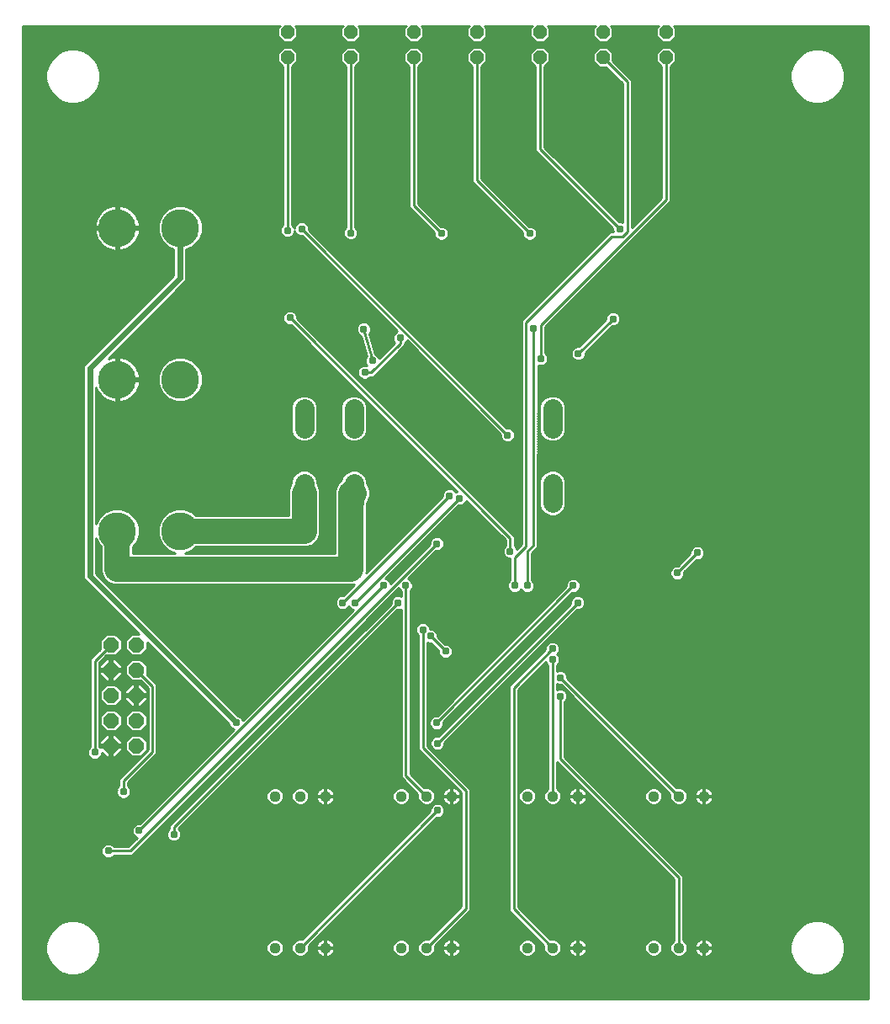
<source format=gbl>
G75*
G70*
%OFA0B0*%
%FSLAX24Y24*%
%IPPOS*%
%LPD*%
%AMOC8*
5,1,8,0,0,1.08239X$1,22.5*
%
%ADD10C,0.0440*%
%ADD11OC8,0.0520*%
%ADD12C,0.0780*%
%ADD13C,0.1500*%
%ADD14OC8,0.0600*%
%ADD15C,0.0100*%
%ADD16C,0.0396*%
%ADD17C,0.0310*%
%ADD18C,0.0240*%
%ADD19C,0.1000*%
D10*
X010680Y002680D03*
X011680Y002680D03*
X012680Y002680D03*
X015680Y002680D03*
X016680Y002680D03*
X017680Y002680D03*
X020680Y002680D03*
X021680Y002680D03*
X022680Y002680D03*
X025680Y002680D03*
X026680Y002680D03*
X027680Y002680D03*
X027680Y008680D03*
X026680Y008680D03*
X025680Y008680D03*
X022680Y008680D03*
X021680Y008680D03*
X020680Y008680D03*
X017680Y008680D03*
X016680Y008680D03*
X015680Y008680D03*
X012680Y008680D03*
X011680Y008680D03*
X010680Y008680D03*
D11*
X011180Y037930D03*
X011180Y038930D03*
X013680Y038930D03*
X013680Y037930D03*
X016180Y037930D03*
X016180Y038930D03*
X018680Y038930D03*
X018680Y037930D03*
X021180Y037930D03*
X021180Y038930D03*
X023680Y038930D03*
X023680Y037930D03*
X026180Y037930D03*
X026180Y038930D03*
D12*
X021680Y024020D02*
X021680Y023240D01*
X021680Y021070D02*
X021680Y020290D01*
X013810Y020290D02*
X013810Y021070D01*
X011840Y021070D02*
X011840Y020290D01*
X011840Y023240D02*
X011840Y024020D01*
X013810Y024020D02*
X013810Y023240D01*
D13*
X006930Y025180D03*
X004430Y025180D03*
X004430Y019180D03*
X006930Y019180D03*
X006930Y031180D03*
X004430Y031180D03*
D14*
X004180Y014680D03*
X004180Y013680D03*
X004180Y012680D03*
X004180Y011680D03*
X004180Y010680D03*
X005180Y010680D03*
X005180Y011680D03*
X005180Y012680D03*
X005180Y013680D03*
X005180Y014680D03*
D15*
X000680Y000680D02*
X034180Y000680D01*
X034180Y039180D01*
X026482Y039180D01*
X026570Y039092D01*
X026570Y038768D01*
X026342Y038540D01*
X026018Y038540D01*
X025790Y038768D01*
X025790Y039092D01*
X025878Y039180D01*
X023982Y039180D01*
X024070Y039092D01*
X024070Y038768D01*
X023842Y038540D01*
X023518Y038540D01*
X023290Y038768D01*
X023290Y039092D01*
X023378Y039180D01*
X021482Y039180D01*
X021570Y039092D01*
X021570Y038768D01*
X021342Y038540D01*
X021018Y038540D01*
X020790Y038768D01*
X020790Y039092D01*
X020878Y039180D01*
X018982Y039180D01*
X019070Y039092D01*
X019070Y038768D01*
X018842Y038540D01*
X018518Y038540D01*
X018290Y038768D01*
X018290Y039092D01*
X018378Y039180D01*
X016482Y039180D01*
X016570Y039092D01*
X016570Y038768D01*
X016342Y038540D01*
X016018Y038540D01*
X015790Y038768D01*
X015790Y039092D01*
X015878Y039180D01*
X013982Y039180D01*
X014070Y039092D01*
X014070Y038768D01*
X013842Y038540D01*
X013518Y038540D01*
X013290Y038768D01*
X013290Y039092D01*
X013378Y039180D01*
X011482Y039180D01*
X011570Y039092D01*
X011570Y038768D01*
X011342Y038540D01*
X011018Y038540D01*
X010790Y038768D01*
X010790Y039092D01*
X010878Y039180D01*
X000680Y039180D01*
X000680Y000680D01*
X000680Y000771D02*
X034180Y000771D01*
X034180Y000870D02*
X000680Y000870D01*
X000680Y000968D02*
X034180Y000968D01*
X034180Y001067D02*
X000680Y001067D01*
X000680Y001165D02*
X034180Y001165D01*
X034180Y001264D02*
X000680Y001264D01*
X000680Y001362D02*
X034180Y001362D01*
X034180Y001461D02*
X000680Y001461D01*
X000680Y001559D02*
X034180Y001559D01*
X034180Y001658D02*
X032517Y001658D01*
X032595Y001678D02*
X032840Y001820D01*
X033040Y002020D01*
X033182Y002265D01*
X033255Y002538D01*
X033255Y002822D01*
X033182Y003095D01*
X033040Y003340D01*
X032840Y003540D01*
X032595Y003682D01*
X032322Y003755D01*
X032038Y003755D01*
X031765Y003682D01*
X031520Y003540D01*
X031320Y003340D01*
X031178Y003095D01*
X031105Y002822D01*
X031105Y002538D01*
X031178Y002265D01*
X031320Y002020D01*
X031520Y001820D01*
X031765Y001678D01*
X032038Y001605D01*
X032322Y001605D01*
X032595Y001678D01*
X032730Y001756D02*
X034180Y001756D01*
X034180Y001855D02*
X032875Y001855D01*
X032973Y001953D02*
X034180Y001953D01*
X034180Y002052D02*
X033058Y002052D01*
X033115Y002150D02*
X034180Y002150D01*
X034180Y002249D02*
X033172Y002249D01*
X033204Y002347D02*
X034180Y002347D01*
X034180Y002446D02*
X033230Y002446D01*
X033255Y002544D02*
X034180Y002544D01*
X034180Y002643D02*
X033255Y002643D01*
X033255Y002741D02*
X034180Y002741D01*
X034180Y002840D02*
X033250Y002840D01*
X033224Y002938D02*
X034180Y002938D01*
X034180Y003037D02*
X033197Y003037D01*
X033159Y003135D02*
X034180Y003135D01*
X034180Y003234D02*
X033102Y003234D01*
X033045Y003332D02*
X034180Y003332D01*
X034180Y003431D02*
X032950Y003431D01*
X032851Y003529D02*
X034180Y003529D01*
X034180Y003628D02*
X032689Y003628D01*
X032430Y003726D02*
X034180Y003726D01*
X034180Y003825D02*
X026860Y003825D01*
X026860Y003923D02*
X034180Y003923D01*
X034180Y004022D02*
X026860Y004022D01*
X026860Y004120D02*
X034180Y004120D01*
X034180Y004219D02*
X026860Y004219D01*
X026860Y004317D02*
X034180Y004317D01*
X034180Y004416D02*
X026860Y004416D01*
X026860Y004514D02*
X034180Y004514D01*
X034180Y004613D02*
X026860Y004613D01*
X026860Y004711D02*
X034180Y004711D01*
X034180Y004810D02*
X026860Y004810D01*
X026860Y004908D02*
X034180Y004908D01*
X034180Y005007D02*
X026860Y005007D01*
X026860Y005105D02*
X034180Y005105D01*
X034180Y005204D02*
X026860Y005204D01*
X026860Y005302D02*
X034180Y005302D01*
X034180Y005401D02*
X026860Y005401D01*
X026860Y005499D02*
X034180Y005499D01*
X034180Y005598D02*
X026797Y005598D01*
X026755Y005640D02*
X022160Y010235D01*
X022160Y012417D01*
X022222Y012479D01*
X022265Y012583D01*
X022265Y012697D01*
X022222Y012801D01*
X022141Y012882D01*
X022037Y012925D01*
X021923Y012925D01*
X021860Y012899D01*
X021860Y013121D01*
X021923Y013095D01*
X022010Y013095D01*
X026338Y008768D01*
X026330Y008750D01*
X026330Y008610D01*
X026383Y008482D01*
X026482Y008383D01*
X026610Y008330D01*
X026750Y008330D01*
X026878Y008383D01*
X026977Y008482D01*
X027030Y008610D01*
X027030Y008750D01*
X026977Y008878D01*
X026878Y008977D01*
X026750Y009030D01*
X026610Y009030D01*
X026592Y009022D01*
X022265Y013350D01*
X022265Y013437D01*
X022222Y013541D01*
X022141Y013622D01*
X022037Y013665D01*
X021923Y013665D01*
X021860Y013639D01*
X021860Y013877D01*
X021922Y013939D01*
X021965Y014043D01*
X021965Y014157D01*
X021922Y014261D01*
X021873Y014310D01*
X021922Y014359D01*
X021965Y014463D01*
X021965Y014577D01*
X021922Y014681D01*
X021841Y014762D01*
X021737Y014805D01*
X021623Y014805D01*
X021519Y014762D01*
X021438Y014681D01*
X021395Y014577D01*
X021395Y014490D01*
X020065Y013160D01*
X019960Y013055D01*
X019960Y004145D01*
X021338Y002768D01*
X021330Y002750D01*
X021330Y002610D01*
X021383Y002482D01*
X021482Y002383D01*
X021610Y002330D01*
X021750Y002330D01*
X021878Y002383D01*
X021977Y002482D01*
X022030Y002610D01*
X022030Y002750D01*
X021977Y002878D01*
X021878Y002977D01*
X021750Y003030D01*
X021610Y003030D01*
X021592Y003022D01*
X020320Y004295D01*
X020320Y012905D01*
X021413Y013999D01*
X021438Y013939D01*
X021500Y013877D01*
X021500Y008984D01*
X021482Y008977D01*
X021383Y008878D01*
X021330Y008750D01*
X021330Y008610D01*
X021383Y008482D01*
X021482Y008383D01*
X021610Y008330D01*
X021750Y008330D01*
X021878Y008383D01*
X021977Y008482D01*
X022030Y008610D01*
X022030Y008750D01*
X021977Y008878D01*
X021878Y008977D01*
X021860Y008984D01*
X021860Y010025D01*
X026500Y005385D01*
X026500Y002984D01*
X026482Y002977D01*
X026383Y002878D01*
X026330Y002750D01*
X026330Y002610D01*
X026383Y002482D01*
X026482Y002383D01*
X026610Y002330D01*
X026750Y002330D01*
X026878Y002383D01*
X026977Y002482D01*
X027030Y002610D01*
X027030Y002750D01*
X026977Y002878D01*
X026878Y002977D01*
X026860Y002984D01*
X026860Y005535D01*
X026755Y005640D01*
X026699Y005696D02*
X034180Y005696D01*
X034180Y005795D02*
X026600Y005795D01*
X026502Y005893D02*
X034180Y005893D01*
X034180Y005992D02*
X026403Y005992D01*
X026305Y006090D02*
X034180Y006090D01*
X034180Y006189D02*
X026206Y006189D01*
X026108Y006287D02*
X034180Y006287D01*
X034180Y006386D02*
X026009Y006386D01*
X025911Y006484D02*
X034180Y006484D01*
X034180Y006583D02*
X025812Y006583D01*
X025714Y006681D02*
X034180Y006681D01*
X034180Y006780D02*
X025615Y006780D01*
X025517Y006878D02*
X034180Y006878D01*
X034180Y006977D02*
X025418Y006977D01*
X025320Y007075D02*
X034180Y007075D01*
X034180Y007174D02*
X025221Y007174D01*
X025123Y007272D02*
X034180Y007272D01*
X034180Y007371D02*
X025024Y007371D01*
X024926Y007469D02*
X034180Y007469D01*
X034180Y007568D02*
X024827Y007568D01*
X024729Y007666D02*
X034180Y007666D01*
X034180Y007765D02*
X024630Y007765D01*
X024532Y007863D02*
X034180Y007863D01*
X034180Y007962D02*
X024433Y007962D01*
X024335Y008060D02*
X034180Y008060D01*
X034180Y008159D02*
X024236Y008159D01*
X024138Y008257D02*
X034180Y008257D01*
X034180Y008356D02*
X027860Y008356D01*
X027855Y008352D02*
X027916Y008393D01*
X027967Y008444D01*
X028008Y008505D01*
X028036Y008572D01*
X028050Y008644D01*
X028050Y008670D01*
X027690Y008670D01*
X027690Y008690D01*
X027670Y008690D01*
X027670Y009050D01*
X027644Y009050D01*
X027572Y009036D01*
X027505Y009008D01*
X027444Y008967D01*
X027393Y008916D01*
X027352Y008855D01*
X027324Y008788D01*
X027310Y008716D01*
X027310Y008690D01*
X027670Y008690D01*
X027670Y008670D01*
X027310Y008670D01*
X027310Y008644D01*
X027324Y008572D01*
X027352Y008505D01*
X027393Y008444D01*
X027444Y008393D01*
X027505Y008352D01*
X027572Y008324D01*
X027644Y008310D01*
X027670Y008310D01*
X027670Y008670D01*
X027690Y008670D01*
X027690Y008310D01*
X027716Y008310D01*
X027788Y008324D01*
X027855Y008352D01*
X027974Y008454D02*
X034180Y008454D01*
X034180Y008553D02*
X028028Y008553D01*
X028050Y008651D02*
X034180Y008651D01*
X034180Y008750D02*
X028043Y008750D01*
X028050Y008716D02*
X028036Y008788D01*
X028008Y008855D01*
X027967Y008916D01*
X027916Y008967D01*
X027855Y009008D01*
X027788Y009036D01*
X027716Y009050D01*
X027690Y009050D01*
X027690Y008690D01*
X028050Y008690D01*
X028050Y008716D01*
X028011Y008848D02*
X034180Y008848D01*
X034180Y008947D02*
X027937Y008947D01*
X027741Y009045D02*
X034180Y009045D01*
X034180Y009144D02*
X026471Y009144D01*
X026373Y009242D02*
X034180Y009242D01*
X034180Y009341D02*
X026274Y009341D01*
X026176Y009439D02*
X034180Y009439D01*
X034180Y009538D02*
X026077Y009538D01*
X025979Y009636D02*
X034180Y009636D01*
X034180Y009735D02*
X025880Y009735D01*
X025782Y009833D02*
X034180Y009833D01*
X034180Y009932D02*
X025683Y009932D01*
X025585Y010030D02*
X034180Y010030D01*
X034180Y010129D02*
X025486Y010129D01*
X025388Y010227D02*
X034180Y010227D01*
X034180Y010326D02*
X025289Y010326D01*
X025191Y010424D02*
X034180Y010424D01*
X034180Y010523D02*
X025092Y010523D01*
X024994Y010621D02*
X034180Y010621D01*
X034180Y010720D02*
X024895Y010720D01*
X024797Y010818D02*
X034180Y010818D01*
X034180Y010917D02*
X024698Y010917D01*
X024600Y011015D02*
X034180Y011015D01*
X034180Y011114D02*
X024501Y011114D01*
X024403Y011212D02*
X034180Y011212D01*
X034180Y011311D02*
X024304Y011311D01*
X024206Y011409D02*
X034180Y011409D01*
X034180Y011508D02*
X024107Y011508D01*
X024009Y011606D02*
X034180Y011606D01*
X034180Y011705D02*
X023910Y011705D01*
X023812Y011803D02*
X034180Y011803D01*
X034180Y011902D02*
X023713Y011902D01*
X023615Y012000D02*
X034180Y012000D01*
X034180Y012099D02*
X023516Y012099D01*
X023418Y012197D02*
X034180Y012197D01*
X034180Y012296D02*
X023319Y012296D01*
X023221Y012394D02*
X034180Y012394D01*
X034180Y012493D02*
X023122Y012493D01*
X023024Y012591D02*
X034180Y012591D01*
X034180Y012690D02*
X022925Y012690D01*
X022827Y012788D02*
X034180Y012788D01*
X034180Y012887D02*
X022728Y012887D01*
X022630Y012985D02*
X034180Y012985D01*
X034180Y013084D02*
X022531Y013084D01*
X022433Y013182D02*
X034180Y013182D01*
X034180Y013281D02*
X022334Y013281D01*
X022265Y013379D02*
X034180Y013379D01*
X034180Y013478D02*
X022248Y013478D01*
X022187Y013576D02*
X034180Y013576D01*
X034180Y013675D02*
X021860Y013675D01*
X021860Y013773D02*
X034180Y013773D01*
X034180Y013872D02*
X021860Y013872D01*
X021935Y013970D02*
X034180Y013970D01*
X034180Y014069D02*
X021965Y014069D01*
X021961Y014167D02*
X034180Y014167D01*
X034180Y014266D02*
X021918Y014266D01*
X021924Y014364D02*
X034180Y014364D01*
X034180Y014463D02*
X021965Y014463D01*
X021965Y014561D02*
X034180Y014561D01*
X034180Y014660D02*
X021931Y014660D01*
X021845Y014758D02*
X034180Y014758D01*
X034180Y014857D02*
X021451Y014857D01*
X021515Y014758D02*
X021353Y014758D01*
X021429Y014660D02*
X021254Y014660D01*
X021156Y014561D02*
X021395Y014561D01*
X021368Y014463D02*
X021057Y014463D01*
X020959Y014364D02*
X021269Y014364D01*
X021171Y014266D02*
X020860Y014266D01*
X020762Y014167D02*
X021072Y014167D01*
X020974Y014069D02*
X020663Y014069D01*
X020565Y013970D02*
X020875Y013970D01*
X020777Y013872D02*
X020466Y013872D01*
X020368Y013773D02*
X020678Y013773D01*
X020580Y013675D02*
X020269Y013675D01*
X020171Y013576D02*
X020481Y013576D01*
X020383Y013478D02*
X020072Y013478D01*
X019974Y013379D02*
X020284Y013379D01*
X020186Y013281D02*
X019875Y013281D01*
X019777Y013182D02*
X020087Y013182D01*
X019989Y013084D02*
X019678Y013084D01*
X019580Y012985D02*
X019960Y012985D01*
X019960Y012887D02*
X019481Y012887D01*
X019383Y012788D02*
X019960Y012788D01*
X019960Y012690D02*
X019284Y012690D01*
X019186Y012591D02*
X019960Y012591D01*
X019960Y012493D02*
X019087Y012493D01*
X018989Y012394D02*
X019960Y012394D01*
X019960Y012296D02*
X018890Y012296D01*
X018792Y012197D02*
X019960Y012197D01*
X019960Y012099D02*
X018693Y012099D01*
X018595Y012000D02*
X019960Y012000D01*
X019960Y011902D02*
X018496Y011902D01*
X018398Y011803D02*
X019960Y011803D01*
X019960Y011705D02*
X018299Y011705D01*
X018201Y011606D02*
X019960Y011606D01*
X019960Y011508D02*
X018102Y011508D01*
X018004Y011409D02*
X019960Y011409D01*
X019960Y011311D02*
X017905Y011311D01*
X017807Y011212D02*
X019960Y011212D01*
X019960Y011114D02*
X017708Y011114D01*
X017610Y011015D02*
X019960Y011015D01*
X019960Y010917D02*
X017511Y010917D01*
X017413Y010818D02*
X019960Y010818D01*
X019960Y010720D02*
X017403Y010720D01*
X017405Y010723D02*
X017405Y010810D01*
X022650Y016055D01*
X022737Y016055D01*
X022841Y016098D01*
X022922Y016179D01*
X022965Y016283D01*
X022965Y016397D01*
X022922Y016501D01*
X022841Y016582D01*
X022737Y016625D01*
X022623Y016625D01*
X022519Y016582D01*
X022438Y016501D01*
X022395Y016397D01*
X022395Y016310D01*
X017150Y011065D01*
X017063Y011065D01*
X016959Y011022D01*
X016878Y010941D01*
X016835Y010837D01*
X016835Y010723D01*
X016878Y010619D01*
X016959Y010538D01*
X017063Y010495D01*
X017177Y010495D01*
X017281Y010538D01*
X017362Y010619D01*
X017405Y010723D01*
X017363Y010621D02*
X019960Y010621D01*
X019960Y010523D02*
X017243Y010523D01*
X016997Y010523D02*
X016872Y010523D01*
X016877Y010621D02*
X016774Y010621D01*
X016720Y010675D02*
X016720Y014761D01*
X016783Y014735D01*
X016870Y014735D01*
X017155Y014450D01*
X017155Y014363D01*
X017198Y014259D01*
X017279Y014178D01*
X017383Y014135D01*
X017497Y014135D01*
X017601Y014178D01*
X017682Y014259D01*
X017725Y014363D01*
X017725Y014477D01*
X017682Y014581D01*
X017601Y014662D01*
X017497Y014705D01*
X017410Y014705D01*
X017125Y014990D01*
X017125Y015077D01*
X017082Y015181D01*
X017001Y015262D01*
X016897Y015305D01*
X016825Y015305D01*
X016825Y015337D01*
X016782Y015441D01*
X016701Y015522D01*
X016597Y015565D01*
X016483Y015565D01*
X016379Y015522D01*
X016298Y015441D01*
X016255Y015337D01*
X016255Y015223D01*
X016298Y015119D01*
X016360Y015057D01*
X016360Y010675D01*
X016360Y010525D01*
X018060Y008825D01*
X018060Y004315D01*
X016768Y003022D01*
X016750Y003030D01*
X016610Y003030D01*
X016482Y002977D01*
X016383Y002878D01*
X016330Y002750D01*
X016330Y002610D01*
X016383Y002482D01*
X016482Y002383D01*
X016610Y002330D01*
X016750Y002330D01*
X016878Y002383D01*
X016977Y002482D01*
X017030Y002610D01*
X017030Y002750D01*
X017022Y002768D01*
X018420Y004165D01*
X018420Y008975D01*
X018315Y009080D01*
X016720Y010675D01*
X016720Y010720D02*
X016837Y010720D01*
X016835Y010818D02*
X016720Y010818D01*
X016720Y010917D02*
X016868Y010917D01*
X016952Y011015D02*
X016720Y011015D01*
X016720Y011114D02*
X017199Y011114D01*
X017297Y011212D02*
X016720Y011212D01*
X016720Y011311D02*
X017015Y011311D01*
X017031Y011304D02*
X017145Y011304D01*
X017250Y011347D01*
X017330Y011427D01*
X017373Y011532D01*
X017373Y011620D01*
X022470Y016735D01*
X022557Y016735D01*
X022661Y016778D01*
X022742Y016859D01*
X022785Y016963D01*
X022785Y017077D01*
X022742Y017181D01*
X022661Y017262D01*
X022557Y017305D01*
X022443Y017305D01*
X022339Y017262D01*
X022258Y017181D01*
X022215Y017077D01*
X022215Y016989D01*
X017118Y011874D01*
X017031Y011874D01*
X016927Y011830D01*
X016847Y011750D01*
X016803Y011645D01*
X016803Y011532D01*
X016847Y011427D01*
X016927Y011347D01*
X017031Y011304D01*
X017161Y011311D02*
X017396Y011311D01*
X017312Y011409D02*
X017494Y011409D01*
X017593Y011508D02*
X017363Y011508D01*
X017373Y011606D02*
X017691Y011606D01*
X017790Y011705D02*
X017458Y011705D01*
X017556Y011803D02*
X017888Y011803D01*
X017987Y011902D02*
X017654Y011902D01*
X017752Y012000D02*
X018085Y012000D01*
X018184Y012099D02*
X017850Y012099D01*
X017948Y012197D02*
X018282Y012197D01*
X018381Y012296D02*
X018047Y012296D01*
X018145Y012394D02*
X018479Y012394D01*
X018578Y012493D02*
X018243Y012493D01*
X018341Y012591D02*
X018676Y012591D01*
X018775Y012690D02*
X018439Y012690D01*
X018537Y012788D02*
X018873Y012788D01*
X018972Y012887D02*
X018635Y012887D01*
X018734Y012985D02*
X019070Y012985D01*
X019169Y013084D02*
X018832Y013084D01*
X018930Y013182D02*
X019267Y013182D01*
X019366Y013281D02*
X019028Y013281D01*
X019126Y013379D02*
X019464Y013379D01*
X019563Y013478D02*
X019224Y013478D01*
X019322Y013576D02*
X019661Y013576D01*
X019760Y013675D02*
X019421Y013675D01*
X019519Y013773D02*
X019858Y013773D01*
X019957Y013872D02*
X019617Y013872D01*
X019715Y013970D02*
X020055Y013970D01*
X020154Y014069D02*
X019813Y014069D01*
X019911Y014167D02*
X020252Y014167D01*
X020351Y014266D02*
X020009Y014266D01*
X020108Y014364D02*
X020449Y014364D01*
X020548Y014463D02*
X020206Y014463D01*
X020304Y014561D02*
X020646Y014561D01*
X020745Y014660D02*
X020402Y014660D01*
X020500Y014758D02*
X020843Y014758D01*
X020942Y014857D02*
X020598Y014857D01*
X020697Y014955D02*
X021040Y014955D01*
X021139Y015054D02*
X020795Y015054D01*
X020893Y015152D02*
X021237Y015152D01*
X021336Y015251D02*
X020991Y015251D01*
X021089Y015349D02*
X021434Y015349D01*
X021533Y015448D02*
X021187Y015448D01*
X021285Y015546D02*
X021631Y015546D01*
X021730Y015645D02*
X021384Y015645D01*
X021482Y015743D02*
X021828Y015743D01*
X021927Y015842D02*
X021580Y015842D01*
X021678Y015940D02*
X022025Y015940D01*
X022124Y016039D02*
X021776Y016039D01*
X021874Y016137D02*
X022222Y016137D01*
X022321Y016236D02*
X021972Y016236D01*
X022071Y016334D02*
X022395Y016334D01*
X022410Y016433D02*
X022169Y016433D01*
X022267Y016531D02*
X022468Y016531D01*
X022365Y016630D02*
X034180Y016630D01*
X034180Y016728D02*
X022463Y016728D01*
X022710Y016827D02*
X034180Y016827D01*
X034180Y016925D02*
X022769Y016925D01*
X022785Y017024D02*
X034180Y017024D01*
X034180Y017122D02*
X022766Y017122D01*
X022703Y017221D02*
X034180Y017221D01*
X034180Y017319D02*
X026822Y017319D01*
X026862Y017359D02*
X026781Y017278D01*
X026677Y017235D01*
X026563Y017235D01*
X026459Y017278D01*
X026378Y017359D01*
X026335Y017463D01*
X026335Y017577D01*
X026378Y017681D01*
X026459Y017762D01*
X026563Y017805D01*
X026650Y017805D01*
X027135Y018290D01*
X027135Y018377D01*
X027178Y018481D01*
X027259Y018562D01*
X027363Y018605D01*
X027477Y018605D01*
X027581Y018562D01*
X027662Y018481D01*
X027705Y018377D01*
X027705Y018263D01*
X027662Y018159D01*
X027581Y018078D01*
X027477Y018035D01*
X027390Y018035D01*
X026905Y017550D01*
X026905Y017463D01*
X026862Y017359D01*
X026886Y017418D02*
X034180Y017418D01*
X034180Y017516D02*
X026905Y017516D01*
X026969Y017615D02*
X034180Y017615D01*
X034180Y017713D02*
X027068Y017713D01*
X027166Y017812D02*
X034180Y017812D01*
X034180Y017910D02*
X027265Y017910D01*
X027363Y018009D02*
X034180Y018009D01*
X034180Y018107D02*
X027610Y018107D01*
X027681Y018206D02*
X034180Y018206D01*
X034180Y018304D02*
X027705Y018304D01*
X027694Y018403D02*
X034180Y018403D01*
X034180Y018501D02*
X027642Y018501D01*
X027490Y018600D02*
X034180Y018600D01*
X034180Y018698D02*
X021100Y018698D01*
X021100Y018620D02*
X021109Y025738D01*
X021163Y025715D01*
X021277Y025715D01*
X021381Y025758D01*
X021462Y025839D01*
X021505Y025943D01*
X021505Y026057D01*
X021462Y026161D01*
X021400Y026223D01*
X021400Y027265D01*
X026255Y032120D01*
X026360Y032225D01*
X026360Y037558D01*
X026570Y037768D01*
X026570Y038092D01*
X026342Y038320D01*
X026018Y038320D01*
X025790Y038092D01*
X025790Y037768D01*
X026000Y037558D01*
X026000Y032375D01*
X024820Y031195D01*
X024820Y037035D01*
X024070Y037785D01*
X024070Y038092D01*
X023842Y038320D01*
X023518Y038320D01*
X023290Y038092D01*
X023290Y037768D01*
X023518Y037540D01*
X023805Y037540D01*
X024460Y036885D01*
X024460Y031399D01*
X024397Y031425D01*
X024310Y031425D01*
X021360Y034375D01*
X021360Y037558D01*
X021570Y037768D01*
X021570Y038092D01*
X021342Y038320D01*
X021018Y038320D01*
X020790Y038092D01*
X020790Y037768D01*
X021000Y037558D01*
X021000Y034225D01*
X024055Y031170D01*
X024055Y031083D01*
X024081Y031020D01*
X023945Y031020D01*
X023840Y030915D01*
X020440Y027515D01*
X020440Y018655D01*
X020267Y018481D01*
X020242Y018541D01*
X020180Y018603D01*
X020180Y018975D01*
X011565Y027590D01*
X011565Y027677D01*
X011522Y027781D01*
X011441Y027862D01*
X011337Y027905D01*
X011223Y027905D01*
X011119Y027862D01*
X011038Y027781D01*
X010995Y027677D01*
X010995Y027563D01*
X005637Y027563D01*
X005735Y027662D02*
X010995Y027662D01*
X010995Y027563D02*
X011038Y027459D01*
X011119Y027378D01*
X011223Y027335D01*
X011310Y027335D01*
X017899Y020747D01*
X017848Y020726D01*
X017842Y020741D01*
X017761Y020822D01*
X017657Y020865D01*
X017543Y020865D01*
X017439Y020822D01*
X017358Y020741D01*
X017315Y020637D01*
X017315Y020550D01*
X014303Y017537D01*
X014310Y017555D01*
X014310Y020138D01*
X014330Y020187D01*
X014330Y020309D01*
X014344Y020323D01*
X014440Y020555D01*
X014440Y020805D01*
X014344Y021037D01*
X014330Y021051D01*
X014330Y021173D01*
X014251Y021365D01*
X014105Y021511D01*
X013913Y021590D01*
X013707Y021590D01*
X013515Y021511D01*
X013369Y021365D01*
X013295Y021186D01*
X013146Y021037D01*
X013050Y020805D01*
X013050Y018310D01*
X007129Y018310D01*
X007428Y018434D01*
X007545Y018550D01*
X011965Y018550D01*
X012197Y018646D01*
X012374Y018823D01*
X012470Y019055D01*
X012470Y020805D01*
X012374Y021037D01*
X012360Y021051D01*
X012360Y021173D01*
X012281Y021365D01*
X012135Y021511D01*
X011943Y021590D01*
X011737Y021590D01*
X011545Y021511D01*
X011399Y021365D01*
X011320Y021173D01*
X011320Y021051D01*
X011306Y021037D01*
X011210Y020805D01*
X011210Y019810D01*
X007545Y019810D01*
X007428Y019926D01*
X007105Y020060D01*
X006755Y020060D01*
X006432Y019926D01*
X006184Y019678D01*
X006050Y019355D01*
X006050Y019005D01*
X006184Y018682D01*
X006432Y018434D01*
X006731Y018310D01*
X005060Y018310D01*
X005060Y018565D01*
X005176Y018682D01*
X005310Y019005D01*
X005310Y019355D01*
X005176Y019678D01*
X004928Y019926D01*
X004605Y020060D01*
X004255Y020060D01*
X003932Y019926D01*
X003684Y019678D01*
X003590Y019452D01*
X003590Y024856D01*
X003621Y024781D01*
X003680Y024679D01*
X003752Y024585D01*
X003835Y024502D01*
X003929Y024430D01*
X004031Y024371D01*
X004140Y024326D01*
X004254Y024295D01*
X004371Y024280D01*
X004380Y024280D01*
X004380Y025130D01*
X004480Y025130D01*
X004480Y025230D01*
X005330Y025230D01*
X005330Y025239D01*
X005315Y025356D01*
X005284Y025470D01*
X005239Y025579D01*
X005180Y025681D01*
X005108Y025775D01*
X005025Y025858D01*
X004931Y025930D01*
X004829Y025989D01*
X004720Y026034D01*
X004606Y026065D01*
X004489Y026080D01*
X004480Y026080D01*
X004480Y025230D01*
X004380Y025230D01*
X004380Y026080D01*
X004371Y026080D01*
X004254Y026065D01*
X004140Y026034D01*
X004085Y026011D01*
X007132Y029058D01*
X007170Y029150D01*
X007170Y030327D01*
X007428Y030434D01*
X007676Y030682D01*
X007810Y031005D01*
X007810Y031355D01*
X007676Y031678D01*
X007428Y031926D01*
X007105Y032060D01*
X006755Y032060D01*
X006432Y031926D01*
X006184Y031678D01*
X006050Y031355D01*
X006050Y031005D01*
X006184Y030682D01*
X006432Y030434D01*
X006670Y030335D01*
X006670Y029304D01*
X003198Y025832D01*
X003128Y025762D01*
X003090Y025670D01*
X003090Y017350D01*
X003128Y017258D01*
X005276Y015110D01*
X005002Y015110D01*
X004750Y014858D01*
X004750Y014502D01*
X005002Y014250D01*
X005358Y014250D01*
X005610Y014502D01*
X005610Y014776D01*
X008863Y011523D01*
X008898Y011439D01*
X008979Y011358D01*
X009055Y011327D01*
X005332Y007603D01*
X005245Y007603D01*
X005141Y007559D01*
X005060Y007479D01*
X005017Y007374D01*
X005017Y007261D01*
X005060Y007156D01*
X005141Y007076D01*
X005212Y007046D01*
X004865Y006700D01*
X004303Y006700D01*
X004241Y006762D01*
X004137Y006805D01*
X004023Y006805D01*
X003919Y006762D01*
X003838Y006681D01*
X000680Y006681D01*
X000680Y006583D02*
X003797Y006583D01*
X003795Y006577D02*
X003795Y006463D01*
X003838Y006359D01*
X003919Y006278D01*
X004023Y006235D01*
X004137Y006235D01*
X004241Y006278D01*
X004303Y006340D01*
X005015Y006340D01*
X015593Y016919D01*
X015618Y016859D01*
X015680Y016797D01*
X015680Y016599D01*
X015617Y016625D01*
X015503Y016625D01*
X015399Y016582D01*
X015318Y016501D01*
X015275Y016397D01*
X015275Y016310D01*
X006605Y007640D01*
X006554Y007588D01*
X006500Y007535D01*
X006500Y007535D01*
X006500Y007535D01*
X006500Y007460D01*
X006500Y007397D01*
X006438Y007336D01*
X006395Y007231D01*
X006395Y007118D01*
X006438Y007013D01*
X006519Y006933D01*
X006623Y006889D01*
X006737Y006889D01*
X006842Y006933D01*
X006922Y007013D01*
X006965Y007118D01*
X006965Y007231D01*
X006922Y007336D01*
X006866Y007391D01*
X015530Y016055D01*
X015617Y016055D01*
X015680Y016081D01*
X015680Y009425D01*
X015785Y009320D01*
X016338Y008768D01*
X016330Y008750D01*
X016330Y008610D01*
X016383Y008482D01*
X016482Y008383D01*
X016610Y008330D01*
X016750Y008330D01*
X016878Y008383D01*
X016977Y008482D01*
X017030Y008610D01*
X017030Y008750D01*
X016977Y008878D01*
X016878Y008977D01*
X016750Y009030D01*
X016610Y009030D01*
X016592Y009022D01*
X016040Y009575D01*
X016040Y016797D01*
X016102Y016859D01*
X016145Y016963D01*
X016145Y017077D01*
X016102Y017181D01*
X016021Y017262D01*
X015961Y017287D01*
X017070Y018395D01*
X017157Y018395D01*
X017261Y018438D01*
X017342Y018519D01*
X017385Y018623D01*
X017385Y018737D01*
X017342Y018841D01*
X017261Y018922D01*
X017157Y018965D01*
X017043Y018965D01*
X016939Y018922D01*
X016858Y018841D01*
X016815Y018737D01*
X016815Y018650D01*
X015272Y017107D01*
X015242Y017181D01*
X015161Y017262D01*
X015073Y017298D01*
X017970Y020195D01*
X018057Y020195D01*
X018161Y020238D01*
X018242Y020319D01*
X018267Y020379D01*
X019820Y018825D01*
X019820Y018603D01*
X019758Y018541D01*
X019715Y018437D01*
X019715Y018323D01*
X019758Y018219D01*
X019839Y018138D01*
X019943Y018095D01*
X020000Y018095D01*
X020000Y017243D01*
X019938Y017181D01*
X019895Y017077D01*
X019895Y016963D01*
X019938Y016859D01*
X020019Y016778D01*
X020123Y016735D01*
X020237Y016735D01*
X020341Y016778D01*
X020422Y016859D01*
X020430Y016879D01*
X020438Y016859D01*
X020519Y016778D01*
X020623Y016735D01*
X020737Y016735D01*
X020841Y016778D01*
X020922Y016859D01*
X020965Y016963D01*
X020965Y017077D01*
X020922Y017181D01*
X020860Y017243D01*
X020860Y018305D01*
X021047Y018493D01*
X021100Y018545D01*
X021100Y018545D01*
X021100Y018545D01*
X021100Y018620D01*
X021100Y018600D02*
X027350Y018600D01*
X027198Y018501D02*
X021056Y018501D01*
X020957Y018403D02*
X027146Y018403D01*
X027135Y018304D02*
X020860Y018304D01*
X020860Y018206D02*
X027051Y018206D01*
X026952Y018107D02*
X020860Y018107D01*
X020860Y018009D02*
X026854Y018009D01*
X026755Y017910D02*
X020860Y017910D01*
X020860Y017812D02*
X026657Y017812D01*
X026410Y017713D02*
X020860Y017713D01*
X020860Y017615D02*
X026351Y017615D01*
X026335Y017516D02*
X020860Y017516D01*
X020860Y017418D02*
X026354Y017418D01*
X026418Y017319D02*
X020860Y017319D01*
X020883Y017221D02*
X022297Y017221D01*
X022234Y017122D02*
X020946Y017122D01*
X020965Y017024D02*
X022215Y017024D01*
X022151Y016925D02*
X020949Y016925D01*
X020890Y016827D02*
X022053Y016827D01*
X021955Y016728D02*
X016040Y016728D01*
X016040Y016630D02*
X021857Y016630D01*
X021759Y016531D02*
X016040Y016531D01*
X016040Y016433D02*
X021661Y016433D01*
X021562Y016334D02*
X016040Y016334D01*
X016040Y016236D02*
X021464Y016236D01*
X021366Y016137D02*
X016040Y016137D01*
X016040Y016039D02*
X021268Y016039D01*
X021170Y015940D02*
X016040Y015940D01*
X016040Y015842D02*
X021072Y015842D01*
X020974Y015743D02*
X016040Y015743D01*
X016040Y015645D02*
X020875Y015645D01*
X020777Y015546D02*
X016642Y015546D01*
X016776Y015448D02*
X020679Y015448D01*
X020581Y015349D02*
X016820Y015349D01*
X017013Y015251D02*
X020483Y015251D01*
X020385Y015152D02*
X017094Y015152D01*
X017125Y015054D02*
X020286Y015054D01*
X020188Y014955D02*
X017160Y014955D01*
X017258Y014857D02*
X020090Y014857D01*
X019992Y014758D02*
X017357Y014758D01*
X017604Y014660D02*
X019894Y014660D01*
X019796Y014561D02*
X017690Y014561D01*
X017725Y014463D02*
X019698Y014463D01*
X019599Y014364D02*
X017725Y014364D01*
X017684Y014266D02*
X019501Y014266D01*
X019403Y014167D02*
X017574Y014167D01*
X017306Y014167D02*
X016720Y014167D01*
X016720Y014069D02*
X019305Y014069D01*
X019207Y013970D02*
X016720Y013970D01*
X016720Y013872D02*
X019109Y013872D01*
X019011Y013773D02*
X016720Y013773D01*
X016720Y013675D02*
X018912Y013675D01*
X018814Y013576D02*
X016720Y013576D01*
X016720Y013478D02*
X018716Y013478D01*
X018618Y013379D02*
X016720Y013379D01*
X016720Y013281D02*
X018520Y013281D01*
X018422Y013182D02*
X016720Y013182D01*
X016720Y013084D02*
X018324Y013084D01*
X018225Y012985D02*
X016720Y012985D01*
X016720Y012887D02*
X018127Y012887D01*
X018029Y012788D02*
X016720Y012788D01*
X016720Y012690D02*
X017931Y012690D01*
X017833Y012591D02*
X016720Y012591D01*
X016720Y012493D02*
X017735Y012493D01*
X017636Y012394D02*
X016720Y012394D01*
X016720Y012296D02*
X017538Y012296D01*
X017440Y012197D02*
X016720Y012197D01*
X016720Y012099D02*
X017342Y012099D01*
X017244Y012000D02*
X016720Y012000D01*
X016720Y011902D02*
X017146Y011902D01*
X016899Y011803D02*
X016720Y011803D01*
X016720Y011705D02*
X016828Y011705D01*
X016803Y011606D02*
X016720Y011606D01*
X016720Y011508D02*
X016813Y011508D01*
X016865Y011409D02*
X016720Y011409D01*
X016360Y011409D02*
X016040Y011409D01*
X016040Y011311D02*
X016360Y011311D01*
X016360Y011212D02*
X016040Y011212D01*
X016040Y011114D02*
X016360Y011114D01*
X016360Y011015D02*
X016040Y011015D01*
X016040Y010917D02*
X016360Y010917D01*
X016360Y010818D02*
X016040Y010818D01*
X016040Y010720D02*
X016360Y010720D01*
X016360Y010621D02*
X016040Y010621D01*
X016040Y010523D02*
X016363Y010523D01*
X016461Y010424D02*
X016040Y010424D01*
X016040Y010326D02*
X016560Y010326D01*
X016658Y010227D02*
X016040Y010227D01*
X016040Y010129D02*
X016757Y010129D01*
X016855Y010030D02*
X016040Y010030D01*
X016040Y009932D02*
X016954Y009932D01*
X017052Y009833D02*
X016040Y009833D01*
X016040Y009735D02*
X017151Y009735D01*
X017249Y009636D02*
X016040Y009636D01*
X016077Y009538D02*
X017348Y009538D01*
X017446Y009439D02*
X016176Y009439D01*
X016274Y009341D02*
X017545Y009341D01*
X017643Y009242D02*
X016373Y009242D01*
X016471Y009144D02*
X017742Y009144D01*
X017716Y009050D02*
X017690Y009050D01*
X017690Y008690D01*
X017670Y008690D01*
X017670Y009050D01*
X017644Y009050D01*
X017572Y009036D01*
X017505Y009008D01*
X017444Y008967D01*
X017393Y008916D01*
X017352Y008855D01*
X017324Y008788D01*
X017310Y008716D01*
X017310Y008690D01*
X017670Y008690D01*
X017670Y008670D01*
X017310Y008670D01*
X017310Y008644D01*
X017324Y008572D01*
X017352Y008505D01*
X017393Y008444D01*
X017444Y008393D01*
X017505Y008352D01*
X017572Y008324D01*
X017644Y008310D01*
X017670Y008310D01*
X017670Y008670D01*
X017690Y008670D01*
X017690Y008690D01*
X018050Y008690D01*
X018050Y008716D01*
X018036Y008788D01*
X018008Y008855D01*
X017967Y008916D01*
X017916Y008967D01*
X017855Y009008D01*
X017788Y009036D01*
X017716Y009050D01*
X017741Y009045D02*
X017840Y009045D01*
X017937Y008947D02*
X017939Y008947D01*
X018011Y008848D02*
X018037Y008848D01*
X018043Y008750D02*
X018060Y008750D01*
X018050Y008670D02*
X017690Y008670D01*
X017690Y008310D01*
X017716Y008310D01*
X017788Y008324D01*
X017855Y008352D01*
X017916Y008393D01*
X017967Y008444D01*
X018008Y008505D01*
X018036Y008572D01*
X018050Y008644D01*
X018050Y008670D01*
X018050Y008651D02*
X018060Y008651D01*
X018060Y008553D02*
X018028Y008553D01*
X018060Y008454D02*
X017974Y008454D01*
X018060Y008356D02*
X017860Y008356D01*
X017690Y008356D02*
X017670Y008356D01*
X017670Y008454D02*
X017690Y008454D01*
X017690Y008553D02*
X017670Y008553D01*
X017670Y008651D02*
X017690Y008651D01*
X017690Y008750D02*
X017670Y008750D01*
X017670Y008848D02*
X017690Y008848D01*
X017690Y008947D02*
X017670Y008947D01*
X017670Y009045D02*
X017690Y009045D01*
X017619Y009045D02*
X016570Y009045D01*
X016908Y008947D02*
X017423Y008947D01*
X017349Y008848D02*
X016989Y008848D01*
X017030Y008750D02*
X017317Y008750D01*
X017310Y008651D02*
X017030Y008651D01*
X017006Y008553D02*
X017332Y008553D01*
X017386Y008454D02*
X016949Y008454D01*
X016959Y008362D02*
X017063Y008405D01*
X017177Y008405D01*
X017281Y008362D01*
X017362Y008281D01*
X017405Y008177D01*
X017405Y008063D01*
X017362Y007959D01*
X017281Y007878D01*
X017177Y007835D01*
X017090Y007835D01*
X012022Y002768D01*
X012030Y002750D01*
X012030Y002610D01*
X011977Y002482D01*
X011878Y002383D01*
X011750Y002330D01*
X011610Y002330D01*
X011482Y002383D01*
X011383Y002482D01*
X011330Y002610D01*
X011330Y002750D01*
X011383Y002878D01*
X011482Y002977D01*
X011610Y003030D01*
X011750Y003030D01*
X011768Y003022D01*
X016835Y008090D01*
X016835Y008177D01*
X016878Y008281D01*
X016959Y008362D01*
X016952Y008356D02*
X016811Y008356D01*
X016868Y008257D02*
X007732Y008257D01*
X007830Y008356D02*
X010549Y008356D01*
X010610Y008330D02*
X010750Y008330D01*
X010878Y008383D01*
X010977Y008482D01*
X011030Y008610D01*
X011030Y008750D01*
X010977Y008878D01*
X010878Y008977D01*
X010750Y009030D01*
X010610Y009030D01*
X010482Y008977D01*
X010383Y008878D01*
X010330Y008750D01*
X010330Y008610D01*
X010383Y008482D01*
X010482Y008383D01*
X010610Y008330D01*
X010811Y008356D02*
X011549Y008356D01*
X011610Y008330D02*
X011750Y008330D01*
X011878Y008383D01*
X011977Y008482D01*
X012030Y008610D01*
X012030Y008750D01*
X011977Y008878D01*
X011878Y008977D01*
X011750Y009030D01*
X011610Y009030D01*
X011482Y008977D01*
X011383Y008878D01*
X011330Y008750D01*
X011330Y008610D01*
X011383Y008482D01*
X011482Y008383D01*
X011610Y008330D01*
X011811Y008356D02*
X012500Y008356D01*
X012505Y008352D02*
X012572Y008324D01*
X012644Y008310D01*
X012670Y008310D01*
X012670Y008670D01*
X012310Y008670D01*
X012310Y008644D01*
X012324Y008572D01*
X012352Y008505D01*
X012393Y008444D01*
X012444Y008393D01*
X012505Y008352D01*
X012386Y008454D02*
X011949Y008454D01*
X012006Y008553D02*
X012332Y008553D01*
X012310Y008651D02*
X012030Y008651D01*
X012030Y008750D02*
X012317Y008750D01*
X012310Y008716D02*
X012310Y008690D01*
X012670Y008690D01*
X012670Y009050D01*
X012644Y009050D01*
X012572Y009036D01*
X012505Y009008D01*
X012444Y008967D01*
X012393Y008916D01*
X012352Y008855D01*
X012324Y008788D01*
X012310Y008716D01*
X012349Y008848D02*
X011989Y008848D01*
X011908Y008947D02*
X012423Y008947D01*
X012619Y009045D02*
X008520Y009045D01*
X008618Y009144D02*
X015962Y009144D01*
X015863Y009242D02*
X008717Y009242D01*
X008815Y009341D02*
X015765Y009341D01*
X015680Y009439D02*
X008914Y009439D01*
X009012Y009538D02*
X015680Y009538D01*
X015680Y009636D02*
X009111Y009636D01*
X009209Y009735D02*
X015680Y009735D01*
X015680Y009833D02*
X009308Y009833D01*
X009406Y009932D02*
X015680Y009932D01*
X015680Y010030D02*
X009505Y010030D01*
X009603Y010129D02*
X015680Y010129D01*
X015680Y010227D02*
X009702Y010227D01*
X009800Y010326D02*
X015680Y010326D01*
X015680Y010424D02*
X009899Y010424D01*
X009997Y010523D02*
X015680Y010523D01*
X015680Y010621D02*
X010096Y010621D01*
X010194Y010720D02*
X015680Y010720D01*
X015680Y010818D02*
X010293Y010818D01*
X010391Y010917D02*
X015680Y010917D01*
X015680Y011015D02*
X010490Y011015D01*
X010588Y011114D02*
X015680Y011114D01*
X015680Y011212D02*
X010687Y011212D01*
X010785Y011311D02*
X015680Y011311D01*
X015680Y011409D02*
X010884Y011409D01*
X010982Y011508D02*
X015680Y011508D01*
X015680Y011606D02*
X011081Y011606D01*
X011179Y011705D02*
X015680Y011705D01*
X015680Y011803D02*
X011278Y011803D01*
X011376Y011902D02*
X015680Y011902D01*
X015680Y012000D02*
X011475Y012000D01*
X011573Y012099D02*
X015680Y012099D01*
X015680Y012197D02*
X011672Y012197D01*
X011770Y012296D02*
X015680Y012296D01*
X015680Y012394D02*
X011869Y012394D01*
X011967Y012493D02*
X015680Y012493D01*
X015680Y012591D02*
X012066Y012591D01*
X012164Y012690D02*
X015680Y012690D01*
X015680Y012788D02*
X012263Y012788D01*
X012361Y012887D02*
X015680Y012887D01*
X015680Y012985D02*
X012460Y012985D01*
X012558Y013084D02*
X015680Y013084D01*
X015680Y013182D02*
X012657Y013182D01*
X012755Y013281D02*
X015680Y013281D01*
X015680Y013379D02*
X012854Y013379D01*
X012952Y013478D02*
X015680Y013478D01*
X015680Y013576D02*
X013051Y013576D01*
X013149Y013675D02*
X015680Y013675D01*
X015680Y013773D02*
X013248Y013773D01*
X013346Y013872D02*
X015680Y013872D01*
X015680Y013970D02*
X013445Y013970D01*
X013543Y014069D02*
X015680Y014069D01*
X015680Y014167D02*
X013642Y014167D01*
X013740Y014266D02*
X015680Y014266D01*
X015680Y014364D02*
X013839Y014364D01*
X013937Y014463D02*
X015680Y014463D01*
X015680Y014561D02*
X014036Y014561D01*
X014134Y014660D02*
X015680Y014660D01*
X015680Y014758D02*
X014233Y014758D01*
X014331Y014857D02*
X015680Y014857D01*
X015680Y014955D02*
X014430Y014955D01*
X014528Y015054D02*
X015680Y015054D01*
X015680Y015152D02*
X014627Y015152D01*
X014725Y015251D02*
X015680Y015251D01*
X015680Y015349D02*
X014824Y015349D01*
X014922Y015448D02*
X015680Y015448D01*
X015680Y015546D02*
X015021Y015546D01*
X015119Y015645D02*
X015680Y015645D01*
X015680Y015743D02*
X015218Y015743D01*
X015316Y015842D02*
X015680Y015842D01*
X015680Y015940D02*
X015415Y015940D01*
X015513Y016039D02*
X015680Y016039D01*
X015560Y016340D02*
X006680Y007460D01*
X006680Y007174D01*
X006475Y006977D02*
X005651Y006977D01*
X005750Y007075D02*
X006413Y007075D01*
X006395Y007174D02*
X005848Y007174D01*
X005947Y007272D02*
X006412Y007272D01*
X006473Y007371D02*
X006045Y007371D01*
X006144Y007469D02*
X006500Y007469D01*
X006533Y007568D02*
X006242Y007568D01*
X006341Y007666D02*
X006631Y007666D01*
X006605Y007640D02*
X006605Y007640D01*
X006730Y007765D02*
X006439Y007765D01*
X006538Y007863D02*
X006828Y007863D01*
X006927Y007962D02*
X006636Y007962D01*
X006735Y008060D02*
X007025Y008060D01*
X007124Y008159D02*
X006833Y008159D01*
X006932Y008257D02*
X007222Y008257D01*
X007321Y008356D02*
X007030Y008356D01*
X007129Y008454D02*
X007419Y008454D01*
X007518Y008553D02*
X007227Y008553D01*
X007326Y008651D02*
X007616Y008651D01*
X007715Y008750D02*
X007424Y008750D01*
X007523Y008848D02*
X007813Y008848D01*
X007912Y008947D02*
X007621Y008947D01*
X007720Y009045D02*
X008010Y009045D01*
X008109Y009144D02*
X007818Y009144D01*
X007917Y009242D02*
X008207Y009242D01*
X008306Y009341D02*
X008015Y009341D01*
X008114Y009439D02*
X008404Y009439D01*
X008503Y009538D02*
X008212Y009538D01*
X008311Y009636D02*
X008601Y009636D01*
X008700Y009735D02*
X008409Y009735D01*
X008508Y009833D02*
X008798Y009833D01*
X008897Y009932D02*
X008606Y009932D01*
X008705Y010030D02*
X008995Y010030D01*
X009094Y010129D02*
X008803Y010129D01*
X008902Y010227D02*
X009192Y010227D01*
X009291Y010326D02*
X009000Y010326D01*
X009099Y010424D02*
X009389Y010424D01*
X009488Y010523D02*
X009197Y010523D01*
X009296Y010621D02*
X009586Y010621D01*
X009685Y010720D02*
X009394Y010720D01*
X009493Y010818D02*
X009783Y010818D01*
X009882Y010917D02*
X009591Y010917D01*
X009690Y011015D02*
X009980Y011015D01*
X010079Y011114D02*
X009788Y011114D01*
X009887Y011212D02*
X010177Y011212D01*
X010276Y011311D02*
X009985Y011311D01*
X010084Y011409D02*
X010374Y011409D01*
X010473Y011508D02*
X010182Y011508D01*
X010281Y011606D02*
X010571Y011606D01*
X010670Y011705D02*
X010379Y011705D01*
X010478Y011803D02*
X010768Y011803D01*
X010867Y011902D02*
X010576Y011902D01*
X010675Y012000D02*
X010965Y012000D01*
X011064Y012099D02*
X010773Y012099D01*
X010872Y012197D02*
X011162Y012197D01*
X011261Y012296D02*
X010970Y012296D01*
X011069Y012394D02*
X011359Y012394D01*
X011458Y012493D02*
X011167Y012493D01*
X011266Y012591D02*
X011556Y012591D01*
X011655Y012690D02*
X011364Y012690D01*
X011463Y012788D02*
X011753Y012788D01*
X011852Y012887D02*
X011561Y012887D01*
X011660Y012985D02*
X011950Y012985D01*
X012049Y013084D02*
X011758Y013084D01*
X011857Y013182D02*
X012147Y013182D01*
X012246Y013281D02*
X011955Y013281D01*
X012054Y013379D02*
X012344Y013379D01*
X012443Y013478D02*
X012152Y013478D01*
X012251Y013576D02*
X012541Y013576D01*
X012640Y013675D02*
X012349Y013675D01*
X012448Y013773D02*
X012738Y013773D01*
X012837Y013872D02*
X012546Y013872D01*
X012645Y013970D02*
X012935Y013970D01*
X013034Y014069D02*
X012743Y014069D01*
X012842Y014167D02*
X013132Y014167D01*
X013231Y014266D02*
X012940Y014266D01*
X013039Y014364D02*
X013329Y014364D01*
X013428Y014463D02*
X013137Y014463D01*
X013236Y014561D02*
X013526Y014561D01*
X013625Y014660D02*
X013334Y014660D01*
X013433Y014758D02*
X013723Y014758D01*
X013822Y014857D02*
X013531Y014857D01*
X013630Y014955D02*
X013920Y014955D01*
X014019Y015054D02*
X013728Y015054D01*
X013827Y015152D02*
X014117Y015152D01*
X014216Y015251D02*
X013925Y015251D01*
X014024Y015349D02*
X014314Y015349D01*
X014413Y015448D02*
X014122Y015448D01*
X014221Y015546D02*
X014511Y015546D01*
X014610Y015645D02*
X014319Y015645D01*
X014418Y015743D02*
X014708Y015743D01*
X014807Y015842D02*
X014516Y015842D01*
X014615Y015940D02*
X014905Y015940D01*
X015004Y016039D02*
X014713Y016039D01*
X014812Y016137D02*
X015102Y016137D01*
X015201Y016236D02*
X014910Y016236D01*
X015009Y016334D02*
X015275Y016334D01*
X015290Y016433D02*
X015107Y016433D01*
X015206Y016531D02*
X015348Y016531D01*
X015304Y016630D02*
X015680Y016630D01*
X015680Y016728D02*
X015403Y016728D01*
X015501Y016827D02*
X015650Y016827D01*
X015860Y017020D02*
X015860Y009500D01*
X016680Y008680D01*
X016549Y008356D02*
X015811Y008356D01*
X015750Y008330D02*
X015878Y008383D01*
X015977Y008482D01*
X016030Y008610D01*
X016030Y008750D01*
X015977Y008878D01*
X015878Y008977D01*
X015750Y009030D01*
X015610Y009030D01*
X015482Y008977D01*
X015383Y008878D01*
X015330Y008750D01*
X015330Y008610D01*
X015383Y008482D01*
X015482Y008383D01*
X015610Y008330D01*
X015750Y008330D01*
X015549Y008356D02*
X012860Y008356D01*
X012855Y008352D02*
X012916Y008393D01*
X012967Y008444D01*
X013008Y008505D01*
X013036Y008572D01*
X013050Y008644D01*
X013050Y008670D01*
X012690Y008670D01*
X012690Y008690D01*
X012670Y008690D01*
X012670Y008670D01*
X012690Y008670D01*
X012690Y008310D01*
X012716Y008310D01*
X012788Y008324D01*
X012855Y008352D01*
X012974Y008454D02*
X015411Y008454D01*
X015354Y008553D02*
X013028Y008553D01*
X013050Y008651D02*
X015330Y008651D01*
X015330Y008750D02*
X013043Y008750D01*
X013050Y008716D02*
X013036Y008788D01*
X013008Y008855D01*
X012967Y008916D01*
X012916Y008967D01*
X012855Y009008D01*
X012788Y009036D01*
X012716Y009050D01*
X012690Y009050D01*
X012690Y008690D01*
X013050Y008690D01*
X013050Y008716D01*
X013011Y008848D02*
X015371Y008848D01*
X015452Y008947D02*
X012937Y008947D01*
X012741Y009045D02*
X016060Y009045D01*
X016159Y008947D02*
X015908Y008947D01*
X015989Y008848D02*
X016257Y008848D01*
X016330Y008750D02*
X016030Y008750D01*
X016030Y008651D02*
X016330Y008651D01*
X016354Y008553D02*
X016006Y008553D01*
X015949Y008454D02*
X016411Y008454D01*
X016835Y008159D02*
X007633Y008159D01*
X007535Y008060D02*
X016805Y008060D01*
X016707Y007962D02*
X007436Y007962D01*
X007338Y007863D02*
X016608Y007863D01*
X016510Y007765D02*
X007239Y007765D01*
X007141Y007666D02*
X016411Y007666D01*
X016313Y007568D02*
X007042Y007568D01*
X006944Y007469D02*
X016214Y007469D01*
X016116Y007371D02*
X006887Y007371D01*
X006948Y007272D02*
X016017Y007272D01*
X015919Y007174D02*
X006965Y007174D01*
X006947Y007075D02*
X015820Y007075D01*
X015722Y006977D02*
X006885Y006977D01*
X005789Y008060D02*
X000680Y008060D01*
X000680Y007962D02*
X005691Y007962D01*
X005593Y007863D02*
X000680Y007863D01*
X000680Y007765D02*
X005494Y007765D01*
X005396Y007666D02*
X000680Y007666D01*
X000680Y007568D02*
X005160Y007568D01*
X005056Y007469D02*
X000680Y007469D01*
X000680Y007371D02*
X005017Y007371D01*
X005017Y007272D02*
X000680Y007272D01*
X000680Y007174D02*
X005053Y007174D01*
X005143Y007075D02*
X000680Y007075D01*
X000680Y006977D02*
X005142Y006977D01*
X005043Y006878D02*
X000680Y006878D01*
X000680Y006780D02*
X003962Y006780D01*
X003838Y006681D02*
X003795Y006577D01*
X003795Y006484D02*
X000680Y006484D01*
X000680Y006386D02*
X003827Y006386D01*
X003910Y006287D02*
X000680Y006287D01*
X000680Y006189D02*
X014934Y006189D01*
X015032Y006287D02*
X004250Y006287D01*
X004080Y006520D02*
X004940Y006520D01*
X017100Y018680D01*
X016840Y018797D02*
X016571Y018797D01*
X016670Y018895D02*
X016912Y018895D01*
X016768Y018994D02*
X019652Y018994D01*
X019553Y019092D02*
X016867Y019092D01*
X016965Y019191D02*
X019455Y019191D01*
X019356Y019289D02*
X017064Y019289D01*
X017162Y019388D02*
X019258Y019388D01*
X019159Y019486D02*
X017261Y019486D01*
X017359Y019585D02*
X019061Y019585D01*
X018962Y019683D02*
X017458Y019683D01*
X017556Y019782D02*
X018864Y019782D01*
X018765Y019880D02*
X017655Y019880D01*
X017753Y019979D02*
X018667Y019979D01*
X018568Y020077D02*
X017852Y020077D01*
X017950Y020176D02*
X018470Y020176D01*
X018371Y020274D02*
X018197Y020274D01*
X018264Y020373D02*
X018273Y020373D01*
X018000Y020480D02*
X013860Y016340D01*
X013660Y016137D02*
X013560Y016137D01*
X013521Y016098D02*
X013602Y016179D01*
X013610Y016199D01*
X013618Y016179D01*
X013699Y016098D01*
X013787Y016062D01*
X009413Y011685D01*
X009382Y011761D01*
X009301Y011842D01*
X009217Y011877D01*
X003590Y017504D01*
X003590Y018908D01*
X003684Y018682D01*
X003800Y018565D01*
X003800Y017555D01*
X003896Y017323D01*
X004073Y017146D01*
X004305Y017050D01*
X013805Y017050D01*
X013823Y017057D01*
X013390Y016625D01*
X013303Y016625D01*
X013199Y016582D01*
X013118Y016501D01*
X013075Y016397D01*
X013075Y016283D01*
X013118Y016179D01*
X013199Y016098D01*
X013303Y016055D01*
X013417Y016055D01*
X013521Y016098D01*
X013666Y015940D02*
X005154Y015940D01*
X005252Y015842D02*
X013568Y015842D01*
X013469Y015743D02*
X005351Y015743D01*
X005449Y015645D02*
X013371Y015645D01*
X013272Y015546D02*
X005548Y015546D01*
X005646Y015448D02*
X013174Y015448D01*
X013075Y015349D02*
X005745Y015349D01*
X005843Y015251D02*
X012977Y015251D01*
X012878Y015152D02*
X005942Y015152D01*
X006040Y015054D02*
X012780Y015054D01*
X012681Y014955D02*
X006139Y014955D01*
X006237Y014857D02*
X012583Y014857D01*
X012485Y014758D02*
X006336Y014758D01*
X006434Y014660D02*
X012386Y014660D01*
X012288Y014561D02*
X006533Y014561D01*
X006631Y014463D02*
X012189Y014463D01*
X012091Y014364D02*
X006730Y014364D01*
X006828Y014266D02*
X011992Y014266D01*
X011894Y014167D02*
X006927Y014167D01*
X007025Y014069D02*
X011795Y014069D01*
X011697Y013970D02*
X007124Y013970D01*
X007222Y013872D02*
X011598Y013872D01*
X011500Y013773D02*
X007321Y013773D01*
X007419Y013675D02*
X011401Y013675D01*
X011303Y013576D02*
X007518Y013576D01*
X007616Y013478D02*
X011205Y013478D01*
X011106Y013379D02*
X007715Y013379D01*
X007813Y013281D02*
X011008Y013281D01*
X010909Y013182D02*
X007912Y013182D01*
X008010Y013084D02*
X010811Y013084D01*
X010712Y012985D02*
X008109Y012985D01*
X008207Y012887D02*
X010614Y012887D01*
X010515Y012788D02*
X008306Y012788D01*
X008404Y012690D02*
X010417Y012690D01*
X010318Y012591D02*
X008503Y012591D01*
X008601Y012493D02*
X010220Y012493D01*
X010122Y012394D02*
X008700Y012394D01*
X008798Y012296D02*
X010023Y012296D01*
X009925Y012197D02*
X008897Y012197D01*
X008995Y012099D02*
X009826Y012099D01*
X009728Y012000D02*
X009094Y012000D01*
X009192Y011902D02*
X009629Y011902D01*
X009531Y011803D02*
X009340Y011803D01*
X009405Y011705D02*
X009432Y011705D01*
X009039Y011311D02*
X006000Y011311D01*
X006000Y011409D02*
X008928Y011409D01*
X008870Y011508D02*
X006000Y011508D01*
X006000Y011606D02*
X008780Y011606D01*
X008682Y011705D02*
X006000Y011705D01*
X006000Y011803D02*
X008583Y011803D01*
X008485Y011902D02*
X006000Y011902D01*
X006000Y012000D02*
X008386Y012000D01*
X008288Y012099D02*
X006000Y012099D01*
X006000Y012197D02*
X008189Y012197D01*
X008091Y012296D02*
X006000Y012296D01*
X006000Y012394D02*
X007992Y012394D01*
X007894Y012493D02*
X006000Y012493D01*
X006000Y012591D02*
X007795Y012591D01*
X007697Y012690D02*
X006000Y012690D01*
X006000Y012788D02*
X007598Y012788D01*
X007500Y012887D02*
X006000Y012887D01*
X006000Y012985D02*
X007401Y012985D01*
X007303Y013084D02*
X006000Y013084D01*
X006000Y013115D02*
X005610Y013505D01*
X005610Y013858D01*
X005358Y014110D01*
X005002Y014110D01*
X004750Y013858D01*
X004750Y013502D01*
X005002Y013250D01*
X005355Y013250D01*
X005640Y012965D01*
X005640Y010515D01*
X004500Y009375D01*
X004500Y009083D01*
X004438Y009021D01*
X004395Y008917D01*
X004395Y008803D01*
X004438Y008699D01*
X004519Y008618D01*
X004623Y008575D01*
X004737Y008575D01*
X004841Y008618D01*
X004922Y008699D01*
X004965Y008803D01*
X004965Y008917D01*
X004922Y009021D01*
X004860Y009083D01*
X004860Y009225D01*
X005895Y010260D01*
X006000Y010365D01*
X006000Y013115D01*
X005933Y013182D02*
X007204Y013182D01*
X007106Y013281D02*
X005834Y013281D01*
X005736Y013379D02*
X007007Y013379D01*
X006909Y013478D02*
X005637Y013478D01*
X005610Y013576D02*
X006810Y013576D01*
X006712Y013675D02*
X005610Y013675D01*
X005610Y013773D02*
X006613Y013773D01*
X006515Y013872D02*
X005597Y013872D01*
X005498Y013970D02*
X006416Y013970D01*
X006318Y014069D02*
X005400Y014069D01*
X005374Y014266D02*
X006121Y014266D01*
X006022Y014364D02*
X005472Y014364D01*
X005571Y014463D02*
X005924Y014463D01*
X005825Y014561D02*
X005610Y014561D01*
X005610Y014660D02*
X005727Y014660D01*
X005628Y014758D02*
X005610Y014758D01*
X005234Y015152D02*
X000680Y015152D01*
X000680Y015054D02*
X003945Y015054D01*
X004002Y015110D02*
X003750Y014858D01*
X003750Y014505D01*
X003360Y014115D01*
X003360Y010643D01*
X003298Y010581D01*
X003255Y010477D01*
X003255Y010363D01*
X003298Y010259D01*
X003379Y010178D01*
X003483Y010135D01*
X003597Y010135D01*
X003701Y010178D01*
X003782Y010259D01*
X003825Y010363D01*
X003825Y010399D01*
X003994Y010230D01*
X004130Y010230D01*
X004130Y010630D01*
X003733Y010630D01*
X003720Y010643D01*
X003720Y013965D01*
X004005Y014250D01*
X004358Y014250D01*
X004610Y014502D01*
X004610Y014858D01*
X004358Y015110D01*
X004002Y015110D01*
X003847Y014955D02*
X000680Y014955D01*
X000680Y014857D02*
X003750Y014857D01*
X003750Y014758D02*
X000680Y014758D01*
X000680Y014660D02*
X003750Y014660D01*
X003750Y014561D02*
X000680Y014561D01*
X000680Y014463D02*
X003708Y014463D01*
X003609Y014364D02*
X000680Y014364D01*
X000680Y014266D02*
X003511Y014266D01*
X003412Y014167D02*
X000680Y014167D01*
X000680Y014069D02*
X003360Y014069D01*
X003360Y013970D02*
X000680Y013970D01*
X000680Y013872D02*
X003360Y013872D01*
X003360Y013773D02*
X000680Y013773D01*
X000680Y013675D02*
X003360Y013675D01*
X003360Y013576D02*
X000680Y013576D01*
X000680Y013478D02*
X003360Y013478D01*
X003360Y013379D02*
X000680Y013379D01*
X000680Y013281D02*
X003360Y013281D01*
X003360Y013182D02*
X000680Y013182D01*
X000680Y013084D02*
X003360Y013084D01*
X003360Y012985D02*
X000680Y012985D01*
X000680Y012887D02*
X003360Y012887D01*
X003360Y012788D02*
X000680Y012788D01*
X000680Y012690D02*
X003360Y012690D01*
X003360Y012591D02*
X000680Y012591D01*
X000680Y012493D02*
X003360Y012493D01*
X003360Y012394D02*
X000680Y012394D01*
X000680Y012296D02*
X003360Y012296D01*
X003360Y012197D02*
X000680Y012197D01*
X000680Y012099D02*
X003360Y012099D01*
X003360Y012000D02*
X000680Y012000D01*
X000680Y011902D02*
X003360Y011902D01*
X003360Y011803D02*
X000680Y011803D01*
X000680Y011705D02*
X003360Y011705D01*
X003360Y011606D02*
X000680Y011606D01*
X000680Y011508D02*
X003360Y011508D01*
X003360Y011409D02*
X000680Y011409D01*
X000680Y011311D02*
X003360Y011311D01*
X003360Y011212D02*
X000680Y011212D01*
X000680Y011114D02*
X003360Y011114D01*
X003360Y011015D02*
X000680Y011015D01*
X000680Y010917D02*
X003360Y010917D01*
X003360Y010818D02*
X000680Y010818D01*
X000680Y010720D02*
X003360Y010720D01*
X003338Y010621D02*
X000680Y010621D01*
X000680Y010523D02*
X003274Y010523D01*
X003255Y010424D02*
X000680Y010424D01*
X000680Y010326D02*
X003271Y010326D01*
X003330Y010227D02*
X000680Y010227D01*
X000680Y010129D02*
X005254Y010129D01*
X005352Y010227D02*
X003750Y010227D01*
X003809Y010326D02*
X003898Y010326D01*
X004130Y010326D02*
X004230Y010326D01*
X004230Y010230D02*
X004366Y010230D01*
X004630Y010494D01*
X004630Y010630D01*
X004230Y010630D01*
X004230Y010730D01*
X004130Y010730D01*
X004130Y011130D01*
X003994Y011130D01*
X003730Y010866D01*
X003730Y010730D01*
X004130Y010730D01*
X004130Y010630D01*
X004230Y010630D01*
X004230Y010230D01*
X004230Y010424D02*
X004130Y010424D01*
X004130Y010523D02*
X004230Y010523D01*
X004230Y010621D02*
X004130Y010621D01*
X004130Y010720D02*
X003720Y010720D01*
X003720Y010818D02*
X003730Y010818D01*
X003720Y010917D02*
X003780Y010917D01*
X003720Y011015D02*
X003879Y011015D01*
X003977Y011114D02*
X003720Y011114D01*
X003720Y011212D02*
X005640Y011212D01*
X005640Y011114D02*
X004383Y011114D01*
X004366Y011130D02*
X004230Y011130D01*
X004230Y010730D01*
X004630Y010730D01*
X004630Y010866D01*
X004366Y011130D01*
X004358Y011250D02*
X004002Y011250D01*
X003750Y011502D01*
X003750Y011858D01*
X004002Y012110D01*
X004358Y012110D01*
X004610Y011858D01*
X004610Y011502D01*
X004358Y011250D01*
X004419Y011311D02*
X004941Y011311D01*
X005002Y011250D02*
X005358Y011250D01*
X005610Y011502D01*
X005610Y011858D01*
X005358Y012110D01*
X005002Y012110D01*
X004750Y011858D01*
X004750Y011502D01*
X005002Y011250D01*
X005002Y011110D02*
X004750Y010858D01*
X004750Y010502D01*
X005002Y010250D01*
X005358Y010250D01*
X005610Y010502D01*
X005610Y010858D01*
X005358Y011110D01*
X005002Y011110D01*
X004907Y011015D02*
X004481Y011015D01*
X004580Y010917D02*
X004808Y010917D01*
X004750Y010818D02*
X004630Y010818D01*
X004750Y010720D02*
X004230Y010720D01*
X004230Y010818D02*
X004130Y010818D01*
X004130Y010917D02*
X004230Y010917D01*
X004230Y011015D02*
X004130Y011015D01*
X004130Y011114D02*
X004230Y011114D01*
X003941Y011311D02*
X003720Y011311D01*
X003720Y011409D02*
X003843Y011409D01*
X003750Y011508D02*
X003720Y011508D01*
X003720Y011606D02*
X003750Y011606D01*
X003750Y011705D02*
X003720Y011705D01*
X003720Y011803D02*
X003750Y011803D01*
X003720Y011902D02*
X003793Y011902D01*
X003720Y012000D02*
X003892Y012000D01*
X003990Y012099D02*
X003720Y012099D01*
X003720Y012197D02*
X005640Y012197D01*
X005640Y012099D02*
X005370Y012099D01*
X005366Y012230D02*
X005630Y012494D01*
X005630Y012630D01*
X005230Y012630D01*
X005230Y012730D01*
X005130Y012730D01*
X005130Y013130D01*
X004994Y013130D01*
X004730Y012866D01*
X004730Y012730D01*
X005130Y012730D01*
X005130Y012630D01*
X004730Y012630D01*
X004730Y012494D01*
X004994Y012230D01*
X005130Y012230D01*
X005130Y012630D01*
X005230Y012630D01*
X005230Y012230D01*
X005366Y012230D01*
X005432Y012296D02*
X005640Y012296D01*
X005640Y012394D02*
X005530Y012394D01*
X005629Y012493D02*
X005640Y012493D01*
X005630Y012591D02*
X005640Y012591D01*
X005640Y012690D02*
X005230Y012690D01*
X005230Y012730D02*
X005630Y012730D01*
X005630Y012866D01*
X005366Y013130D01*
X005230Y013130D01*
X005230Y012730D01*
X005230Y012788D02*
X005130Y012788D01*
X005130Y012690D02*
X004610Y012690D01*
X004610Y012788D02*
X004730Y012788D01*
X004750Y012887D02*
X004582Y012887D01*
X004610Y012858D02*
X004358Y013110D01*
X004002Y013110D01*
X003750Y012858D01*
X003750Y012502D01*
X004002Y012250D01*
X004358Y012250D01*
X004610Y012502D01*
X004610Y012858D01*
X004483Y012985D02*
X004849Y012985D01*
X004947Y013084D02*
X004385Y013084D01*
X004366Y013230D02*
X004630Y013494D01*
X004630Y013630D01*
X004230Y013630D01*
X004230Y013730D01*
X004130Y013730D01*
X004130Y014130D01*
X003994Y014130D01*
X003730Y013866D01*
X003730Y013730D01*
X004130Y013730D01*
X004130Y013630D01*
X003730Y013630D01*
X003730Y013494D01*
X003994Y013230D01*
X004130Y013230D01*
X004130Y013630D01*
X004230Y013630D01*
X004230Y013230D01*
X004366Y013230D01*
X004417Y013281D02*
X004971Y013281D01*
X004873Y013379D02*
X004515Y013379D01*
X004614Y013478D02*
X004774Y013478D01*
X004750Y013576D02*
X004630Y013576D01*
X004630Y013730D02*
X004630Y013866D01*
X004366Y014130D01*
X004230Y014130D01*
X004230Y013730D01*
X004630Y013730D01*
X004630Y013773D02*
X004750Y013773D01*
X004750Y013675D02*
X004230Y013675D01*
X004230Y013773D02*
X004130Y013773D01*
X004130Y013675D02*
X003720Y013675D01*
X003720Y013773D02*
X003730Y013773D01*
X003720Y013872D02*
X003735Y013872D01*
X003725Y013970D02*
X003834Y013970D01*
X003823Y014069D02*
X003932Y014069D01*
X003922Y014167D02*
X006219Y014167D01*
X005423Y013182D02*
X003720Y013182D01*
X003720Y013084D02*
X003975Y013084D01*
X003877Y012985D02*
X003720Y012985D01*
X003720Y012887D02*
X003778Y012887D01*
X003750Y012788D02*
X003720Y012788D01*
X003720Y012690D02*
X003750Y012690D01*
X003750Y012591D02*
X003720Y012591D01*
X003720Y012493D02*
X003759Y012493D01*
X003720Y012394D02*
X003858Y012394D01*
X003956Y012296D02*
X003720Y012296D01*
X004370Y012099D02*
X004990Y012099D01*
X004892Y012000D02*
X004468Y012000D01*
X004567Y011902D02*
X004793Y011902D01*
X004750Y011803D02*
X004610Y011803D01*
X004610Y011705D02*
X004750Y011705D01*
X004750Y011606D02*
X004610Y011606D01*
X004610Y011508D02*
X004750Y011508D01*
X004843Y011409D02*
X004517Y011409D01*
X004630Y010621D02*
X004750Y010621D01*
X004750Y010523D02*
X004630Y010523D01*
X004560Y010424D02*
X004828Y010424D01*
X004926Y010326D02*
X004462Y010326D01*
X004860Y009735D02*
X000680Y009735D01*
X000680Y009833D02*
X004958Y009833D01*
X005057Y009932D02*
X000680Y009932D01*
X000680Y010030D02*
X005155Y010030D01*
X005369Y009735D02*
X007463Y009735D01*
X007562Y009833D02*
X005468Y009833D01*
X005566Y009932D02*
X007660Y009932D01*
X007759Y010030D02*
X005665Y010030D01*
X005763Y010129D02*
X007857Y010129D01*
X007955Y010227D02*
X005862Y010227D01*
X005960Y010326D02*
X008054Y010326D01*
X008152Y010424D02*
X006000Y010424D01*
X006000Y010523D02*
X008251Y010523D01*
X008349Y010621D02*
X006000Y010621D01*
X006000Y010720D02*
X008448Y010720D01*
X008546Y010818D02*
X006000Y010818D01*
X006000Y010917D02*
X008645Y010917D01*
X008743Y011015D02*
X006000Y011015D01*
X006000Y011114D02*
X008842Y011114D01*
X008940Y011212D02*
X006000Y011212D01*
X005640Y011311D02*
X005419Y011311D01*
X005517Y011409D02*
X005640Y011409D01*
X005640Y011508D02*
X005610Y011508D01*
X005610Y011606D02*
X005640Y011606D01*
X005640Y011705D02*
X005610Y011705D01*
X005610Y011803D02*
X005640Y011803D01*
X005640Y011902D02*
X005567Y011902D01*
X005640Y012000D02*
X005468Y012000D01*
X005230Y012296D02*
X005130Y012296D01*
X005130Y012394D02*
X005230Y012394D01*
X005230Y012493D02*
X005130Y012493D01*
X005130Y012591D02*
X005230Y012591D01*
X005230Y012887D02*
X005130Y012887D01*
X005130Y012985D02*
X005230Y012985D01*
X005230Y013084D02*
X005130Y013084D01*
X005413Y013084D02*
X005522Y013084D01*
X005511Y012985D02*
X005620Y012985D01*
X005610Y012887D02*
X005640Y012887D01*
X005630Y012788D02*
X005640Y012788D01*
X005820Y013040D02*
X005180Y013680D01*
X004862Y013970D02*
X004526Y013970D01*
X004428Y014069D02*
X004960Y014069D01*
X004986Y014266D02*
X004374Y014266D01*
X004472Y014364D02*
X004888Y014364D01*
X004789Y014463D02*
X004571Y014463D01*
X004610Y014561D02*
X004750Y014561D01*
X004750Y014660D02*
X004610Y014660D01*
X004610Y014758D02*
X004750Y014758D01*
X004750Y014857D02*
X004610Y014857D01*
X004513Y014955D02*
X004847Y014955D01*
X004945Y015054D02*
X004415Y015054D01*
X004180Y014680D02*
X003540Y014040D01*
X003540Y010420D01*
X004564Y009439D02*
X000680Y009439D01*
X000680Y009341D02*
X004500Y009341D01*
X004500Y009242D02*
X000680Y009242D01*
X000680Y009144D02*
X004500Y009144D01*
X004462Y009045D02*
X000680Y009045D01*
X000680Y008947D02*
X004407Y008947D01*
X004395Y008848D02*
X000680Y008848D01*
X000680Y008750D02*
X004417Y008750D01*
X004486Y008651D02*
X000680Y008651D01*
X000680Y008553D02*
X006282Y008553D01*
X006380Y008651D02*
X004874Y008651D01*
X004943Y008750D02*
X006479Y008750D01*
X006577Y008848D02*
X004965Y008848D01*
X004953Y008947D02*
X006676Y008947D01*
X006774Y009045D02*
X004898Y009045D01*
X004860Y009144D02*
X006872Y009144D01*
X006971Y009242D02*
X004877Y009242D01*
X004975Y009341D02*
X007069Y009341D01*
X007168Y009439D02*
X005074Y009439D01*
X005172Y009538D02*
X007266Y009538D01*
X007365Y009636D02*
X005271Y009636D01*
X005434Y010326D02*
X005451Y010326D01*
X005532Y010424D02*
X005549Y010424D01*
X005610Y010523D02*
X005640Y010523D01*
X005640Y010621D02*
X005610Y010621D01*
X005610Y010720D02*
X005640Y010720D01*
X005640Y010818D02*
X005610Y010818D01*
X005640Y010917D02*
X005552Y010917D01*
X005640Y011015D02*
X005453Y011015D01*
X005820Y010440D02*
X005820Y013040D01*
X004928Y012296D02*
X004404Y012296D01*
X004502Y012394D02*
X004830Y012394D01*
X004731Y012493D02*
X004601Y012493D01*
X004610Y012591D02*
X004730Y012591D01*
X004230Y013281D02*
X004130Y013281D01*
X004130Y013379D02*
X004230Y013379D01*
X004230Y013478D02*
X004130Y013478D01*
X004130Y013576D02*
X004230Y013576D01*
X004230Y013872D02*
X004130Y013872D01*
X004130Y013970D02*
X004230Y013970D01*
X004230Y014069D02*
X004130Y014069D01*
X003730Y013576D02*
X003720Y013576D01*
X003720Y013478D02*
X003746Y013478D01*
X003720Y013379D02*
X003845Y013379D01*
X003943Y013281D02*
X003720Y013281D01*
X004625Y013872D02*
X004763Y013872D01*
X005136Y015251D02*
X000680Y015251D01*
X000680Y015349D02*
X005037Y015349D01*
X004939Y015448D02*
X000680Y015448D01*
X000680Y015546D02*
X004840Y015546D01*
X004742Y015645D02*
X000680Y015645D01*
X000680Y015743D02*
X004643Y015743D01*
X004545Y015842D02*
X000680Y015842D01*
X000680Y015940D02*
X004446Y015940D01*
X004348Y016039D02*
X000680Y016039D01*
X000680Y016137D02*
X004249Y016137D01*
X004151Y016236D02*
X000680Y016236D01*
X000680Y016334D02*
X004052Y016334D01*
X003954Y016433D02*
X000680Y016433D01*
X000680Y016531D02*
X003855Y016531D01*
X003757Y016630D02*
X000680Y016630D01*
X000680Y016728D02*
X003658Y016728D01*
X003560Y016827D02*
X000680Y016827D01*
X000680Y016925D02*
X003461Y016925D01*
X003363Y017024D02*
X000680Y017024D01*
X000680Y017122D02*
X003264Y017122D01*
X003166Y017221D02*
X000680Y017221D01*
X000680Y017319D02*
X003103Y017319D01*
X003090Y017418D02*
X000680Y017418D01*
X000680Y017516D02*
X003090Y017516D01*
X003090Y017615D02*
X000680Y017615D01*
X000680Y017713D02*
X003090Y017713D01*
X003090Y017812D02*
X000680Y017812D01*
X000680Y017910D02*
X003090Y017910D01*
X003090Y018009D02*
X000680Y018009D01*
X000680Y018107D02*
X003090Y018107D01*
X003090Y018206D02*
X000680Y018206D01*
X000680Y018304D02*
X003090Y018304D01*
X003090Y018403D02*
X000680Y018403D01*
X000680Y018501D02*
X003090Y018501D01*
X003090Y018600D02*
X000680Y018600D01*
X000680Y018698D02*
X003090Y018698D01*
X003090Y018797D02*
X000680Y018797D01*
X000680Y018895D02*
X003090Y018895D01*
X003090Y018994D02*
X000680Y018994D01*
X000680Y019092D02*
X003090Y019092D01*
X003090Y019191D02*
X000680Y019191D01*
X000680Y019289D02*
X003090Y019289D01*
X003090Y019388D02*
X000680Y019388D01*
X000680Y019486D02*
X003090Y019486D01*
X003090Y019585D02*
X000680Y019585D01*
X000680Y019683D02*
X003090Y019683D01*
X003090Y019782D02*
X000680Y019782D01*
X000680Y019880D02*
X003090Y019880D01*
X003090Y019979D02*
X000680Y019979D01*
X000680Y020077D02*
X003090Y020077D01*
X003090Y020176D02*
X000680Y020176D01*
X000680Y020274D02*
X003090Y020274D01*
X003090Y020373D02*
X000680Y020373D01*
X000680Y020471D02*
X003090Y020471D01*
X003090Y020570D02*
X000680Y020570D01*
X000680Y020668D02*
X003090Y020668D01*
X003090Y020767D02*
X000680Y020767D01*
X000680Y020865D02*
X003090Y020865D01*
X003090Y020964D02*
X000680Y020964D01*
X000680Y021062D02*
X003090Y021062D01*
X003090Y021161D02*
X000680Y021161D01*
X000680Y021259D02*
X003090Y021259D01*
X003090Y021358D02*
X000680Y021358D01*
X000680Y021456D02*
X003090Y021456D01*
X003090Y021555D02*
X000680Y021555D01*
X000680Y021653D02*
X003090Y021653D01*
X003090Y021752D02*
X000680Y021752D01*
X000680Y021850D02*
X003090Y021850D01*
X003090Y021949D02*
X000680Y021949D01*
X000680Y022047D02*
X003090Y022047D01*
X003090Y022146D02*
X000680Y022146D01*
X000680Y022244D02*
X003090Y022244D01*
X003090Y022343D02*
X000680Y022343D01*
X000680Y022441D02*
X003090Y022441D01*
X003090Y022540D02*
X000680Y022540D01*
X000680Y022638D02*
X003090Y022638D01*
X003090Y022737D02*
X000680Y022737D01*
X000680Y022835D02*
X003090Y022835D01*
X003090Y022934D02*
X000680Y022934D01*
X000680Y023032D02*
X003090Y023032D01*
X003090Y023131D02*
X000680Y023131D01*
X000680Y023229D02*
X003090Y023229D01*
X003090Y023328D02*
X000680Y023328D01*
X000680Y023426D02*
X003090Y023426D01*
X003090Y023525D02*
X000680Y023525D01*
X000680Y023623D02*
X003090Y023623D01*
X003090Y023722D02*
X000680Y023722D01*
X000680Y023820D02*
X003090Y023820D01*
X003090Y023919D02*
X000680Y023919D01*
X000680Y024017D02*
X003090Y024017D01*
X003090Y024116D02*
X000680Y024116D01*
X000680Y024214D02*
X003090Y024214D01*
X003090Y024313D02*
X000680Y024313D01*
X000680Y024411D02*
X003090Y024411D01*
X003090Y024510D02*
X000680Y024510D01*
X000680Y024608D02*
X003090Y024608D01*
X003090Y024707D02*
X000680Y024707D01*
X000680Y024805D02*
X003090Y024805D01*
X003090Y024904D02*
X000680Y024904D01*
X000680Y025002D02*
X003090Y025002D01*
X003090Y025101D02*
X000680Y025101D01*
X000680Y025199D02*
X003090Y025199D01*
X003090Y025298D02*
X000680Y025298D01*
X000680Y025396D02*
X003090Y025396D01*
X003090Y025495D02*
X000680Y025495D01*
X000680Y025593D02*
X003090Y025593D01*
X003099Y025692D02*
X000680Y025692D01*
X000680Y025790D02*
X003157Y025790D01*
X003255Y025889D02*
X000680Y025889D01*
X000680Y025987D02*
X003354Y025987D01*
X003452Y026086D02*
X000680Y026086D01*
X000680Y026184D02*
X003551Y026184D01*
X003649Y026283D02*
X000680Y026283D01*
X000680Y026381D02*
X003748Y026381D01*
X003846Y026480D02*
X000680Y026480D01*
X000680Y026578D02*
X003945Y026578D01*
X004043Y026677D02*
X000680Y026677D01*
X000680Y026775D02*
X004142Y026775D01*
X004240Y026874D02*
X000680Y026874D01*
X000680Y026972D02*
X004339Y026972D01*
X004437Y027071D02*
X000680Y027071D01*
X000680Y027169D02*
X004536Y027169D01*
X004634Y027268D02*
X000680Y027268D01*
X000680Y027366D02*
X004733Y027366D01*
X004831Y027465D02*
X000680Y027465D01*
X000680Y027563D02*
X004930Y027563D01*
X005028Y027662D02*
X000680Y027662D01*
X000680Y027760D02*
X005127Y027760D01*
X005225Y027859D02*
X000680Y027859D01*
X000680Y027957D02*
X005324Y027957D01*
X005422Y028056D02*
X000680Y028056D01*
X000680Y028154D02*
X005521Y028154D01*
X005619Y028253D02*
X000680Y028253D01*
X000680Y028351D02*
X005718Y028351D01*
X005816Y028450D02*
X000680Y028450D01*
X000680Y028548D02*
X005915Y028548D01*
X006013Y028647D02*
X000680Y028647D01*
X000680Y028745D02*
X006112Y028745D01*
X006210Y028844D02*
X000680Y028844D01*
X000680Y028942D02*
X006309Y028942D01*
X006407Y029041D02*
X000680Y029041D01*
X000680Y029139D02*
X006506Y029139D01*
X006604Y029238D02*
X000680Y029238D01*
X000680Y029336D02*
X006670Y029336D01*
X006670Y029435D02*
X000680Y029435D01*
X000680Y029533D02*
X006670Y029533D01*
X006670Y029632D02*
X000680Y029632D01*
X000680Y029730D02*
X006670Y029730D01*
X006670Y029829D02*
X000680Y029829D01*
X000680Y029927D02*
X006670Y029927D01*
X006670Y030026D02*
X000680Y030026D01*
X000680Y030124D02*
X006670Y030124D01*
X006670Y030223D02*
X000680Y030223D01*
X000680Y030321D02*
X004158Y030321D01*
X004140Y030326D02*
X004254Y030295D01*
X004371Y030280D01*
X004380Y030280D01*
X004380Y031130D01*
X004480Y031130D01*
X004480Y031230D01*
X005330Y031230D01*
X005330Y031239D01*
X005315Y031356D01*
X005284Y031470D01*
X005239Y031579D01*
X005180Y031681D01*
X005108Y031775D01*
X005025Y031858D01*
X004931Y031930D01*
X004829Y031989D01*
X004720Y032034D01*
X004606Y032065D01*
X004489Y032080D01*
X004480Y032080D01*
X004480Y031230D01*
X004380Y031230D01*
X004380Y032080D01*
X004371Y032080D01*
X004254Y032065D01*
X004140Y032034D01*
X004031Y031989D01*
X003929Y031930D01*
X003835Y031858D01*
X003752Y031775D01*
X003680Y031681D01*
X003621Y031579D01*
X003576Y031470D01*
X003545Y031356D01*
X003530Y031239D01*
X003530Y031230D01*
X004380Y031230D01*
X004380Y031130D01*
X003530Y031130D01*
X003530Y031121D01*
X003545Y031004D01*
X003576Y030890D01*
X003621Y030781D01*
X003680Y030679D01*
X003752Y030585D01*
X003835Y030502D01*
X003929Y030430D01*
X004031Y030371D01*
X004140Y030326D01*
X003947Y030420D02*
X000680Y030420D01*
X000680Y030518D02*
X003819Y030518D01*
X003728Y030617D02*
X000680Y030617D01*
X000680Y030715D02*
X003659Y030715D01*
X003608Y030814D02*
X000680Y030814D01*
X000680Y030912D02*
X003570Y030912D01*
X003545Y031011D02*
X000680Y031011D01*
X000680Y031109D02*
X003532Y031109D01*
X003539Y031306D02*
X000680Y031306D01*
X000680Y031208D02*
X004380Y031208D01*
X004380Y031306D02*
X004480Y031306D01*
X004480Y031208D02*
X006050Y031208D01*
X006050Y031306D02*
X005321Y031306D01*
X005302Y031405D02*
X006071Y031405D01*
X006111Y031503D02*
X005270Y031503D01*
X005226Y031602D02*
X006152Y031602D01*
X006206Y031700D02*
X005165Y031700D01*
X005084Y031799D02*
X006304Y031799D01*
X006403Y031897D02*
X004974Y031897D01*
X004813Y031996D02*
X006599Y031996D01*
X007261Y031996D02*
X011000Y031996D01*
X011000Y032094D02*
X000680Y032094D01*
X000680Y031996D02*
X004047Y031996D01*
X003886Y031897D02*
X000680Y031897D01*
X000680Y031799D02*
X003776Y031799D01*
X003695Y031700D02*
X000680Y031700D01*
X000680Y031602D02*
X003634Y031602D01*
X003590Y031503D02*
X000680Y031503D01*
X000680Y031405D02*
X003558Y031405D01*
X004380Y031405D02*
X004480Y031405D01*
X004480Y031503D02*
X004380Y031503D01*
X004380Y031602D02*
X004480Y031602D01*
X004480Y031700D02*
X004380Y031700D01*
X004380Y031799D02*
X004480Y031799D01*
X004480Y031897D02*
X004380Y031897D01*
X004380Y031996D02*
X004480Y031996D01*
X004480Y031130D02*
X005330Y031130D01*
X005330Y031121D01*
X005315Y031004D01*
X005284Y030890D01*
X005239Y030781D01*
X005180Y030679D01*
X005108Y030585D01*
X005025Y030502D01*
X004931Y030430D01*
X004829Y030371D01*
X004720Y030326D01*
X004606Y030295D01*
X004489Y030280D01*
X004480Y030280D01*
X004480Y031130D01*
X004480Y031109D02*
X004380Y031109D01*
X004380Y031011D02*
X004480Y031011D01*
X004480Y030912D02*
X004380Y030912D01*
X004380Y030814D02*
X004480Y030814D01*
X004480Y030715D02*
X004380Y030715D01*
X004380Y030617D02*
X004480Y030617D01*
X004480Y030518D02*
X004380Y030518D01*
X004380Y030420D02*
X004480Y030420D01*
X004480Y030321D02*
X004380Y030321D01*
X004702Y030321D02*
X006670Y030321D01*
X006466Y030420D02*
X004913Y030420D01*
X005041Y030518D02*
X006347Y030518D01*
X006249Y030617D02*
X005132Y030617D01*
X005201Y030715D02*
X006170Y030715D01*
X006129Y030814D02*
X005252Y030814D01*
X005290Y030912D02*
X006088Y030912D01*
X006050Y031011D02*
X005315Y031011D01*
X005328Y031109D02*
X006050Y031109D01*
X006920Y031180D02*
X006930Y031180D01*
X007556Y031799D02*
X011000Y031799D01*
X011000Y031897D02*
X007457Y031897D01*
X007654Y031700D02*
X011000Y031700D01*
X011000Y031602D02*
X007708Y031602D01*
X007749Y031503D02*
X011000Y031503D01*
X011000Y031405D02*
X007789Y031405D01*
X007810Y031306D02*
X011000Y031306D01*
X011000Y031303D02*
X010938Y031241D01*
X010895Y031137D01*
X010895Y031023D01*
X010938Y030919D01*
X011019Y030838D01*
X011123Y030795D01*
X011237Y030795D01*
X011341Y030838D01*
X011422Y030919D01*
X011465Y031023D01*
X011465Y031059D01*
X011498Y030979D01*
X011579Y030898D01*
X011683Y030855D01*
X011770Y030855D01*
X015539Y027087D01*
X015479Y027062D01*
X015398Y026981D01*
X015355Y026877D01*
X015355Y026763D01*
X015398Y026659D01*
X015421Y026636D01*
X014807Y026021D01*
X014782Y026081D01*
X014701Y026162D01*
X014656Y026180D01*
X014433Y027003D01*
X014442Y027012D01*
X014486Y027117D01*
X014486Y027230D01*
X014442Y027335D01*
X014362Y027415D01*
X014258Y027459D01*
X014144Y027459D01*
X014039Y027415D01*
X013959Y027335D01*
X013916Y027230D01*
X013916Y027117D01*
X013959Y027012D01*
X014039Y026932D01*
X014085Y026913D01*
X014307Y026090D01*
X014298Y026081D01*
X014255Y025977D01*
X014255Y025863D01*
X014298Y025759D01*
X014323Y025734D01*
X014297Y025745D01*
X014183Y025745D01*
X014079Y025702D01*
X013998Y025621D01*
X013955Y025517D01*
X013955Y025403D01*
X013998Y025299D01*
X014079Y025218D01*
X014183Y025175D01*
X014297Y025175D01*
X014401Y025218D01*
X014463Y025280D01*
X014575Y025280D01*
X015715Y026420D01*
X015820Y026525D01*
X015820Y026597D01*
X015882Y026659D01*
X015907Y026719D01*
X019615Y023010D01*
X019615Y022923D01*
X019658Y022819D01*
X019739Y022738D01*
X019843Y022695D01*
X019957Y022695D01*
X020061Y022738D01*
X020142Y022819D01*
X020185Y022923D01*
X020185Y023037D01*
X020142Y023141D01*
X020061Y023222D01*
X019957Y023265D01*
X019870Y023265D01*
X012025Y031110D01*
X012025Y031197D01*
X011982Y031301D01*
X011901Y031382D01*
X011797Y031425D01*
X011683Y031425D01*
X011579Y031382D01*
X011498Y031301D01*
X011455Y031197D01*
X011455Y031161D01*
X011422Y031241D01*
X011360Y031303D01*
X011360Y037558D01*
X011570Y037768D01*
X011570Y038092D01*
X011342Y038320D01*
X011018Y038320D01*
X010790Y038092D01*
X010790Y037768D01*
X011000Y037558D01*
X011000Y031303D01*
X010924Y031208D02*
X007810Y031208D01*
X007810Y031109D02*
X010895Y031109D01*
X010900Y031011D02*
X007810Y031011D01*
X007772Y030912D02*
X010945Y030912D01*
X011078Y030814D02*
X007731Y030814D01*
X007690Y030715D02*
X011910Y030715D01*
X011812Y030814D02*
X011282Y030814D01*
X011415Y030912D02*
X011565Y030912D01*
X011485Y031011D02*
X011460Y031011D01*
X011460Y031208D02*
X011436Y031208D01*
X011503Y031306D02*
X011360Y031306D01*
X011360Y031405D02*
X011634Y031405D01*
X011846Y031405D02*
X013500Y031405D01*
X013500Y031503D02*
X011360Y031503D01*
X011360Y031602D02*
X013500Y031602D01*
X013500Y031700D02*
X011360Y031700D01*
X011360Y031799D02*
X013500Y031799D01*
X013500Y031897D02*
X011360Y031897D01*
X011360Y031996D02*
X013500Y031996D01*
X013500Y032094D02*
X011360Y032094D01*
X011360Y032193D02*
X013500Y032193D01*
X013500Y032291D02*
X011360Y032291D01*
X011360Y032390D02*
X013500Y032390D01*
X013500Y032488D02*
X011360Y032488D01*
X011360Y032587D02*
X013500Y032587D01*
X013500Y032685D02*
X011360Y032685D01*
X011360Y032784D02*
X013500Y032784D01*
X013500Y032882D02*
X011360Y032882D01*
X011360Y032981D02*
X013500Y032981D01*
X013500Y033079D02*
X011360Y033079D01*
X011360Y033178D02*
X013500Y033178D01*
X013500Y033276D02*
X011360Y033276D01*
X011360Y033375D02*
X013500Y033375D01*
X013500Y033473D02*
X011360Y033473D01*
X011360Y033572D02*
X013500Y033572D01*
X013500Y033670D02*
X011360Y033670D01*
X011360Y033769D02*
X013500Y033769D01*
X013500Y033867D02*
X011360Y033867D01*
X011360Y033966D02*
X013500Y033966D01*
X013500Y034064D02*
X011360Y034064D01*
X011360Y034163D02*
X013500Y034163D01*
X013500Y034261D02*
X011360Y034261D01*
X011360Y034360D02*
X013500Y034360D01*
X013500Y034458D02*
X011360Y034458D01*
X011360Y034557D02*
X013500Y034557D01*
X013500Y034655D02*
X011360Y034655D01*
X011360Y034754D02*
X013500Y034754D01*
X013500Y034852D02*
X011360Y034852D01*
X011360Y034951D02*
X013500Y034951D01*
X013500Y035049D02*
X011360Y035049D01*
X011360Y035148D02*
X013500Y035148D01*
X013500Y035246D02*
X011360Y035246D01*
X011360Y035345D02*
X013500Y035345D01*
X013500Y035443D02*
X011360Y035443D01*
X011360Y035542D02*
X013500Y035542D01*
X013500Y035640D02*
X011360Y035640D01*
X011360Y035739D02*
X013500Y035739D01*
X013500Y035837D02*
X011360Y035837D01*
X011360Y035936D02*
X013500Y035936D01*
X013500Y036034D02*
X011360Y036034D01*
X011360Y036133D02*
X013500Y036133D01*
X013500Y036231D02*
X011360Y036231D01*
X011360Y036330D02*
X013500Y036330D01*
X013500Y036428D02*
X011360Y036428D01*
X011360Y036527D02*
X013500Y036527D01*
X013500Y036625D02*
X011360Y036625D01*
X011360Y036724D02*
X013500Y036724D01*
X013500Y036822D02*
X011360Y036822D01*
X011360Y036921D02*
X013500Y036921D01*
X013500Y037019D02*
X011360Y037019D01*
X011360Y037118D02*
X013500Y037118D01*
X013500Y037216D02*
X011360Y037216D01*
X011360Y037315D02*
X013500Y037315D01*
X013500Y037413D02*
X011360Y037413D01*
X011360Y037512D02*
X013500Y037512D01*
X013500Y037558D02*
X013500Y031203D01*
X013438Y031141D01*
X013395Y031037D01*
X013395Y030923D01*
X013438Y030819D01*
X013519Y030738D01*
X013623Y030695D01*
X013737Y030695D01*
X013841Y030738D01*
X013922Y030819D01*
X013965Y030923D01*
X013965Y031037D01*
X013922Y031141D01*
X013860Y031203D01*
X013860Y037558D01*
X014070Y037768D01*
X014070Y038092D01*
X013842Y038320D01*
X013518Y038320D01*
X013290Y038092D01*
X013290Y037768D01*
X013500Y037558D01*
X013448Y037610D02*
X011412Y037610D01*
X011510Y037709D02*
X013350Y037709D01*
X013290Y037807D02*
X011570Y037807D01*
X011570Y037906D02*
X013290Y037906D01*
X013290Y038004D02*
X011570Y038004D01*
X011559Y038103D02*
X013301Y038103D01*
X013400Y038201D02*
X011460Y038201D01*
X011362Y038300D02*
X013498Y038300D01*
X013463Y038595D02*
X011397Y038595D01*
X011495Y038694D02*
X013365Y038694D01*
X013290Y038792D02*
X011570Y038792D01*
X011570Y038891D02*
X013290Y038891D01*
X013290Y038989D02*
X011570Y038989D01*
X011570Y039088D02*
X013290Y039088D01*
X013897Y038595D02*
X015963Y038595D01*
X015865Y038694D02*
X013995Y038694D01*
X014070Y038792D02*
X015790Y038792D01*
X015790Y038891D02*
X014070Y038891D01*
X014070Y038989D02*
X015790Y038989D01*
X015790Y039088D02*
X014070Y039088D01*
X013862Y038300D02*
X015998Y038300D01*
X016018Y038320D02*
X015790Y038092D01*
X015790Y037768D01*
X016000Y037558D01*
X016000Y031985D01*
X016995Y030990D01*
X016995Y030903D01*
X017038Y030799D01*
X017119Y030718D01*
X017223Y030675D01*
X017337Y030675D01*
X017441Y030718D01*
X017522Y030799D01*
X017565Y030903D01*
X017565Y031017D01*
X017522Y031121D01*
X017441Y031202D01*
X017337Y031245D01*
X017250Y031245D01*
X016360Y032135D01*
X016360Y037558D01*
X016570Y037768D01*
X016570Y038092D01*
X016342Y038320D01*
X016018Y038320D01*
X015900Y038201D02*
X013960Y038201D01*
X014059Y038103D02*
X015801Y038103D01*
X015790Y038004D02*
X014070Y038004D01*
X014070Y037906D02*
X015790Y037906D01*
X015790Y037807D02*
X014070Y037807D01*
X014010Y037709D02*
X015850Y037709D01*
X015948Y037610D02*
X013912Y037610D01*
X013860Y037512D02*
X016000Y037512D01*
X016000Y037413D02*
X013860Y037413D01*
X013860Y037315D02*
X016000Y037315D01*
X016000Y037216D02*
X013860Y037216D01*
X013860Y037118D02*
X016000Y037118D01*
X016000Y037019D02*
X013860Y037019D01*
X013860Y036921D02*
X016000Y036921D01*
X016000Y036822D02*
X013860Y036822D01*
X013860Y036724D02*
X016000Y036724D01*
X016000Y036625D02*
X013860Y036625D01*
X013860Y036527D02*
X016000Y036527D01*
X016000Y036428D02*
X013860Y036428D01*
X013860Y036330D02*
X016000Y036330D01*
X016000Y036231D02*
X013860Y036231D01*
X013860Y036133D02*
X016000Y036133D01*
X016000Y036034D02*
X013860Y036034D01*
X013860Y035936D02*
X016000Y035936D01*
X016000Y035837D02*
X013860Y035837D01*
X013860Y035739D02*
X016000Y035739D01*
X016000Y035640D02*
X013860Y035640D01*
X013860Y035542D02*
X016000Y035542D01*
X016000Y035443D02*
X013860Y035443D01*
X013860Y035345D02*
X016000Y035345D01*
X016000Y035246D02*
X013860Y035246D01*
X013860Y035148D02*
X016000Y035148D01*
X016000Y035049D02*
X013860Y035049D01*
X013860Y034951D02*
X016000Y034951D01*
X016000Y034852D02*
X013860Y034852D01*
X013860Y034754D02*
X016000Y034754D01*
X016000Y034655D02*
X013860Y034655D01*
X013860Y034557D02*
X016000Y034557D01*
X016000Y034458D02*
X013860Y034458D01*
X013860Y034360D02*
X016000Y034360D01*
X016000Y034261D02*
X013860Y034261D01*
X013860Y034163D02*
X016000Y034163D01*
X016000Y034064D02*
X013860Y034064D01*
X013860Y033966D02*
X016000Y033966D01*
X016000Y033867D02*
X013860Y033867D01*
X013860Y033769D02*
X016000Y033769D01*
X016000Y033670D02*
X013860Y033670D01*
X013860Y033572D02*
X016000Y033572D01*
X016000Y033473D02*
X013860Y033473D01*
X013860Y033375D02*
X016000Y033375D01*
X016000Y033276D02*
X013860Y033276D01*
X013860Y033178D02*
X016000Y033178D01*
X016000Y033079D02*
X013860Y033079D01*
X013860Y032981D02*
X016000Y032981D01*
X016000Y032882D02*
X013860Y032882D01*
X013860Y032784D02*
X016000Y032784D01*
X016000Y032685D02*
X013860Y032685D01*
X013860Y032587D02*
X016000Y032587D01*
X016000Y032488D02*
X013860Y032488D01*
X013860Y032390D02*
X016000Y032390D01*
X016000Y032291D02*
X013860Y032291D01*
X013860Y032193D02*
X016000Y032193D01*
X016000Y032094D02*
X013860Y032094D01*
X013860Y031996D02*
X016000Y031996D01*
X016088Y031897D02*
X013860Y031897D01*
X013860Y031799D02*
X016187Y031799D01*
X016285Y031700D02*
X013860Y031700D01*
X013860Y031602D02*
X016384Y031602D01*
X016482Y031503D02*
X013860Y031503D01*
X013860Y031405D02*
X016581Y031405D01*
X016679Y031306D02*
X013860Y031306D01*
X013860Y031208D02*
X016778Y031208D01*
X016876Y031109D02*
X013935Y031109D01*
X013965Y031011D02*
X016975Y031011D01*
X016995Y030912D02*
X013960Y030912D01*
X013917Y030814D02*
X017032Y030814D01*
X017127Y030715D02*
X013785Y030715D01*
X013575Y030715D02*
X012419Y030715D01*
X012321Y030814D02*
X013443Y030814D01*
X013400Y030912D02*
X012222Y030912D01*
X012124Y031011D02*
X013395Y031011D01*
X013425Y031109D02*
X012025Y031109D01*
X012020Y031208D02*
X013500Y031208D01*
X013500Y031306D02*
X011977Y031306D01*
X011740Y031140D02*
X019900Y022980D01*
X020043Y023229D02*
X020440Y023229D01*
X020440Y023131D02*
X020146Y023131D01*
X020185Y023032D02*
X020440Y023032D01*
X020440Y022934D02*
X020185Y022934D01*
X020148Y022835D02*
X020440Y022835D01*
X020440Y022737D02*
X020057Y022737D01*
X019743Y022737D02*
X016418Y022737D01*
X016320Y022835D02*
X019652Y022835D01*
X019615Y022934D02*
X016221Y022934D01*
X016123Y023032D02*
X019593Y023032D01*
X019495Y023131D02*
X016024Y023131D01*
X015925Y023229D02*
X019396Y023229D01*
X019298Y023328D02*
X015827Y023328D01*
X015728Y023426D02*
X019199Y023426D01*
X019101Y023525D02*
X015630Y023525D01*
X015531Y023623D02*
X019002Y023623D01*
X018904Y023722D02*
X015433Y023722D01*
X015334Y023820D02*
X018805Y023820D01*
X018707Y023919D02*
X015236Y023919D01*
X015137Y024017D02*
X018608Y024017D01*
X018510Y024116D02*
X015039Y024116D01*
X014940Y024214D02*
X018411Y024214D01*
X018313Y024313D02*
X014842Y024313D01*
X014743Y024411D02*
X018214Y024411D01*
X018116Y024510D02*
X014645Y024510D01*
X014546Y024608D02*
X018017Y024608D01*
X017919Y024707D02*
X014448Y024707D01*
X014349Y024805D02*
X017820Y024805D01*
X017722Y024904D02*
X014251Y024904D01*
X014152Y025002D02*
X017623Y025002D01*
X017525Y025101D02*
X014054Y025101D01*
X014125Y025199D02*
X013955Y025199D01*
X013999Y025298D02*
X013857Y025298D01*
X013758Y025396D02*
X013958Y025396D01*
X013955Y025495D02*
X013660Y025495D01*
X013561Y025593D02*
X013987Y025593D01*
X014069Y025692D02*
X013463Y025692D01*
X013364Y025790D02*
X014285Y025790D01*
X014255Y025889D02*
X013266Y025889D01*
X013167Y025987D02*
X014259Y025987D01*
X014303Y026086D02*
X013069Y026086D01*
X012970Y026184D02*
X014282Y026184D01*
X014255Y026283D02*
X012872Y026283D01*
X012773Y026381D02*
X014229Y026381D01*
X014202Y026480D02*
X012675Y026480D01*
X012576Y026578D02*
X014175Y026578D01*
X014149Y026677D02*
X012478Y026677D01*
X012379Y026775D02*
X014122Y026775D01*
X014096Y026874D02*
X012281Y026874D01*
X012182Y026972D02*
X013999Y026972D01*
X013935Y027071D02*
X012084Y027071D01*
X011985Y027169D02*
X013916Y027169D01*
X013931Y027268D02*
X011887Y027268D01*
X011788Y027366D02*
X013990Y027366D01*
X014201Y027174D02*
X014540Y025920D01*
X014655Y026184D02*
X014970Y026184D01*
X015068Y026283D02*
X014628Y026283D01*
X014602Y026381D02*
X015167Y026381D01*
X015265Y026480D02*
X014575Y026480D01*
X014548Y026578D02*
X015364Y026578D01*
X015391Y026677D02*
X014522Y026677D01*
X014495Y026775D02*
X015355Y026775D01*
X015355Y026874D02*
X014468Y026874D01*
X014442Y026972D02*
X015395Y026972D01*
X015500Y027071D02*
X014467Y027071D01*
X014486Y027169D02*
X015456Y027169D01*
X015358Y027268D02*
X014470Y027268D01*
X014412Y027366D02*
X015259Y027366D01*
X015161Y027465D02*
X011690Y027465D01*
X011591Y027563D02*
X015062Y027563D01*
X014964Y027662D02*
X011565Y027662D01*
X011530Y027760D02*
X014865Y027760D01*
X014767Y027859D02*
X011444Y027859D01*
X011280Y027620D02*
X020000Y018900D01*
X020000Y018380D01*
X019742Y018501D02*
X017324Y018501D01*
X017375Y018600D02*
X019816Y018600D01*
X019820Y018698D02*
X017385Y018698D01*
X017360Y018797D02*
X019820Y018797D01*
X019750Y018895D02*
X017288Y018895D01*
X017175Y018403D02*
X019715Y018403D01*
X019723Y018304D02*
X016979Y018304D01*
X016880Y018206D02*
X019771Y018206D01*
X019914Y018107D02*
X016782Y018107D01*
X016683Y018009D02*
X020000Y018009D01*
X020000Y017910D02*
X016585Y017910D01*
X016486Y017812D02*
X020000Y017812D01*
X020000Y017713D02*
X016388Y017713D01*
X016289Y017615D02*
X020000Y017615D01*
X020000Y017516D02*
X016191Y017516D01*
X016092Y017418D02*
X020000Y017418D01*
X020000Y017319D02*
X015994Y017319D01*
X016063Y017221D02*
X019977Y017221D01*
X019914Y017122D02*
X016126Y017122D01*
X016145Y017024D02*
X019895Y017024D01*
X019911Y016925D02*
X016129Y016925D01*
X016070Y016827D02*
X019970Y016827D01*
X020180Y017020D02*
X020180Y018140D01*
X020620Y018580D01*
X020620Y027440D01*
X024020Y030840D01*
X024460Y030840D01*
X024640Y031020D01*
X024640Y036960D01*
X023680Y037920D01*
X023680Y037930D01*
X023960Y038201D02*
X025900Y038201D01*
X025998Y038300D02*
X023862Y038300D01*
X024059Y038103D02*
X025801Y038103D01*
X025790Y038004D02*
X024070Y038004D01*
X024070Y037906D02*
X025790Y037906D01*
X025790Y037807D02*
X024070Y037807D01*
X024146Y037709D02*
X025850Y037709D01*
X025948Y037610D02*
X024244Y037610D01*
X024343Y037512D02*
X026000Y037512D01*
X026000Y037413D02*
X024441Y037413D01*
X024540Y037315D02*
X026000Y037315D01*
X026000Y037216D02*
X024638Y037216D01*
X024737Y037118D02*
X026000Y037118D01*
X026000Y037019D02*
X024820Y037019D01*
X024820Y036921D02*
X026000Y036921D01*
X026000Y036822D02*
X024820Y036822D01*
X024820Y036724D02*
X026000Y036724D01*
X026000Y036625D02*
X024820Y036625D01*
X024820Y036527D02*
X026000Y036527D01*
X026000Y036428D02*
X024820Y036428D01*
X024820Y036330D02*
X026000Y036330D01*
X026000Y036231D02*
X024820Y036231D01*
X024820Y036133D02*
X026000Y036133D01*
X026000Y036034D02*
X024820Y036034D01*
X024820Y035936D02*
X026000Y035936D01*
X026000Y035837D02*
X024820Y035837D01*
X024820Y035739D02*
X026000Y035739D01*
X026000Y035640D02*
X024820Y035640D01*
X024820Y035542D02*
X026000Y035542D01*
X026000Y035443D02*
X024820Y035443D01*
X024820Y035345D02*
X026000Y035345D01*
X026000Y035246D02*
X024820Y035246D01*
X024820Y035148D02*
X026000Y035148D01*
X026000Y035049D02*
X024820Y035049D01*
X024820Y034951D02*
X026000Y034951D01*
X026000Y034852D02*
X024820Y034852D01*
X024820Y034754D02*
X026000Y034754D01*
X026000Y034655D02*
X024820Y034655D01*
X024820Y034557D02*
X026000Y034557D01*
X026000Y034458D02*
X024820Y034458D01*
X024820Y034360D02*
X026000Y034360D01*
X026000Y034261D02*
X024820Y034261D01*
X024820Y034163D02*
X026000Y034163D01*
X026000Y034064D02*
X024820Y034064D01*
X024820Y033966D02*
X026000Y033966D01*
X026000Y033867D02*
X024820Y033867D01*
X024820Y033769D02*
X026000Y033769D01*
X026000Y033670D02*
X024820Y033670D01*
X024820Y033572D02*
X026000Y033572D01*
X026000Y033473D02*
X024820Y033473D01*
X024820Y033375D02*
X026000Y033375D01*
X026000Y033276D02*
X024820Y033276D01*
X024820Y033178D02*
X026000Y033178D01*
X026000Y033079D02*
X024820Y033079D01*
X024820Y032981D02*
X026000Y032981D01*
X026000Y032882D02*
X024820Y032882D01*
X024820Y032784D02*
X026000Y032784D01*
X026000Y032685D02*
X024820Y032685D01*
X024820Y032587D02*
X026000Y032587D01*
X026000Y032488D02*
X024820Y032488D01*
X024820Y032390D02*
X026000Y032390D01*
X025917Y032291D02*
X024820Y032291D01*
X024820Y032193D02*
X025818Y032193D01*
X025720Y032094D02*
X024820Y032094D01*
X024820Y031996D02*
X025621Y031996D01*
X025523Y031897D02*
X024820Y031897D01*
X024820Y031799D02*
X025424Y031799D01*
X025326Y031700D02*
X024820Y031700D01*
X024820Y031602D02*
X025227Y031602D01*
X025129Y031503D02*
X024820Y031503D01*
X024820Y031405D02*
X025030Y031405D01*
X024932Y031306D02*
X024820Y031306D01*
X024820Y031208D02*
X024833Y031208D01*
X025047Y030912D02*
X034180Y030912D01*
X034180Y030814D02*
X024948Y030814D01*
X024850Y030715D02*
X034180Y030715D01*
X034180Y030617D02*
X024751Y030617D01*
X024653Y030518D02*
X034180Y030518D01*
X034180Y030420D02*
X024554Y030420D01*
X024456Y030321D02*
X034180Y030321D01*
X034180Y030223D02*
X024357Y030223D01*
X024259Y030124D02*
X034180Y030124D01*
X034180Y030026D02*
X024160Y030026D01*
X024062Y029927D02*
X034180Y029927D01*
X034180Y029829D02*
X023963Y029829D01*
X023865Y029730D02*
X034180Y029730D01*
X034180Y029632D02*
X023766Y029632D01*
X023668Y029533D02*
X034180Y029533D01*
X034180Y029435D02*
X023569Y029435D01*
X023471Y029336D02*
X034180Y029336D01*
X034180Y029238D02*
X023372Y029238D01*
X023274Y029139D02*
X034180Y029139D01*
X034180Y029041D02*
X023175Y029041D01*
X023077Y028942D02*
X034180Y028942D01*
X034180Y028844D02*
X022978Y028844D01*
X022880Y028745D02*
X034180Y028745D01*
X034180Y028647D02*
X022781Y028647D01*
X022683Y028548D02*
X034180Y028548D01*
X034180Y028450D02*
X022584Y028450D01*
X022486Y028351D02*
X034180Y028351D01*
X034180Y028253D02*
X022387Y028253D01*
X022289Y028154D02*
X034180Y028154D01*
X034180Y028056D02*
X022190Y028056D01*
X022092Y027957D02*
X034180Y027957D01*
X034180Y027859D02*
X024152Y027859D01*
X024137Y027865D02*
X024023Y027865D01*
X023919Y027822D01*
X023838Y027741D01*
X023795Y027637D01*
X023795Y027550D01*
X022730Y026485D01*
X022643Y026485D01*
X022539Y026442D01*
X022458Y026361D01*
X022415Y026257D01*
X022415Y026143D01*
X022458Y026039D01*
X022539Y025958D01*
X022643Y025915D01*
X022757Y025915D01*
X022861Y025958D01*
X022942Y026039D01*
X022985Y026143D01*
X022985Y026230D01*
X024050Y027295D01*
X024137Y027295D01*
X024241Y027338D01*
X024322Y027419D01*
X024365Y027523D01*
X024365Y027637D01*
X024322Y027741D01*
X024241Y027822D01*
X024137Y027865D01*
X024008Y027859D02*
X021993Y027859D01*
X021895Y027760D02*
X023857Y027760D01*
X023805Y027662D02*
X021796Y027662D01*
X021698Y027563D02*
X023795Y027563D01*
X023710Y027465D02*
X021599Y027465D01*
X021501Y027366D02*
X023612Y027366D01*
X023513Y027268D02*
X021402Y027268D01*
X021400Y027169D02*
X023415Y027169D01*
X023316Y027071D02*
X021400Y027071D01*
X021400Y026972D02*
X023218Y026972D01*
X023119Y026874D02*
X021400Y026874D01*
X021400Y026775D02*
X023021Y026775D01*
X022922Y026677D02*
X021400Y026677D01*
X021400Y026578D02*
X022824Y026578D01*
X022630Y026480D02*
X021400Y026480D01*
X021400Y026381D02*
X022478Y026381D01*
X022426Y026283D02*
X021400Y026283D01*
X021439Y026184D02*
X022415Y026184D01*
X022439Y026086D02*
X021493Y026086D01*
X021505Y025987D02*
X022510Y025987D01*
X022700Y026200D02*
X024080Y027580D01*
X024341Y027465D02*
X034180Y027465D01*
X034180Y027563D02*
X024365Y027563D01*
X024355Y027662D02*
X034180Y027662D01*
X034180Y027760D02*
X024303Y027760D01*
X024269Y027366D02*
X034180Y027366D01*
X034180Y027268D02*
X024022Y027268D01*
X023924Y027169D02*
X034180Y027169D01*
X034180Y027071D02*
X023825Y027071D01*
X023727Y026972D02*
X034180Y026972D01*
X034180Y026874D02*
X023628Y026874D01*
X023530Y026775D02*
X034180Y026775D01*
X034180Y026677D02*
X023431Y026677D01*
X023333Y026578D02*
X034180Y026578D01*
X034180Y026480D02*
X023234Y026480D01*
X023136Y026381D02*
X034180Y026381D01*
X034180Y026283D02*
X023037Y026283D01*
X022985Y026184D02*
X034180Y026184D01*
X034180Y026086D02*
X022961Y026086D01*
X022890Y025987D02*
X034180Y025987D01*
X034180Y025889D02*
X021482Y025889D01*
X021413Y025790D02*
X034180Y025790D01*
X034180Y025692D02*
X021109Y025692D01*
X021109Y025593D02*
X034180Y025593D01*
X034180Y025495D02*
X021109Y025495D01*
X021108Y025396D02*
X034180Y025396D01*
X034180Y025298D02*
X021108Y025298D01*
X021108Y025199D02*
X034180Y025199D01*
X034180Y025101D02*
X021108Y025101D01*
X021108Y025002D02*
X034180Y025002D01*
X034180Y024904D02*
X021108Y024904D01*
X021108Y024805D02*
X034180Y024805D01*
X034180Y024707D02*
X021108Y024707D01*
X021107Y024608D02*
X034180Y024608D01*
X034180Y024510D02*
X021857Y024510D01*
X021783Y024540D02*
X021577Y024540D01*
X021385Y024461D01*
X021239Y024315D01*
X021160Y024123D01*
X021160Y023137D01*
X021239Y022945D01*
X021385Y022799D01*
X021577Y022720D01*
X021783Y022720D01*
X021975Y022799D01*
X022121Y022945D01*
X022200Y023137D01*
X022200Y024123D01*
X022121Y024315D01*
X021975Y024461D01*
X021783Y024540D01*
X022024Y024411D02*
X034180Y024411D01*
X034180Y024313D02*
X022122Y024313D01*
X022162Y024214D02*
X034180Y024214D01*
X034180Y024116D02*
X022200Y024116D01*
X022200Y024017D02*
X034180Y024017D01*
X034180Y023919D02*
X022200Y023919D01*
X022200Y023820D02*
X034180Y023820D01*
X034180Y023722D02*
X022200Y023722D01*
X022200Y023623D02*
X034180Y023623D01*
X034180Y023525D02*
X022200Y023525D01*
X022200Y023426D02*
X034180Y023426D01*
X034180Y023328D02*
X022200Y023328D01*
X022200Y023229D02*
X034180Y023229D01*
X034180Y023131D02*
X022198Y023131D01*
X022157Y023032D02*
X034180Y023032D01*
X034180Y022934D02*
X022109Y022934D01*
X022010Y022835D02*
X034180Y022835D01*
X034180Y022737D02*
X021823Y022737D01*
X021537Y022737D02*
X021105Y022737D01*
X021105Y022835D02*
X021350Y022835D01*
X021251Y022934D02*
X021105Y022934D01*
X021105Y023032D02*
X021203Y023032D01*
X021162Y023131D02*
X021106Y023131D01*
X021106Y023229D02*
X021160Y023229D01*
X021160Y023328D02*
X021106Y023328D01*
X021106Y023426D02*
X021160Y023426D01*
X021160Y023525D02*
X021106Y023525D01*
X021106Y023623D02*
X021160Y023623D01*
X021160Y023722D02*
X021106Y023722D01*
X021106Y023820D02*
X021160Y023820D01*
X021160Y023919D02*
X021107Y023919D01*
X021107Y024017D02*
X021160Y024017D01*
X021160Y024116D02*
X021107Y024116D01*
X021107Y024214D02*
X021198Y024214D01*
X021238Y024313D02*
X021107Y024313D01*
X021107Y024411D02*
X021336Y024411D01*
X021503Y024510D02*
X021107Y024510D01*
X020440Y024510D02*
X018625Y024510D01*
X018526Y024608D02*
X020440Y024608D01*
X020440Y024707D02*
X018428Y024707D01*
X018329Y024805D02*
X020440Y024805D01*
X020440Y024904D02*
X018231Y024904D01*
X018132Y025002D02*
X020440Y025002D01*
X020440Y025101D02*
X018034Y025101D01*
X017935Y025199D02*
X020440Y025199D01*
X020440Y025298D02*
X017837Y025298D01*
X017738Y025396D02*
X020440Y025396D01*
X020440Y025495D02*
X017640Y025495D01*
X017541Y025593D02*
X020440Y025593D01*
X020440Y025692D02*
X017443Y025692D01*
X017344Y025790D02*
X020440Y025790D01*
X020440Y025889D02*
X017246Y025889D01*
X017147Y025987D02*
X020440Y025987D01*
X020440Y026086D02*
X017049Y026086D01*
X016950Y026184D02*
X020440Y026184D01*
X020440Y026283D02*
X016852Y026283D01*
X016753Y026381D02*
X020440Y026381D01*
X020440Y026480D02*
X016655Y026480D01*
X016556Y026578D02*
X020440Y026578D01*
X020440Y026677D02*
X016458Y026677D01*
X016359Y026775D02*
X020440Y026775D01*
X020440Y026874D02*
X016261Y026874D01*
X016162Y026972D02*
X020440Y026972D01*
X020440Y027071D02*
X016064Y027071D01*
X015965Y027169D02*
X020440Y027169D01*
X020440Y027268D02*
X015867Y027268D01*
X015768Y027366D02*
X020440Y027366D01*
X020440Y027465D02*
X015670Y027465D01*
X015571Y027563D02*
X020489Y027563D01*
X020587Y027662D02*
X015473Y027662D01*
X015374Y027760D02*
X020686Y027760D01*
X020784Y027859D02*
X015276Y027859D01*
X015177Y027957D02*
X020883Y027957D01*
X020981Y028056D02*
X015079Y028056D01*
X014980Y028154D02*
X021080Y028154D01*
X021178Y028253D02*
X014882Y028253D01*
X014783Y028351D02*
X021277Y028351D01*
X021375Y028450D02*
X014685Y028450D01*
X014586Y028548D02*
X021474Y028548D01*
X021572Y028647D02*
X014488Y028647D01*
X014389Y028745D02*
X021671Y028745D01*
X021769Y028844D02*
X014291Y028844D01*
X014192Y028942D02*
X021868Y028942D01*
X021966Y029041D02*
X014094Y029041D01*
X013995Y029139D02*
X022065Y029139D01*
X022163Y029238D02*
X013897Y029238D01*
X013798Y029336D02*
X022262Y029336D01*
X022360Y029435D02*
X013700Y029435D01*
X013601Y029533D02*
X022459Y029533D01*
X022557Y029632D02*
X013503Y029632D01*
X013404Y029730D02*
X022656Y029730D01*
X022754Y029829D02*
X013306Y029829D01*
X013207Y029927D02*
X022853Y029927D01*
X022951Y030026D02*
X013109Y030026D01*
X013010Y030124D02*
X023050Y030124D01*
X023148Y030223D02*
X012912Y030223D01*
X012813Y030321D02*
X023247Y030321D01*
X023345Y030420D02*
X012715Y030420D01*
X012616Y030518D02*
X023444Y030518D01*
X023542Y030617D02*
X012518Y030617D01*
X012304Y030321D02*
X007170Y030321D01*
X007170Y030223D02*
X012403Y030223D01*
X012501Y030124D02*
X007170Y030124D01*
X007170Y030026D02*
X012600Y030026D01*
X012698Y029927D02*
X007170Y029927D01*
X007170Y029829D02*
X012797Y029829D01*
X012895Y029730D02*
X007170Y029730D01*
X007170Y029632D02*
X012994Y029632D01*
X013092Y029533D02*
X007170Y029533D01*
X007170Y029435D02*
X013191Y029435D01*
X013289Y029336D02*
X007170Y029336D01*
X007170Y029238D02*
X013388Y029238D01*
X013486Y029139D02*
X007165Y029139D01*
X007114Y029041D02*
X013585Y029041D01*
X013683Y028942D02*
X007016Y028942D01*
X006917Y028844D02*
X013782Y028844D01*
X013880Y028745D02*
X006819Y028745D01*
X006720Y028647D02*
X013979Y028647D01*
X014077Y028548D02*
X006622Y028548D01*
X006523Y028450D02*
X014176Y028450D01*
X014274Y028351D02*
X006425Y028351D01*
X006326Y028253D02*
X014373Y028253D01*
X014471Y028154D02*
X006228Y028154D01*
X006129Y028056D02*
X014570Y028056D01*
X014668Y027957D02*
X006031Y027957D01*
X005932Y027859D02*
X011116Y027859D01*
X011030Y027760D02*
X005834Y027760D01*
X005538Y027465D02*
X011036Y027465D01*
X011148Y027366D02*
X005440Y027366D01*
X005341Y027268D02*
X011378Y027268D01*
X011476Y027169D02*
X005243Y027169D01*
X005144Y027071D02*
X011575Y027071D01*
X011673Y026972D02*
X005046Y026972D01*
X004947Y026874D02*
X011772Y026874D01*
X011870Y026775D02*
X004849Y026775D01*
X004750Y026677D02*
X011969Y026677D01*
X012067Y026578D02*
X004652Y026578D01*
X004553Y026480D02*
X012166Y026480D01*
X012264Y026381D02*
X004455Y026381D01*
X004356Y026283D02*
X012363Y026283D01*
X012461Y026184D02*
X004258Y026184D01*
X004159Y026086D02*
X012560Y026086D01*
X012658Y025987D02*
X007281Y025987D01*
X007428Y025926D02*
X007105Y026060D01*
X006755Y026060D01*
X006432Y025926D01*
X006184Y025678D01*
X006050Y025355D01*
X006050Y025005D01*
X006184Y024682D01*
X006432Y024434D01*
X006755Y024300D01*
X007105Y024300D01*
X007428Y024434D01*
X007676Y024682D01*
X007810Y025005D01*
X007810Y025355D01*
X007676Y025678D01*
X007428Y025926D01*
X007466Y025889D02*
X012757Y025889D01*
X012855Y025790D02*
X007564Y025790D01*
X007663Y025692D02*
X012954Y025692D01*
X013052Y025593D02*
X007711Y025593D01*
X007752Y025495D02*
X013151Y025495D01*
X013249Y025396D02*
X007793Y025396D01*
X007810Y025298D02*
X013348Y025298D01*
X013446Y025199D02*
X007810Y025199D01*
X007810Y025101D02*
X013545Y025101D01*
X013643Y025002D02*
X007809Y025002D01*
X007768Y024904D02*
X013742Y024904D01*
X013840Y024805D02*
X007727Y024805D01*
X007686Y024707D02*
X013939Y024707D01*
X014037Y024608D02*
X007603Y024608D01*
X007504Y024510D02*
X011663Y024510D01*
X011737Y024540D02*
X011545Y024461D01*
X011399Y024315D01*
X011320Y024123D01*
X011320Y023137D01*
X011399Y022945D01*
X011545Y022799D01*
X011737Y022720D01*
X011943Y022720D01*
X012135Y022799D01*
X012281Y022945D01*
X012360Y023137D01*
X012360Y024123D01*
X012281Y024315D01*
X012135Y024461D01*
X011943Y024540D01*
X011737Y024540D01*
X011496Y024411D02*
X007373Y024411D01*
X007135Y024313D02*
X011398Y024313D01*
X011358Y024214D02*
X003590Y024214D01*
X003590Y024116D02*
X011320Y024116D01*
X011320Y024017D02*
X003590Y024017D01*
X003590Y023919D02*
X011320Y023919D01*
X011320Y023820D02*
X003590Y023820D01*
X003590Y023722D02*
X011320Y023722D01*
X011320Y023623D02*
X003590Y023623D01*
X003590Y023525D02*
X011320Y023525D01*
X011320Y023426D02*
X003590Y023426D01*
X003590Y023328D02*
X011320Y023328D01*
X011320Y023229D02*
X003590Y023229D01*
X003590Y023131D02*
X011322Y023131D01*
X011363Y023032D02*
X003590Y023032D01*
X003590Y022934D02*
X011411Y022934D01*
X011510Y022835D02*
X003590Y022835D01*
X003590Y022737D02*
X011697Y022737D01*
X011983Y022737D02*
X013667Y022737D01*
X013707Y022720D02*
X013913Y022720D01*
X014105Y022799D01*
X014251Y022945D01*
X014330Y023137D01*
X014330Y024123D01*
X014251Y024315D01*
X014105Y024461D01*
X013913Y024540D01*
X013707Y024540D01*
X013515Y024461D01*
X013369Y024315D01*
X013290Y024123D01*
X013290Y023137D01*
X013369Y022945D01*
X013515Y022799D01*
X013707Y022720D01*
X013953Y022737D02*
X015909Y022737D01*
X015810Y022835D02*
X014140Y022835D01*
X014239Y022934D02*
X015712Y022934D01*
X015613Y023032D02*
X014287Y023032D01*
X014328Y023131D02*
X015515Y023131D01*
X015416Y023229D02*
X014330Y023229D01*
X014330Y023328D02*
X015318Y023328D01*
X015219Y023426D02*
X014330Y023426D01*
X014330Y023525D02*
X015121Y023525D01*
X015022Y023623D02*
X014330Y023623D01*
X014330Y023722D02*
X014924Y023722D01*
X014825Y023820D02*
X014330Y023820D01*
X014330Y023919D02*
X014727Y023919D01*
X014628Y024017D02*
X014330Y024017D01*
X014330Y024116D02*
X014530Y024116D01*
X014431Y024214D02*
X014292Y024214D01*
X014252Y024313D02*
X014333Y024313D01*
X014234Y024411D02*
X014154Y024411D01*
X014136Y024510D02*
X013987Y024510D01*
X013633Y024510D02*
X012017Y024510D01*
X012184Y024411D02*
X013466Y024411D01*
X013368Y024313D02*
X012282Y024313D01*
X012322Y024214D02*
X013328Y024214D01*
X013290Y024116D02*
X012360Y024116D01*
X012360Y024017D02*
X013290Y024017D01*
X013290Y023919D02*
X012360Y023919D01*
X012360Y023820D02*
X013290Y023820D01*
X013290Y023722D02*
X012360Y023722D01*
X012360Y023623D02*
X013290Y023623D01*
X013290Y023525D02*
X012360Y023525D01*
X012360Y023426D02*
X013290Y023426D01*
X013290Y023328D02*
X012360Y023328D01*
X012360Y023229D02*
X013290Y023229D01*
X013292Y023131D02*
X012358Y023131D01*
X012317Y023032D02*
X013333Y023032D01*
X013381Y022934D02*
X012269Y022934D01*
X012170Y022835D02*
X013480Y022835D01*
X013621Y021555D02*
X012029Y021555D01*
X012189Y021456D02*
X013461Y021456D01*
X013366Y021358D02*
X012284Y021358D01*
X012325Y021259D02*
X013325Y021259D01*
X013270Y021161D02*
X012360Y021161D01*
X012360Y021062D02*
X013171Y021062D01*
X013116Y020964D02*
X012404Y020964D01*
X012445Y020865D02*
X013075Y020865D01*
X013050Y020767D02*
X012470Y020767D01*
X012470Y020668D02*
X013050Y020668D01*
X013050Y020570D02*
X012470Y020570D01*
X012470Y020471D02*
X013050Y020471D01*
X013050Y020373D02*
X012470Y020373D01*
X012470Y020274D02*
X013050Y020274D01*
X013050Y020176D02*
X012470Y020176D01*
X012470Y020077D02*
X013050Y020077D01*
X013050Y019979D02*
X012470Y019979D01*
X012470Y019880D02*
X013050Y019880D01*
X013050Y019782D02*
X012470Y019782D01*
X012470Y019683D02*
X013050Y019683D01*
X013050Y019585D02*
X012470Y019585D01*
X012470Y019486D02*
X013050Y019486D01*
X013050Y019388D02*
X012470Y019388D01*
X012470Y019289D02*
X013050Y019289D01*
X013050Y019191D02*
X012470Y019191D01*
X012470Y019092D02*
X013050Y019092D01*
X013050Y018994D02*
X012445Y018994D01*
X012404Y018895D02*
X013050Y018895D01*
X013050Y018797D02*
X012348Y018797D01*
X012249Y018698D02*
X013050Y018698D01*
X013050Y018600D02*
X012085Y018600D01*
X013050Y018501D02*
X007496Y018501D01*
X007353Y018403D02*
X013050Y018403D01*
X014310Y018403D02*
X015168Y018403D01*
X015266Y018501D02*
X014310Y018501D01*
X014310Y018600D02*
X015365Y018600D01*
X015463Y018698D02*
X014310Y018698D01*
X014310Y018797D02*
X015562Y018797D01*
X015660Y018895D02*
X014310Y018895D01*
X014310Y018994D02*
X015759Y018994D01*
X015857Y019092D02*
X014310Y019092D01*
X014310Y019191D02*
X015956Y019191D01*
X016054Y019289D02*
X014310Y019289D01*
X014310Y019388D02*
X016153Y019388D01*
X016251Y019486D02*
X014310Y019486D01*
X014310Y019585D02*
X016350Y019585D01*
X016448Y019683D02*
X014310Y019683D01*
X014310Y019782D02*
X016547Y019782D01*
X016645Y019880D02*
X014310Y019880D01*
X014310Y019979D02*
X016744Y019979D01*
X016842Y020077D02*
X014310Y020077D01*
X014325Y020176D02*
X016941Y020176D01*
X017039Y020274D02*
X014330Y020274D01*
X014365Y020373D02*
X017138Y020373D01*
X017236Y020471D02*
X014405Y020471D01*
X014440Y020570D02*
X017315Y020570D01*
X017328Y020668D02*
X014440Y020668D01*
X014440Y020767D02*
X017384Y020767D01*
X017600Y020580D02*
X013360Y016340D01*
X013160Y016137D02*
X004957Y016137D01*
X005055Y016039D02*
X013764Y016039D01*
X013395Y016630D02*
X004464Y016630D01*
X004366Y016728D02*
X013493Y016728D01*
X013592Y016827D02*
X004267Y016827D01*
X004169Y016925D02*
X013690Y016925D01*
X013789Y017024D02*
X004070Y017024D01*
X004131Y017122D02*
X003972Y017122D01*
X003999Y017221D02*
X003873Y017221D01*
X003900Y017319D02*
X003775Y017319D01*
X003857Y017418D02*
X003676Y017418D01*
X003590Y017516D02*
X003816Y017516D01*
X003800Y017615D02*
X003590Y017615D01*
X003590Y017713D02*
X003800Y017713D01*
X003800Y017812D02*
X003590Y017812D01*
X003590Y017910D02*
X003800Y017910D01*
X003800Y018009D02*
X003590Y018009D01*
X003590Y018107D02*
X003800Y018107D01*
X003800Y018206D02*
X003590Y018206D01*
X003590Y018304D02*
X003800Y018304D01*
X003800Y018403D02*
X003590Y018403D01*
X003590Y018501D02*
X003800Y018501D01*
X003766Y018600D02*
X003590Y018600D01*
X003590Y018698D02*
X003677Y018698D01*
X003636Y018797D02*
X003590Y018797D01*
X003590Y018895D02*
X003596Y018895D01*
X003590Y019486D02*
X003604Y019486D01*
X003590Y019585D02*
X003645Y019585D01*
X003689Y019683D02*
X003590Y019683D01*
X003590Y019782D02*
X003787Y019782D01*
X003886Y019880D02*
X003590Y019880D01*
X003590Y019979D02*
X004058Y019979D01*
X003590Y020077D02*
X011210Y020077D01*
X011210Y019979D02*
X007302Y019979D01*
X007474Y019880D02*
X011210Y019880D01*
X011210Y020176D02*
X003590Y020176D01*
X003590Y020274D02*
X011210Y020274D01*
X011210Y020373D02*
X003590Y020373D01*
X003590Y020471D02*
X011210Y020471D01*
X011210Y020570D02*
X003590Y020570D01*
X003590Y020668D02*
X011210Y020668D01*
X011210Y020767D02*
X003590Y020767D01*
X003590Y020865D02*
X011235Y020865D01*
X011276Y020964D02*
X003590Y020964D01*
X003590Y021062D02*
X011320Y021062D01*
X011320Y021161D02*
X003590Y021161D01*
X003590Y021259D02*
X011355Y021259D01*
X011396Y021358D02*
X003590Y021358D01*
X003590Y021456D02*
X011491Y021456D01*
X011651Y021555D02*
X003590Y021555D01*
X003590Y021653D02*
X016992Y021653D01*
X016894Y021752D02*
X003590Y021752D01*
X003590Y021850D02*
X016795Y021850D01*
X016697Y021949D02*
X003590Y021949D01*
X003590Y022047D02*
X016598Y022047D01*
X016500Y022146D02*
X003590Y022146D01*
X003590Y022244D02*
X016401Y022244D01*
X016303Y022343D02*
X003590Y022343D01*
X003590Y022441D02*
X016204Y022441D01*
X016106Y022540D02*
X003590Y022540D01*
X003590Y022638D02*
X016007Y022638D01*
X016517Y022638D02*
X020440Y022638D01*
X020440Y022540D02*
X016615Y022540D01*
X016714Y022441D02*
X020440Y022441D01*
X020440Y022343D02*
X016812Y022343D01*
X016911Y022244D02*
X020440Y022244D01*
X020440Y022146D02*
X017009Y022146D01*
X017108Y022047D02*
X020440Y022047D01*
X020440Y021949D02*
X017206Y021949D01*
X017305Y021850D02*
X020440Y021850D01*
X020440Y021752D02*
X017403Y021752D01*
X017502Y021653D02*
X020440Y021653D01*
X020440Y021555D02*
X017600Y021555D01*
X017699Y021456D02*
X020440Y021456D01*
X020440Y021358D02*
X017797Y021358D01*
X017896Y021259D02*
X020440Y021259D01*
X020440Y021161D02*
X017994Y021161D01*
X018093Y021062D02*
X020440Y021062D01*
X020440Y020964D02*
X018191Y020964D01*
X018290Y020865D02*
X020440Y020865D01*
X020440Y020767D02*
X018388Y020767D01*
X018487Y020668D02*
X020440Y020668D01*
X020440Y020570D02*
X018585Y020570D01*
X018684Y020471D02*
X020440Y020471D01*
X020440Y020373D02*
X018782Y020373D01*
X018881Y020274D02*
X020440Y020274D01*
X020440Y020176D02*
X018979Y020176D01*
X019078Y020077D02*
X020440Y020077D01*
X020440Y019979D02*
X019176Y019979D01*
X019275Y019880D02*
X020440Y019880D01*
X020440Y019782D02*
X019373Y019782D01*
X019472Y019683D02*
X020440Y019683D01*
X020440Y019585D02*
X019570Y019585D01*
X019669Y019486D02*
X020440Y019486D01*
X020440Y019388D02*
X019767Y019388D01*
X019866Y019289D02*
X020440Y019289D01*
X020440Y019191D02*
X019964Y019191D01*
X020063Y019092D02*
X020440Y019092D01*
X020440Y018994D02*
X020161Y018994D01*
X020180Y018895D02*
X020440Y018895D01*
X020440Y018797D02*
X020180Y018797D01*
X020180Y018698D02*
X020440Y018698D01*
X020385Y018600D02*
X020184Y018600D01*
X020258Y018501D02*
X020286Y018501D01*
X020680Y018380D02*
X020920Y018620D01*
X020931Y027186D01*
X021220Y027340D02*
X026180Y032300D01*
X026180Y037930D01*
X026460Y038201D02*
X031837Y038201D01*
X031765Y038182D02*
X031520Y038040D01*
X031320Y037840D01*
X031178Y037595D01*
X031105Y037322D01*
X031105Y037038D01*
X031178Y036765D01*
X031320Y036520D01*
X031520Y036320D01*
X031765Y036178D01*
X032038Y036105D01*
X032322Y036105D01*
X032595Y036178D01*
X032840Y036320D01*
X033040Y036520D01*
X033182Y036765D01*
X033255Y037038D01*
X033255Y037322D01*
X033182Y037595D01*
X033040Y037840D01*
X032840Y038040D01*
X032595Y038182D01*
X032322Y038255D01*
X032038Y038255D01*
X031765Y038182D01*
X031628Y038103D02*
X026559Y038103D01*
X026570Y038004D02*
X031484Y038004D01*
X031385Y037906D02*
X026570Y037906D01*
X026570Y037807D02*
X031301Y037807D01*
X031244Y037709D02*
X026510Y037709D01*
X026412Y037610D02*
X031187Y037610D01*
X031156Y037512D02*
X026360Y037512D01*
X026360Y037413D02*
X031130Y037413D01*
X031105Y037315D02*
X026360Y037315D01*
X026360Y037216D02*
X031105Y037216D01*
X031105Y037118D02*
X026360Y037118D01*
X026360Y037019D02*
X031110Y037019D01*
X031137Y036921D02*
X026360Y036921D01*
X026360Y036822D02*
X031163Y036822D01*
X031202Y036724D02*
X026360Y036724D01*
X026360Y036625D02*
X031259Y036625D01*
X031316Y036527D02*
X026360Y036527D01*
X026360Y036428D02*
X031412Y036428D01*
X031510Y036330D02*
X026360Y036330D01*
X026360Y036231D02*
X031674Y036231D01*
X031936Y036133D02*
X026360Y036133D01*
X026360Y036034D02*
X034180Y036034D01*
X034180Y035936D02*
X026360Y035936D01*
X026360Y035837D02*
X034180Y035837D01*
X034180Y035739D02*
X026360Y035739D01*
X026360Y035640D02*
X034180Y035640D01*
X034180Y035542D02*
X026360Y035542D01*
X026360Y035443D02*
X034180Y035443D01*
X034180Y035345D02*
X026360Y035345D01*
X026360Y035246D02*
X034180Y035246D01*
X034180Y035148D02*
X026360Y035148D01*
X026360Y035049D02*
X034180Y035049D01*
X034180Y034951D02*
X026360Y034951D01*
X026360Y034852D02*
X034180Y034852D01*
X034180Y034754D02*
X026360Y034754D01*
X026360Y034655D02*
X034180Y034655D01*
X034180Y034557D02*
X026360Y034557D01*
X026360Y034458D02*
X034180Y034458D01*
X034180Y034360D02*
X026360Y034360D01*
X026360Y034261D02*
X034180Y034261D01*
X034180Y034163D02*
X026360Y034163D01*
X026360Y034064D02*
X034180Y034064D01*
X034180Y033966D02*
X026360Y033966D01*
X026360Y033867D02*
X034180Y033867D01*
X034180Y033769D02*
X026360Y033769D01*
X026360Y033670D02*
X034180Y033670D01*
X034180Y033572D02*
X026360Y033572D01*
X026360Y033473D02*
X034180Y033473D01*
X034180Y033375D02*
X026360Y033375D01*
X026360Y033276D02*
X034180Y033276D01*
X034180Y033178D02*
X026360Y033178D01*
X026360Y033079D02*
X034180Y033079D01*
X034180Y032981D02*
X026360Y032981D01*
X026360Y032882D02*
X034180Y032882D01*
X034180Y032784D02*
X026360Y032784D01*
X026360Y032685D02*
X034180Y032685D01*
X034180Y032587D02*
X026360Y032587D01*
X026360Y032488D02*
X034180Y032488D01*
X034180Y032390D02*
X026360Y032390D01*
X026360Y032291D02*
X034180Y032291D01*
X034180Y032193D02*
X026327Y032193D01*
X026229Y032094D02*
X034180Y032094D01*
X034180Y031996D02*
X026130Y031996D01*
X026032Y031897D02*
X034180Y031897D01*
X034180Y031799D02*
X025933Y031799D01*
X025835Y031700D02*
X034180Y031700D01*
X034180Y031602D02*
X025736Y031602D01*
X025638Y031503D02*
X034180Y031503D01*
X034180Y031405D02*
X025539Y031405D01*
X025441Y031306D02*
X034180Y031306D01*
X034180Y031208D02*
X025342Y031208D01*
X025244Y031109D02*
X034180Y031109D01*
X034180Y031011D02*
X025145Y031011D01*
X024460Y031405D02*
X024446Y031405D01*
X024460Y031503D02*
X024231Y031503D01*
X024133Y031602D02*
X024460Y031602D01*
X024460Y031700D02*
X024034Y031700D01*
X023936Y031799D02*
X024460Y031799D01*
X024460Y031897D02*
X023837Y031897D01*
X023739Y031996D02*
X024460Y031996D01*
X024460Y032094D02*
X023640Y032094D01*
X023542Y032193D02*
X024460Y032193D01*
X024460Y032291D02*
X023443Y032291D01*
X023345Y032390D02*
X024460Y032390D01*
X024460Y032488D02*
X023246Y032488D01*
X023148Y032587D02*
X024460Y032587D01*
X024460Y032685D02*
X023049Y032685D01*
X022951Y032784D02*
X024460Y032784D01*
X024460Y032882D02*
X022852Y032882D01*
X022754Y032981D02*
X024460Y032981D01*
X024460Y033079D02*
X022655Y033079D01*
X022557Y033178D02*
X024460Y033178D01*
X024460Y033276D02*
X022458Y033276D01*
X022360Y033375D02*
X024460Y033375D01*
X024460Y033473D02*
X022261Y033473D01*
X022163Y033572D02*
X024460Y033572D01*
X024460Y033670D02*
X022064Y033670D01*
X021966Y033769D02*
X024460Y033769D01*
X024460Y033867D02*
X021867Y033867D01*
X021769Y033966D02*
X024460Y033966D01*
X024460Y034064D02*
X021670Y034064D01*
X021572Y034163D02*
X024460Y034163D01*
X024460Y034261D02*
X021473Y034261D01*
X021375Y034360D02*
X024460Y034360D01*
X024460Y034458D02*
X021360Y034458D01*
X021360Y034557D02*
X024460Y034557D01*
X024460Y034655D02*
X021360Y034655D01*
X021360Y034754D02*
X024460Y034754D01*
X024460Y034852D02*
X021360Y034852D01*
X021360Y034951D02*
X024460Y034951D01*
X024460Y035049D02*
X021360Y035049D01*
X021360Y035148D02*
X024460Y035148D01*
X024460Y035246D02*
X021360Y035246D01*
X021360Y035345D02*
X024460Y035345D01*
X024460Y035443D02*
X021360Y035443D01*
X021360Y035542D02*
X024460Y035542D01*
X024460Y035640D02*
X021360Y035640D01*
X021360Y035739D02*
X024460Y035739D01*
X024460Y035837D02*
X021360Y035837D01*
X021360Y035936D02*
X024460Y035936D01*
X024460Y036034D02*
X021360Y036034D01*
X021360Y036133D02*
X024460Y036133D01*
X024460Y036231D02*
X021360Y036231D01*
X021360Y036330D02*
X024460Y036330D01*
X024460Y036428D02*
X021360Y036428D01*
X021360Y036527D02*
X024460Y036527D01*
X024460Y036625D02*
X021360Y036625D01*
X021360Y036724D02*
X024460Y036724D01*
X024460Y036822D02*
X021360Y036822D01*
X021360Y036921D02*
X024425Y036921D01*
X024326Y037019D02*
X021360Y037019D01*
X021360Y037118D02*
X024228Y037118D01*
X024129Y037216D02*
X021360Y037216D01*
X021360Y037315D02*
X024031Y037315D01*
X023932Y037413D02*
X021360Y037413D01*
X021360Y037512D02*
X023834Y037512D01*
X023448Y037610D02*
X021412Y037610D01*
X021510Y037709D02*
X023350Y037709D01*
X023290Y037807D02*
X021570Y037807D01*
X021570Y037906D02*
X023290Y037906D01*
X023290Y038004D02*
X021570Y038004D01*
X021559Y038103D02*
X023301Y038103D01*
X023400Y038201D02*
X021460Y038201D01*
X021362Y038300D02*
X023498Y038300D01*
X023463Y038595D02*
X021397Y038595D01*
X021495Y038694D02*
X023365Y038694D01*
X023290Y038792D02*
X021570Y038792D01*
X021570Y038891D02*
X023290Y038891D01*
X023290Y038989D02*
X021570Y038989D01*
X021570Y039088D02*
X023290Y039088D01*
X023897Y038595D02*
X025963Y038595D01*
X025865Y038694D02*
X023995Y038694D01*
X024070Y038792D02*
X025790Y038792D01*
X025790Y038891D02*
X024070Y038891D01*
X024070Y038989D02*
X025790Y038989D01*
X025790Y039088D02*
X024070Y039088D01*
X026397Y038595D02*
X034180Y038595D01*
X034180Y038497D02*
X000680Y038497D01*
X000680Y038595D02*
X010963Y038595D01*
X010865Y038694D02*
X000680Y038694D01*
X000680Y038792D02*
X010790Y038792D01*
X010790Y038891D02*
X000680Y038891D01*
X000680Y038989D02*
X010790Y038989D01*
X010790Y039088D02*
X000680Y039088D01*
X000680Y038398D02*
X034180Y038398D01*
X034180Y038300D02*
X026362Y038300D01*
X026495Y038694D02*
X034180Y038694D01*
X034180Y038792D02*
X026570Y038792D01*
X026570Y038891D02*
X034180Y038891D01*
X034180Y038989D02*
X026570Y038989D01*
X026570Y039088D02*
X034180Y039088D01*
X034180Y038201D02*
X032523Y038201D01*
X032732Y038103D02*
X034180Y038103D01*
X034180Y038004D02*
X032876Y038004D01*
X032975Y037906D02*
X034180Y037906D01*
X034180Y037807D02*
X033059Y037807D01*
X033116Y037709D02*
X034180Y037709D01*
X034180Y037610D02*
X033173Y037610D01*
X033204Y037512D02*
X034180Y037512D01*
X034180Y037413D02*
X033230Y037413D01*
X033255Y037315D02*
X034180Y037315D01*
X034180Y037216D02*
X033255Y037216D01*
X033255Y037118D02*
X034180Y037118D01*
X034180Y037019D02*
X033250Y037019D01*
X033223Y036921D02*
X034180Y036921D01*
X034180Y036822D02*
X033197Y036822D01*
X033158Y036724D02*
X034180Y036724D01*
X034180Y036625D02*
X033101Y036625D01*
X033044Y036527D02*
X034180Y036527D01*
X034180Y036428D02*
X032948Y036428D01*
X032850Y036330D02*
X034180Y036330D01*
X034180Y036231D02*
X032686Y036231D01*
X032424Y036133D02*
X034180Y036133D01*
X024340Y031140D02*
X021180Y034300D01*
X021180Y037930D01*
X020900Y038201D02*
X018960Y038201D01*
X018862Y038300D02*
X020998Y038300D01*
X020801Y038103D02*
X019059Y038103D01*
X019070Y038092D02*
X018842Y038320D01*
X018518Y038320D01*
X018290Y038092D01*
X018290Y037768D01*
X018500Y037558D01*
X018500Y032985D01*
X020495Y030990D01*
X020495Y030903D01*
X020538Y030799D01*
X020619Y030718D01*
X020723Y030675D01*
X020837Y030675D01*
X020941Y030718D01*
X021022Y030799D01*
X021065Y030903D01*
X021065Y031017D01*
X021022Y031121D01*
X020941Y031202D01*
X020837Y031245D01*
X020750Y031245D01*
X018860Y033135D01*
X018860Y037558D01*
X019070Y037768D01*
X019070Y038092D01*
X019070Y038004D02*
X020790Y038004D01*
X020790Y037906D02*
X019070Y037906D01*
X019070Y037807D02*
X020790Y037807D01*
X020850Y037709D02*
X019010Y037709D01*
X018912Y037610D02*
X020948Y037610D01*
X021000Y037512D02*
X018860Y037512D01*
X018860Y037413D02*
X021000Y037413D01*
X021000Y037315D02*
X018860Y037315D01*
X018860Y037216D02*
X021000Y037216D01*
X021000Y037118D02*
X018860Y037118D01*
X018860Y037019D02*
X021000Y037019D01*
X021000Y036921D02*
X018860Y036921D01*
X018860Y036822D02*
X021000Y036822D01*
X021000Y036724D02*
X018860Y036724D01*
X018860Y036625D02*
X021000Y036625D01*
X021000Y036527D02*
X018860Y036527D01*
X018860Y036428D02*
X021000Y036428D01*
X021000Y036330D02*
X018860Y036330D01*
X018860Y036231D02*
X021000Y036231D01*
X021000Y036133D02*
X018860Y036133D01*
X018860Y036034D02*
X021000Y036034D01*
X021000Y035936D02*
X018860Y035936D01*
X018860Y035837D02*
X021000Y035837D01*
X021000Y035739D02*
X018860Y035739D01*
X018860Y035640D02*
X021000Y035640D01*
X021000Y035542D02*
X018860Y035542D01*
X018860Y035443D02*
X021000Y035443D01*
X021000Y035345D02*
X018860Y035345D01*
X018860Y035246D02*
X021000Y035246D01*
X021000Y035148D02*
X018860Y035148D01*
X018860Y035049D02*
X021000Y035049D01*
X021000Y034951D02*
X018860Y034951D01*
X018860Y034852D02*
X021000Y034852D01*
X021000Y034754D02*
X018860Y034754D01*
X018860Y034655D02*
X021000Y034655D01*
X021000Y034557D02*
X018860Y034557D01*
X018860Y034458D02*
X021000Y034458D01*
X021000Y034360D02*
X018860Y034360D01*
X018860Y034261D02*
X021000Y034261D01*
X021063Y034163D02*
X018860Y034163D01*
X018860Y034064D02*
X021161Y034064D01*
X021260Y033966D02*
X018860Y033966D01*
X018860Y033867D02*
X021358Y033867D01*
X021457Y033769D02*
X018860Y033769D01*
X018860Y033670D02*
X021555Y033670D01*
X021654Y033572D02*
X018860Y033572D01*
X018860Y033473D02*
X021752Y033473D01*
X021851Y033375D02*
X018860Y033375D01*
X018860Y033276D02*
X021949Y033276D01*
X022048Y033178D02*
X018860Y033178D01*
X018915Y033079D02*
X022146Y033079D01*
X022245Y032981D02*
X019014Y032981D01*
X019112Y032882D02*
X022343Y032882D01*
X022442Y032784D02*
X019211Y032784D01*
X019309Y032685D02*
X022540Y032685D01*
X022639Y032587D02*
X019408Y032587D01*
X019506Y032488D02*
X022737Y032488D01*
X022836Y032390D02*
X019605Y032390D01*
X019703Y032291D02*
X022934Y032291D01*
X023033Y032193D02*
X019802Y032193D01*
X019900Y032094D02*
X023131Y032094D01*
X023230Y031996D02*
X019999Y031996D01*
X020097Y031897D02*
X023328Y031897D01*
X023427Y031799D02*
X020196Y031799D01*
X020294Y031700D02*
X023525Y031700D01*
X023624Y031602D02*
X020393Y031602D01*
X020491Y031503D02*
X023722Y031503D01*
X023821Y031405D02*
X020590Y031405D01*
X020688Y031306D02*
X023919Y031306D01*
X024018Y031208D02*
X020927Y031208D01*
X021027Y031109D02*
X024055Y031109D01*
X023936Y031011D02*
X021065Y031011D01*
X021065Y030912D02*
X023838Y030912D01*
X023739Y030814D02*
X021028Y030814D01*
X020933Y030715D02*
X023641Y030715D01*
X020780Y030960D02*
X018680Y033060D01*
X018680Y037930D01*
X018400Y038201D02*
X016460Y038201D01*
X016362Y038300D02*
X018498Y038300D01*
X018301Y038103D02*
X016559Y038103D01*
X016570Y038004D02*
X018290Y038004D01*
X018290Y037906D02*
X016570Y037906D01*
X016570Y037807D02*
X018290Y037807D01*
X018350Y037709D02*
X016510Y037709D01*
X016412Y037610D02*
X018448Y037610D01*
X018500Y037512D02*
X016360Y037512D01*
X016360Y037413D02*
X018500Y037413D01*
X018500Y037315D02*
X016360Y037315D01*
X016360Y037216D02*
X018500Y037216D01*
X018500Y037118D02*
X016360Y037118D01*
X016360Y037019D02*
X018500Y037019D01*
X018500Y036921D02*
X016360Y036921D01*
X016360Y036822D02*
X018500Y036822D01*
X018500Y036724D02*
X016360Y036724D01*
X016360Y036625D02*
X018500Y036625D01*
X018500Y036527D02*
X016360Y036527D01*
X016360Y036428D02*
X018500Y036428D01*
X018500Y036330D02*
X016360Y036330D01*
X016360Y036231D02*
X018500Y036231D01*
X018500Y036133D02*
X016360Y036133D01*
X016360Y036034D02*
X018500Y036034D01*
X018500Y035936D02*
X016360Y035936D01*
X016360Y035837D02*
X018500Y035837D01*
X018500Y035739D02*
X016360Y035739D01*
X016360Y035640D02*
X018500Y035640D01*
X018500Y035542D02*
X016360Y035542D01*
X016360Y035443D02*
X018500Y035443D01*
X018500Y035345D02*
X016360Y035345D01*
X016360Y035246D02*
X018500Y035246D01*
X018500Y035148D02*
X016360Y035148D01*
X016360Y035049D02*
X018500Y035049D01*
X018500Y034951D02*
X016360Y034951D01*
X016360Y034852D02*
X018500Y034852D01*
X018500Y034754D02*
X016360Y034754D01*
X016360Y034655D02*
X018500Y034655D01*
X018500Y034557D02*
X016360Y034557D01*
X016360Y034458D02*
X018500Y034458D01*
X018500Y034360D02*
X016360Y034360D01*
X016360Y034261D02*
X018500Y034261D01*
X018500Y034163D02*
X016360Y034163D01*
X016360Y034064D02*
X018500Y034064D01*
X018500Y033966D02*
X016360Y033966D01*
X016360Y033867D02*
X018500Y033867D01*
X018500Y033769D02*
X016360Y033769D01*
X016360Y033670D02*
X018500Y033670D01*
X018500Y033572D02*
X016360Y033572D01*
X016360Y033473D02*
X018500Y033473D01*
X018500Y033375D02*
X016360Y033375D01*
X016360Y033276D02*
X018500Y033276D01*
X018500Y033178D02*
X016360Y033178D01*
X016360Y033079D02*
X018500Y033079D01*
X018505Y032981D02*
X016360Y032981D01*
X016360Y032882D02*
X018603Y032882D01*
X018702Y032784D02*
X016360Y032784D01*
X016360Y032685D02*
X018800Y032685D01*
X018899Y032587D02*
X016360Y032587D01*
X016360Y032488D02*
X018997Y032488D01*
X019096Y032390D02*
X016360Y032390D01*
X016360Y032291D02*
X019194Y032291D01*
X019293Y032193D02*
X016360Y032193D01*
X016400Y032094D02*
X019391Y032094D01*
X019490Y031996D02*
X016499Y031996D01*
X016597Y031897D02*
X019588Y031897D01*
X019687Y031799D02*
X016696Y031799D01*
X016794Y031700D02*
X019785Y031700D01*
X019884Y031602D02*
X016893Y031602D01*
X016991Y031503D02*
X019982Y031503D01*
X020081Y031405D02*
X017090Y031405D01*
X017188Y031306D02*
X020179Y031306D01*
X020278Y031208D02*
X017427Y031208D01*
X017527Y031109D02*
X020376Y031109D01*
X020475Y031011D02*
X017565Y031011D01*
X017565Y030912D02*
X020495Y030912D01*
X020532Y030814D02*
X017528Y030814D01*
X017433Y030715D02*
X020627Y030715D01*
X021220Y027340D02*
X021220Y026000D01*
X020440Y024411D02*
X018723Y024411D01*
X018822Y024313D02*
X020440Y024313D01*
X020440Y024214D02*
X018920Y024214D01*
X019019Y024116D02*
X020440Y024116D01*
X020440Y024017D02*
X019117Y024017D01*
X019216Y023919D02*
X020440Y023919D01*
X020440Y023820D02*
X019314Y023820D01*
X019413Y023722D02*
X020440Y023722D01*
X020440Y023623D02*
X019511Y023623D01*
X019610Y023525D02*
X020440Y023525D01*
X020440Y023426D02*
X019708Y023426D01*
X019807Y023328D02*
X020440Y023328D01*
X021105Y022638D02*
X034180Y022638D01*
X034180Y022540D02*
X021105Y022540D01*
X021105Y022441D02*
X034180Y022441D01*
X034180Y022343D02*
X021105Y022343D01*
X021104Y022244D02*
X034180Y022244D01*
X034180Y022146D02*
X021104Y022146D01*
X021104Y022047D02*
X034180Y022047D01*
X034180Y021949D02*
X021104Y021949D01*
X021104Y021850D02*
X034180Y021850D01*
X034180Y021752D02*
X021104Y021752D01*
X021104Y021653D02*
X034180Y021653D01*
X034180Y021555D02*
X021869Y021555D01*
X021783Y021590D02*
X021577Y021590D01*
X021385Y021511D01*
X021239Y021365D01*
X021160Y021173D01*
X021160Y020187D01*
X021239Y019995D01*
X021385Y019849D01*
X021577Y019770D01*
X021783Y019770D01*
X021975Y019849D01*
X022121Y019995D01*
X022200Y020187D01*
X022200Y021173D01*
X022121Y021365D01*
X021975Y021511D01*
X021783Y021590D01*
X022029Y021456D02*
X034180Y021456D01*
X034180Y021358D02*
X022124Y021358D01*
X022165Y021259D02*
X034180Y021259D01*
X034180Y021161D02*
X022200Y021161D01*
X022200Y021062D02*
X034180Y021062D01*
X034180Y020964D02*
X022200Y020964D01*
X022200Y020865D02*
X034180Y020865D01*
X034180Y020767D02*
X022200Y020767D01*
X022200Y020668D02*
X034180Y020668D01*
X034180Y020570D02*
X022200Y020570D01*
X022200Y020471D02*
X034180Y020471D01*
X034180Y020373D02*
X022200Y020373D01*
X022200Y020274D02*
X034180Y020274D01*
X034180Y020176D02*
X022195Y020176D01*
X022155Y020077D02*
X034180Y020077D01*
X034180Y019979D02*
X022104Y019979D01*
X022005Y019880D02*
X034180Y019880D01*
X034180Y019782D02*
X021811Y019782D01*
X021549Y019782D02*
X021101Y019782D01*
X021102Y019880D02*
X021355Y019880D01*
X021256Y019979D02*
X021102Y019979D01*
X021102Y020077D02*
X021205Y020077D01*
X021165Y020176D02*
X021102Y020176D01*
X021102Y020274D02*
X021160Y020274D01*
X021160Y020373D02*
X021102Y020373D01*
X021102Y020471D02*
X021160Y020471D01*
X021160Y020570D02*
X021102Y020570D01*
X021103Y020668D02*
X021160Y020668D01*
X021160Y020767D02*
X021103Y020767D01*
X021103Y020865D02*
X021160Y020865D01*
X021160Y020964D02*
X021103Y020964D01*
X021103Y021062D02*
X021160Y021062D01*
X021160Y021161D02*
X021103Y021161D01*
X021103Y021259D02*
X021195Y021259D01*
X021236Y021358D02*
X021103Y021358D01*
X021104Y021456D02*
X021331Y021456D01*
X021491Y021555D02*
X021104Y021555D01*
X021101Y019683D02*
X034180Y019683D01*
X034180Y019585D02*
X021101Y019585D01*
X021101Y019486D02*
X034180Y019486D01*
X034180Y019388D02*
X021101Y019388D01*
X021101Y019289D02*
X034180Y019289D01*
X034180Y019191D02*
X021101Y019191D01*
X021101Y019092D02*
X034180Y019092D01*
X034180Y018994D02*
X021100Y018994D01*
X021100Y018895D02*
X034180Y018895D01*
X034180Y018797D02*
X021100Y018797D01*
X020680Y018380D02*
X020680Y017020D01*
X020470Y016827D02*
X020390Y016827D01*
X021944Y015349D02*
X034180Y015349D01*
X034180Y015251D02*
X021845Y015251D01*
X021747Y015152D02*
X034180Y015152D01*
X034180Y015054D02*
X021648Y015054D01*
X021550Y014955D02*
X034180Y014955D01*
X034180Y015448D02*
X022042Y015448D01*
X022141Y015546D02*
X034180Y015546D01*
X034180Y015645D02*
X022239Y015645D01*
X022338Y015743D02*
X034180Y015743D01*
X034180Y015842D02*
X022436Y015842D01*
X022535Y015940D02*
X034180Y015940D01*
X034180Y016039D02*
X022633Y016039D01*
X022880Y016137D02*
X034180Y016137D01*
X034180Y016236D02*
X022945Y016236D01*
X022965Y016334D02*
X034180Y016334D01*
X034180Y016433D02*
X022950Y016433D01*
X022892Y016531D02*
X034180Y016531D01*
X027690Y009045D02*
X027670Y009045D01*
X027619Y009045D02*
X026570Y009045D01*
X026908Y008947D02*
X027423Y008947D01*
X027349Y008848D02*
X026989Y008848D01*
X027030Y008750D02*
X027317Y008750D01*
X027310Y008651D02*
X027030Y008651D01*
X027006Y008553D02*
X027332Y008553D01*
X027386Y008454D02*
X026949Y008454D01*
X026811Y008356D02*
X027500Y008356D01*
X027670Y008356D02*
X027690Y008356D01*
X027690Y008454D02*
X027670Y008454D01*
X027670Y008553D02*
X027690Y008553D01*
X027690Y008651D02*
X027670Y008651D01*
X027670Y008750D02*
X027690Y008750D01*
X027690Y008848D02*
X027670Y008848D01*
X027670Y008947D02*
X027690Y008947D01*
X026680Y008680D02*
X021980Y013380D01*
X022022Y013084D02*
X021860Y013084D01*
X021860Y012985D02*
X022120Y012985D01*
X022130Y012887D02*
X022219Y012887D01*
X022227Y012788D02*
X022317Y012788D01*
X022265Y012690D02*
X022416Y012690D01*
X022514Y012591D02*
X022265Y012591D01*
X022227Y012493D02*
X022613Y012493D01*
X022711Y012394D02*
X022160Y012394D01*
X022160Y012296D02*
X022810Y012296D01*
X022908Y012197D02*
X022160Y012197D01*
X022160Y012099D02*
X023007Y012099D01*
X023105Y012000D02*
X022160Y012000D01*
X022160Y011902D02*
X023204Y011902D01*
X023302Y011803D02*
X022160Y011803D01*
X022160Y011705D02*
X023401Y011705D01*
X023499Y011606D02*
X022160Y011606D01*
X022160Y011508D02*
X023598Y011508D01*
X023696Y011409D02*
X022160Y011409D01*
X022160Y011311D02*
X023795Y011311D01*
X023893Y011212D02*
X022160Y011212D01*
X022160Y011114D02*
X023992Y011114D01*
X024090Y011015D02*
X022160Y011015D01*
X022160Y010917D02*
X024189Y010917D01*
X024287Y010818D02*
X022160Y010818D01*
X022160Y010720D02*
X024386Y010720D01*
X024484Y010621D02*
X022160Y010621D01*
X022160Y010523D02*
X024583Y010523D01*
X024681Y010424D02*
X022160Y010424D01*
X022160Y010326D02*
X024780Y010326D01*
X024878Y010227D02*
X022168Y010227D01*
X022266Y010129D02*
X024977Y010129D01*
X025075Y010030D02*
X022365Y010030D01*
X022463Y009932D02*
X025174Y009932D01*
X025272Y009833D02*
X022562Y009833D01*
X022660Y009735D02*
X025371Y009735D01*
X025469Y009636D02*
X022759Y009636D01*
X022857Y009538D02*
X025568Y009538D01*
X025666Y009439D02*
X022956Y009439D01*
X023054Y009341D02*
X025765Y009341D01*
X025863Y009242D02*
X023153Y009242D01*
X023251Y009144D02*
X025962Y009144D01*
X026060Y009045D02*
X023350Y009045D01*
X023448Y008947D02*
X025452Y008947D01*
X025482Y008977D02*
X025383Y008878D01*
X025330Y008750D01*
X025330Y008610D01*
X025383Y008482D01*
X025482Y008383D01*
X025610Y008330D01*
X025750Y008330D01*
X025878Y008383D01*
X025977Y008482D01*
X026030Y008610D01*
X026030Y008750D01*
X025977Y008878D01*
X025878Y008977D01*
X025750Y009030D01*
X025610Y009030D01*
X025482Y008977D01*
X025371Y008848D02*
X023547Y008848D01*
X023645Y008750D02*
X025330Y008750D01*
X025330Y008651D02*
X023744Y008651D01*
X023842Y008553D02*
X025354Y008553D01*
X025411Y008454D02*
X023941Y008454D01*
X024039Y008356D02*
X025549Y008356D01*
X025811Y008356D02*
X026549Y008356D01*
X026411Y008454D02*
X025949Y008454D01*
X026006Y008553D02*
X026354Y008553D01*
X026330Y008651D02*
X026030Y008651D01*
X026030Y008750D02*
X026330Y008750D01*
X026257Y008848D02*
X025989Y008848D01*
X025908Y008947D02*
X026159Y008947D01*
X024515Y007371D02*
X020320Y007371D01*
X020320Y007469D02*
X024416Y007469D01*
X024318Y007568D02*
X020320Y007568D01*
X020320Y007666D02*
X024219Y007666D01*
X024121Y007765D02*
X020320Y007765D01*
X020320Y007863D02*
X024022Y007863D01*
X023924Y007962D02*
X020320Y007962D01*
X020320Y008060D02*
X023825Y008060D01*
X023727Y008159D02*
X020320Y008159D01*
X020320Y008257D02*
X023628Y008257D01*
X023530Y008356D02*
X022860Y008356D01*
X022855Y008352D02*
X022916Y008393D01*
X022967Y008444D01*
X023008Y008505D01*
X023036Y008572D01*
X023050Y008644D01*
X023050Y008670D01*
X022690Y008670D01*
X022690Y008690D01*
X022670Y008690D01*
X022670Y009050D01*
X022644Y009050D01*
X022572Y009036D01*
X022505Y009008D01*
X022444Y008967D01*
X022393Y008916D01*
X022352Y008855D01*
X022324Y008788D01*
X022310Y008716D01*
X022310Y008690D01*
X022670Y008690D01*
X022670Y008670D01*
X022310Y008670D01*
X022310Y008644D01*
X022324Y008572D01*
X022352Y008505D01*
X022393Y008444D01*
X022444Y008393D01*
X022505Y008352D01*
X022572Y008324D01*
X022644Y008310D01*
X022670Y008310D01*
X022670Y008670D01*
X022690Y008670D01*
X022690Y008310D01*
X022716Y008310D01*
X022788Y008324D01*
X022855Y008352D01*
X022974Y008454D02*
X023431Y008454D01*
X023333Y008553D02*
X023028Y008553D01*
X023050Y008651D02*
X023234Y008651D01*
X023136Y008750D02*
X023043Y008750D01*
X023050Y008716D02*
X023036Y008788D01*
X023008Y008855D01*
X022967Y008916D01*
X022916Y008967D01*
X022855Y009008D01*
X022788Y009036D01*
X022716Y009050D01*
X022690Y009050D01*
X022690Y008690D01*
X023050Y008690D01*
X023050Y008716D01*
X023037Y008848D02*
X023011Y008848D01*
X022939Y008947D02*
X022937Y008947D01*
X022840Y009045D02*
X022741Y009045D01*
X022690Y009045D02*
X022670Y009045D01*
X022619Y009045D02*
X021860Y009045D01*
X021860Y009144D02*
X022742Y009144D01*
X022643Y009242D02*
X021860Y009242D01*
X021860Y009341D02*
X022545Y009341D01*
X022446Y009439D02*
X021860Y009439D01*
X021860Y009538D02*
X022348Y009538D01*
X022249Y009636D02*
X021860Y009636D01*
X021860Y009735D02*
X022151Y009735D01*
X022052Y009833D02*
X021860Y009833D01*
X021860Y009932D02*
X021954Y009932D01*
X021980Y010160D02*
X026680Y005460D01*
X026680Y002680D01*
X027003Y002544D02*
X027336Y002544D01*
X027324Y002572D02*
X027352Y002505D01*
X027393Y002444D01*
X027444Y002393D01*
X027505Y002352D01*
X027572Y002324D01*
X027644Y002310D01*
X027670Y002310D01*
X027670Y002670D01*
X027310Y002670D01*
X027310Y002644D01*
X027324Y002572D01*
X027310Y002643D02*
X027030Y002643D01*
X027030Y002741D02*
X027315Y002741D01*
X027310Y002716D02*
X027310Y002690D01*
X027670Y002690D01*
X027670Y003050D01*
X027644Y003050D01*
X027572Y003036D01*
X027505Y003008D01*
X027444Y002967D01*
X027393Y002916D01*
X027352Y002855D01*
X027324Y002788D01*
X027310Y002716D01*
X027346Y002840D02*
X026993Y002840D01*
X026917Y002938D02*
X027415Y002938D01*
X027576Y003037D02*
X026860Y003037D01*
X026860Y003135D02*
X031201Y003135D01*
X031163Y003037D02*
X027784Y003037D01*
X027788Y003036D02*
X027716Y003050D01*
X027690Y003050D01*
X027690Y002690D01*
X027670Y002690D01*
X027670Y002670D01*
X027690Y002670D01*
X027690Y002690D01*
X028050Y002690D01*
X028050Y002716D01*
X028036Y002788D01*
X028008Y002855D01*
X027967Y002916D01*
X027916Y002967D01*
X027855Y003008D01*
X027788Y003036D01*
X027690Y003037D02*
X027670Y003037D01*
X027670Y002938D02*
X027690Y002938D01*
X027690Y002840D02*
X027670Y002840D01*
X027670Y002741D02*
X027690Y002741D01*
X027690Y002670D02*
X028050Y002670D01*
X028050Y002644D01*
X028036Y002572D01*
X028008Y002505D01*
X027967Y002444D01*
X027916Y002393D01*
X027855Y002352D01*
X027788Y002324D01*
X027716Y002310D01*
X027690Y002310D01*
X027690Y002670D01*
X027690Y002643D02*
X027670Y002643D01*
X027670Y002544D02*
X027690Y002544D01*
X027690Y002446D02*
X027670Y002446D01*
X027670Y002347D02*
X027690Y002347D01*
X027843Y002347D02*
X031156Y002347D01*
X031130Y002446D02*
X027968Y002446D01*
X028024Y002544D02*
X031105Y002544D01*
X031105Y002643D02*
X028050Y002643D01*
X028045Y002741D02*
X031105Y002741D01*
X031110Y002840D02*
X028014Y002840D01*
X027945Y002938D02*
X031136Y002938D01*
X031258Y003234D02*
X026860Y003234D01*
X026860Y003332D02*
X031315Y003332D01*
X031410Y003431D02*
X026860Y003431D01*
X026860Y003529D02*
X031509Y003529D01*
X031671Y003628D02*
X026860Y003628D01*
X026860Y003726D02*
X031930Y003726D01*
X031188Y002249D02*
X003672Y002249D01*
X003682Y002265D02*
X003755Y002538D01*
X003755Y002822D01*
X003682Y003095D01*
X003540Y003340D01*
X003340Y003540D01*
X003095Y003682D01*
X002822Y003755D01*
X002538Y003755D01*
X002265Y003682D01*
X002020Y003540D01*
X001820Y003340D01*
X001678Y003095D01*
X001605Y002822D01*
X001605Y002538D01*
X001678Y002265D01*
X001820Y002020D01*
X002020Y001820D01*
X002265Y001678D01*
X002538Y001605D01*
X002822Y001605D01*
X003095Y001678D01*
X003340Y001820D01*
X003540Y002020D01*
X003682Y002265D01*
X003704Y002347D02*
X010569Y002347D01*
X010610Y002330D02*
X010750Y002330D01*
X010878Y002383D01*
X010977Y002482D01*
X011030Y002610D01*
X011030Y002750D01*
X010977Y002878D01*
X010878Y002977D01*
X010750Y003030D01*
X010610Y003030D01*
X010482Y002977D01*
X010383Y002878D01*
X010330Y002750D01*
X010330Y002610D01*
X010383Y002482D01*
X010482Y002383D01*
X010610Y002330D01*
X010791Y002347D02*
X011569Y002347D01*
X011420Y002446D02*
X010940Y002446D01*
X011003Y002544D02*
X011357Y002544D01*
X011330Y002643D02*
X011030Y002643D01*
X011030Y002741D02*
X011330Y002741D01*
X011367Y002840D02*
X010993Y002840D01*
X010917Y002938D02*
X011443Y002938D01*
X011680Y002680D02*
X017120Y008120D01*
X017244Y007863D02*
X018060Y007863D01*
X018060Y007765D02*
X017019Y007765D01*
X016921Y007666D02*
X018060Y007666D01*
X018060Y007568D02*
X016822Y007568D01*
X016724Y007469D02*
X018060Y007469D01*
X018060Y007371D02*
X016625Y007371D01*
X016527Y007272D02*
X018060Y007272D01*
X018060Y007174D02*
X016428Y007174D01*
X016330Y007075D02*
X018060Y007075D01*
X018060Y006977D02*
X016231Y006977D01*
X016133Y006878D02*
X018060Y006878D01*
X018060Y006780D02*
X016034Y006780D01*
X015936Y006681D02*
X018060Y006681D01*
X018060Y006583D02*
X015837Y006583D01*
X015739Y006484D02*
X018060Y006484D01*
X018060Y006386D02*
X015640Y006386D01*
X015542Y006287D02*
X018060Y006287D01*
X018060Y006189D02*
X015443Y006189D01*
X015345Y006090D02*
X018060Y006090D01*
X018060Y005992D02*
X015246Y005992D01*
X015148Y005893D02*
X018060Y005893D01*
X018060Y005795D02*
X015049Y005795D01*
X014951Y005696D02*
X018060Y005696D01*
X018060Y005598D02*
X014852Y005598D01*
X014754Y005499D02*
X018060Y005499D01*
X018060Y005401D02*
X014655Y005401D01*
X014557Y005302D02*
X018060Y005302D01*
X018060Y005204D02*
X014458Y005204D01*
X014360Y005105D02*
X018060Y005105D01*
X018060Y005007D02*
X014261Y005007D01*
X014163Y004908D02*
X018060Y004908D01*
X018060Y004810D02*
X014064Y004810D01*
X013966Y004711D02*
X018060Y004711D01*
X018060Y004613D02*
X013867Y004613D01*
X013769Y004514D02*
X018060Y004514D01*
X018060Y004416D02*
X013670Y004416D01*
X013572Y004317D02*
X018060Y004317D01*
X017964Y004219D02*
X013473Y004219D01*
X013375Y004120D02*
X017865Y004120D01*
X017767Y004022D02*
X013276Y004022D01*
X013178Y003923D02*
X017668Y003923D01*
X017570Y003825D02*
X013079Y003825D01*
X012981Y003726D02*
X017471Y003726D01*
X017373Y003628D02*
X012882Y003628D01*
X012784Y003529D02*
X017274Y003529D01*
X017176Y003431D02*
X012685Y003431D01*
X012587Y003332D02*
X017077Y003332D01*
X016979Y003234D02*
X012488Y003234D01*
X012390Y003135D02*
X016880Y003135D01*
X016782Y003037D02*
X012784Y003037D01*
X012788Y003036D02*
X012716Y003050D01*
X012690Y003050D01*
X012690Y002690D01*
X012670Y002690D01*
X012670Y003050D01*
X012644Y003050D01*
X012572Y003036D01*
X012505Y003008D01*
X012444Y002967D01*
X012393Y002916D01*
X012352Y002855D01*
X012324Y002788D01*
X012310Y002716D01*
X012310Y002690D01*
X012670Y002690D01*
X012670Y002670D01*
X012310Y002670D01*
X012310Y002644D01*
X012324Y002572D01*
X012352Y002505D01*
X012393Y002444D01*
X012444Y002393D01*
X012505Y002352D01*
X012572Y002324D01*
X012644Y002310D01*
X012670Y002310D01*
X012670Y002670D01*
X012690Y002670D01*
X012690Y002690D01*
X013050Y002690D01*
X013050Y002716D01*
X013036Y002788D01*
X013008Y002855D01*
X012967Y002916D01*
X012916Y002967D01*
X012855Y003008D01*
X012788Y003036D01*
X012690Y003037D02*
X012670Y003037D01*
X012576Y003037D02*
X012291Y003037D01*
X012193Y002938D02*
X012415Y002938D01*
X012346Y002840D02*
X012094Y002840D01*
X012030Y002741D02*
X012315Y002741D01*
X012310Y002643D02*
X012030Y002643D01*
X012003Y002544D02*
X012336Y002544D01*
X012392Y002446D02*
X011940Y002446D01*
X011791Y002347D02*
X012517Y002347D01*
X012670Y002347D02*
X012690Y002347D01*
X012690Y002310D02*
X012716Y002310D01*
X012788Y002324D01*
X012855Y002352D01*
X012916Y002393D01*
X012967Y002444D01*
X013008Y002505D01*
X013036Y002572D01*
X013050Y002644D01*
X013050Y002670D01*
X012690Y002670D01*
X012690Y002310D01*
X012690Y002446D02*
X012670Y002446D01*
X012670Y002544D02*
X012690Y002544D01*
X012690Y002643D02*
X012670Y002643D01*
X012670Y002741D02*
X012690Y002741D01*
X012690Y002840D02*
X012670Y002840D01*
X012670Y002938D02*
X012690Y002938D01*
X012945Y002938D02*
X015443Y002938D01*
X015482Y002977D02*
X015383Y002878D01*
X015330Y002750D01*
X015330Y002610D01*
X015383Y002482D01*
X015482Y002383D01*
X015610Y002330D01*
X015750Y002330D01*
X015878Y002383D01*
X015977Y002482D01*
X016030Y002610D01*
X016030Y002750D01*
X015977Y002878D01*
X015878Y002977D01*
X015750Y003030D01*
X015610Y003030D01*
X015482Y002977D01*
X015367Y002840D02*
X013014Y002840D01*
X013045Y002741D02*
X015330Y002741D01*
X015330Y002643D02*
X013050Y002643D01*
X013024Y002544D02*
X015357Y002544D01*
X015420Y002446D02*
X012968Y002446D01*
X012843Y002347D02*
X015569Y002347D01*
X015791Y002347D02*
X016569Y002347D01*
X016420Y002446D02*
X015940Y002446D01*
X016003Y002544D02*
X016357Y002544D01*
X016330Y002643D02*
X016030Y002643D01*
X016030Y002741D02*
X016330Y002741D01*
X016367Y002840D02*
X015993Y002840D01*
X015917Y002938D02*
X016443Y002938D01*
X016680Y002680D02*
X018240Y004240D01*
X018240Y008900D01*
X016540Y010600D01*
X016540Y015280D01*
X016438Y015546D02*
X016040Y015546D01*
X016040Y015448D02*
X016304Y015448D01*
X016260Y015349D02*
X016040Y015349D01*
X016040Y015251D02*
X016255Y015251D01*
X016285Y015152D02*
X016040Y015152D01*
X016040Y015054D02*
X016360Y015054D01*
X016360Y014955D02*
X016040Y014955D01*
X016040Y014857D02*
X016360Y014857D01*
X016360Y014758D02*
X016040Y014758D01*
X016040Y014660D02*
X016360Y014660D01*
X016360Y014561D02*
X016040Y014561D01*
X016040Y014463D02*
X016360Y014463D01*
X016360Y014364D02*
X016040Y014364D01*
X016040Y014266D02*
X016360Y014266D01*
X016360Y014167D02*
X016040Y014167D01*
X016040Y014069D02*
X016360Y014069D01*
X016360Y013970D02*
X016040Y013970D01*
X016040Y013872D02*
X016360Y013872D01*
X016360Y013773D02*
X016040Y013773D01*
X016040Y013675D02*
X016360Y013675D01*
X016360Y013576D02*
X016040Y013576D01*
X016040Y013478D02*
X016360Y013478D01*
X016360Y013379D02*
X016040Y013379D01*
X016040Y013281D02*
X016360Y013281D01*
X016360Y013182D02*
X016040Y013182D01*
X016040Y013084D02*
X016360Y013084D01*
X016360Y012985D02*
X016040Y012985D01*
X016040Y012887D02*
X016360Y012887D01*
X016360Y012788D02*
X016040Y012788D01*
X016040Y012690D02*
X016360Y012690D01*
X016360Y012591D02*
X016040Y012591D01*
X016040Y012493D02*
X016360Y012493D01*
X016360Y012394D02*
X016040Y012394D01*
X016040Y012296D02*
X016360Y012296D01*
X016360Y012197D02*
X016040Y012197D01*
X016040Y012099D02*
X016360Y012099D01*
X016360Y012000D02*
X016040Y012000D01*
X016040Y011902D02*
X016360Y011902D01*
X016360Y011803D02*
X016040Y011803D01*
X016040Y011705D02*
X016360Y011705D01*
X016360Y011606D02*
X016040Y011606D01*
X016040Y011508D02*
X016360Y011508D01*
X016971Y010424D02*
X019960Y010424D01*
X019960Y010326D02*
X017069Y010326D01*
X017168Y010227D02*
X019960Y010227D01*
X019960Y010129D02*
X017266Y010129D01*
X017365Y010030D02*
X019960Y010030D01*
X019960Y009932D02*
X017463Y009932D01*
X017562Y009833D02*
X019960Y009833D01*
X019960Y009735D02*
X017660Y009735D01*
X017759Y009636D02*
X019960Y009636D01*
X019960Y009538D02*
X017857Y009538D01*
X017956Y009439D02*
X019960Y009439D01*
X019960Y009341D02*
X018054Y009341D01*
X018153Y009242D02*
X019960Y009242D01*
X019960Y009144D02*
X018251Y009144D01*
X018350Y009045D02*
X019960Y009045D01*
X019960Y008947D02*
X018420Y008947D01*
X018420Y008848D02*
X019960Y008848D01*
X019960Y008750D02*
X018420Y008750D01*
X018420Y008651D02*
X019960Y008651D01*
X019960Y008553D02*
X018420Y008553D01*
X018420Y008454D02*
X019960Y008454D01*
X019960Y008356D02*
X018420Y008356D01*
X018420Y008257D02*
X019960Y008257D01*
X019960Y008159D02*
X018420Y008159D01*
X018420Y008060D02*
X019960Y008060D01*
X019960Y007962D02*
X018420Y007962D01*
X018420Y007863D02*
X019960Y007863D01*
X019960Y007765D02*
X018420Y007765D01*
X018420Y007666D02*
X019960Y007666D01*
X019960Y007568D02*
X018420Y007568D01*
X018420Y007469D02*
X019960Y007469D01*
X019960Y007371D02*
X018420Y007371D01*
X018420Y007272D02*
X019960Y007272D01*
X019960Y007174D02*
X018420Y007174D01*
X018420Y007075D02*
X019960Y007075D01*
X019960Y006977D02*
X018420Y006977D01*
X018420Y006878D02*
X019960Y006878D01*
X019960Y006780D02*
X018420Y006780D01*
X018420Y006681D02*
X019960Y006681D01*
X019960Y006583D02*
X018420Y006583D01*
X018420Y006484D02*
X019960Y006484D01*
X019960Y006386D02*
X018420Y006386D01*
X018420Y006287D02*
X019960Y006287D01*
X019960Y006189D02*
X018420Y006189D01*
X018420Y006090D02*
X019960Y006090D01*
X019960Y005992D02*
X018420Y005992D01*
X018420Y005893D02*
X019960Y005893D01*
X019960Y005795D02*
X018420Y005795D01*
X018420Y005696D02*
X019960Y005696D01*
X019960Y005598D02*
X018420Y005598D01*
X018420Y005499D02*
X019960Y005499D01*
X019960Y005401D02*
X018420Y005401D01*
X018420Y005302D02*
X019960Y005302D01*
X019960Y005204D02*
X018420Y005204D01*
X018420Y005105D02*
X019960Y005105D01*
X019960Y005007D02*
X018420Y005007D01*
X018420Y004908D02*
X019960Y004908D01*
X019960Y004810D02*
X018420Y004810D01*
X018420Y004711D02*
X019960Y004711D01*
X019960Y004613D02*
X018420Y004613D01*
X018420Y004514D02*
X019960Y004514D01*
X019960Y004416D02*
X018420Y004416D01*
X018420Y004317D02*
X019960Y004317D01*
X019960Y004219D02*
X018420Y004219D01*
X018375Y004120D02*
X019985Y004120D01*
X020084Y004022D02*
X018276Y004022D01*
X018178Y003923D02*
X020182Y003923D01*
X020281Y003825D02*
X018079Y003825D01*
X017981Y003726D02*
X020379Y003726D01*
X020478Y003628D02*
X017882Y003628D01*
X017784Y003529D02*
X020576Y003529D01*
X020675Y003431D02*
X017685Y003431D01*
X017587Y003332D02*
X020773Y003332D01*
X020872Y003234D02*
X017488Y003234D01*
X017390Y003135D02*
X020970Y003135D01*
X021069Y003037D02*
X017784Y003037D01*
X017788Y003036D02*
X017716Y003050D01*
X017690Y003050D01*
X017690Y002690D01*
X017670Y002690D01*
X017670Y003050D01*
X017644Y003050D01*
X017572Y003036D01*
X017505Y003008D01*
X017444Y002967D01*
X017393Y002916D01*
X017352Y002855D01*
X017324Y002788D01*
X017310Y002716D01*
X017310Y002690D01*
X017670Y002690D01*
X017670Y002670D01*
X017310Y002670D01*
X017310Y002644D01*
X017324Y002572D01*
X017352Y002505D01*
X017393Y002444D01*
X017444Y002393D01*
X017505Y002352D01*
X017572Y002324D01*
X017644Y002310D01*
X017670Y002310D01*
X017670Y002670D01*
X017690Y002670D01*
X017690Y002690D01*
X018050Y002690D01*
X018050Y002716D01*
X018036Y002788D01*
X018008Y002855D01*
X017967Y002916D01*
X017916Y002967D01*
X017855Y003008D01*
X017788Y003036D01*
X017690Y003037D02*
X017670Y003037D01*
X017576Y003037D02*
X017291Y003037D01*
X017193Y002938D02*
X017415Y002938D01*
X017346Y002840D02*
X017094Y002840D01*
X017030Y002741D02*
X017315Y002741D01*
X017310Y002643D02*
X017030Y002643D01*
X017003Y002544D02*
X017336Y002544D01*
X017392Y002446D02*
X016940Y002446D01*
X016791Y002347D02*
X017517Y002347D01*
X017670Y002347D02*
X017690Y002347D01*
X017690Y002310D02*
X017716Y002310D01*
X017788Y002324D01*
X017855Y002352D01*
X017916Y002393D01*
X017967Y002444D01*
X018008Y002505D01*
X018036Y002572D01*
X018050Y002644D01*
X018050Y002670D01*
X017690Y002670D01*
X017690Y002310D01*
X017690Y002446D02*
X017670Y002446D01*
X017670Y002544D02*
X017690Y002544D01*
X017690Y002643D02*
X017670Y002643D01*
X017670Y002741D02*
X017690Y002741D01*
X017690Y002840D02*
X017670Y002840D01*
X017670Y002938D02*
X017690Y002938D01*
X017945Y002938D02*
X020443Y002938D01*
X020482Y002977D02*
X020383Y002878D01*
X020330Y002750D01*
X020330Y002610D01*
X020383Y002482D01*
X020482Y002383D01*
X020610Y002330D01*
X020750Y002330D01*
X020878Y002383D01*
X020977Y002482D01*
X021030Y002610D01*
X021030Y002750D01*
X020977Y002878D01*
X020878Y002977D01*
X020750Y003030D01*
X020610Y003030D01*
X020482Y002977D01*
X020367Y002840D02*
X018014Y002840D01*
X018045Y002741D02*
X020330Y002741D01*
X020330Y002643D02*
X018050Y002643D01*
X018024Y002544D02*
X020357Y002544D01*
X020420Y002446D02*
X017968Y002446D01*
X017843Y002347D02*
X020569Y002347D01*
X020791Y002347D02*
X021569Y002347D01*
X021420Y002446D02*
X020940Y002446D01*
X021003Y002544D02*
X021357Y002544D01*
X021330Y002643D02*
X021030Y002643D01*
X021030Y002741D02*
X021330Y002741D01*
X021266Y002840D02*
X020993Y002840D01*
X020917Y002938D02*
X021167Y002938D01*
X021381Y003234D02*
X026500Y003234D01*
X026500Y003332D02*
X021283Y003332D01*
X021184Y003431D02*
X026500Y003431D01*
X026500Y003529D02*
X021086Y003529D01*
X020987Y003628D02*
X026500Y003628D01*
X026500Y003726D02*
X020889Y003726D01*
X020790Y003825D02*
X026500Y003825D01*
X026500Y003923D02*
X020692Y003923D01*
X020593Y004022D02*
X026500Y004022D01*
X026500Y004120D02*
X020495Y004120D01*
X020396Y004219D02*
X026500Y004219D01*
X026500Y004317D02*
X020320Y004317D01*
X020320Y004416D02*
X026500Y004416D01*
X026500Y004514D02*
X020320Y004514D01*
X020320Y004613D02*
X026500Y004613D01*
X026500Y004711D02*
X020320Y004711D01*
X020320Y004810D02*
X026500Y004810D01*
X026500Y004908D02*
X020320Y004908D01*
X020320Y005007D02*
X026500Y005007D01*
X026500Y005105D02*
X020320Y005105D01*
X020320Y005204D02*
X026500Y005204D01*
X026500Y005302D02*
X020320Y005302D01*
X020320Y005401D02*
X026485Y005401D01*
X026386Y005499D02*
X020320Y005499D01*
X020320Y005598D02*
X026288Y005598D01*
X026189Y005696D02*
X020320Y005696D01*
X020320Y005795D02*
X026091Y005795D01*
X025992Y005893D02*
X020320Y005893D01*
X020320Y005992D02*
X025894Y005992D01*
X025795Y006090D02*
X020320Y006090D01*
X020320Y006189D02*
X025697Y006189D01*
X025598Y006287D02*
X020320Y006287D01*
X020320Y006386D02*
X025500Y006386D01*
X025401Y006484D02*
X020320Y006484D01*
X020320Y006583D02*
X025303Y006583D01*
X025204Y006681D02*
X020320Y006681D01*
X020320Y006780D02*
X025106Y006780D01*
X025007Y006878D02*
X020320Y006878D01*
X020320Y006977D02*
X024909Y006977D01*
X024810Y007075D02*
X020320Y007075D01*
X020320Y007174D02*
X024712Y007174D01*
X024613Y007272D02*
X020320Y007272D01*
X020320Y008356D02*
X020549Y008356D01*
X020610Y008330D02*
X020482Y008383D01*
X020383Y008482D01*
X020330Y008610D01*
X020330Y008750D01*
X020383Y008878D01*
X020482Y008977D01*
X020610Y009030D01*
X020750Y009030D01*
X020878Y008977D01*
X020977Y008878D01*
X021030Y008750D01*
X021030Y008610D01*
X020977Y008482D01*
X020878Y008383D01*
X020750Y008330D01*
X020610Y008330D01*
X020811Y008356D02*
X021549Y008356D01*
X021411Y008454D02*
X020949Y008454D01*
X021006Y008553D02*
X021354Y008553D01*
X021330Y008651D02*
X021030Y008651D01*
X021030Y008750D02*
X021330Y008750D01*
X021371Y008848D02*
X020989Y008848D01*
X020908Y008947D02*
X021452Y008947D01*
X021500Y009045D02*
X020320Y009045D01*
X020320Y008947D02*
X020452Y008947D01*
X020371Y008848D02*
X020320Y008848D01*
X020320Y008750D02*
X020330Y008750D01*
X020320Y008651D02*
X020330Y008651D01*
X020320Y008553D02*
X020354Y008553D01*
X020320Y008454D02*
X020411Y008454D01*
X020320Y009144D02*
X021500Y009144D01*
X021500Y009242D02*
X020320Y009242D01*
X020320Y009341D02*
X021500Y009341D01*
X021500Y009439D02*
X020320Y009439D01*
X020320Y009538D02*
X021500Y009538D01*
X021500Y009636D02*
X020320Y009636D01*
X020320Y009735D02*
X021500Y009735D01*
X021500Y009833D02*
X020320Y009833D01*
X020320Y009932D02*
X021500Y009932D01*
X021500Y010030D02*
X020320Y010030D01*
X020320Y010129D02*
X021500Y010129D01*
X021500Y010227D02*
X020320Y010227D01*
X020320Y010326D02*
X021500Y010326D01*
X021500Y010424D02*
X020320Y010424D01*
X020320Y010523D02*
X021500Y010523D01*
X021500Y010621D02*
X020320Y010621D01*
X020320Y010720D02*
X021500Y010720D01*
X021500Y010818D02*
X020320Y010818D01*
X020320Y010917D02*
X021500Y010917D01*
X021500Y011015D02*
X020320Y011015D01*
X020320Y011114D02*
X021500Y011114D01*
X021500Y011212D02*
X020320Y011212D01*
X020320Y011311D02*
X021500Y011311D01*
X021500Y011409D02*
X020320Y011409D01*
X020320Y011508D02*
X021500Y011508D01*
X021500Y011606D02*
X020320Y011606D01*
X020320Y011705D02*
X021500Y011705D01*
X021500Y011803D02*
X020320Y011803D01*
X020320Y011902D02*
X021500Y011902D01*
X021500Y012000D02*
X020320Y012000D01*
X020320Y012099D02*
X021500Y012099D01*
X021500Y012197D02*
X020320Y012197D01*
X020320Y012296D02*
X021500Y012296D01*
X021500Y012394D02*
X020320Y012394D01*
X020320Y012493D02*
X021500Y012493D01*
X021500Y012591D02*
X020320Y012591D01*
X020320Y012690D02*
X021500Y012690D01*
X021500Y012788D02*
X020320Y012788D01*
X020320Y012887D02*
X021500Y012887D01*
X021500Y012985D02*
X020400Y012985D01*
X020498Y013084D02*
X021500Y013084D01*
X021500Y013182D02*
X020597Y013182D01*
X020695Y013281D02*
X021500Y013281D01*
X021500Y013379D02*
X020794Y013379D01*
X020892Y013478D02*
X021500Y013478D01*
X021500Y013576D02*
X020991Y013576D01*
X021089Y013675D02*
X021500Y013675D01*
X021500Y013773D02*
X021188Y013773D01*
X021286Y013872D02*
X021500Y013872D01*
X021425Y013970D02*
X021385Y013970D01*
X021680Y014100D02*
X021680Y008680D01*
X021811Y008356D02*
X022500Y008356D01*
X022386Y008454D02*
X021949Y008454D01*
X022006Y008553D02*
X022332Y008553D01*
X022310Y008651D02*
X022030Y008651D01*
X022030Y008750D02*
X022317Y008750D01*
X022349Y008848D02*
X021989Y008848D01*
X021908Y008947D02*
X022423Y008947D01*
X022670Y008947D02*
X022690Y008947D01*
X022690Y008848D02*
X022670Y008848D01*
X022670Y008750D02*
X022690Y008750D01*
X022690Y008651D02*
X022670Y008651D01*
X022670Y008553D02*
X022690Y008553D01*
X022690Y008454D02*
X022670Y008454D01*
X022670Y008356D02*
X022690Y008356D01*
X021980Y010160D02*
X021980Y012640D01*
X020140Y012980D02*
X021680Y014520D01*
X022680Y016340D02*
X017120Y010780D01*
X017088Y011589D02*
X022500Y017020D01*
X020140Y012980D02*
X020140Y004220D01*
X021680Y002680D01*
X022003Y002544D02*
X022336Y002544D01*
X022324Y002572D02*
X022352Y002505D01*
X022393Y002444D01*
X022444Y002393D01*
X022505Y002352D01*
X022572Y002324D01*
X022644Y002310D01*
X022670Y002310D01*
X022670Y002670D01*
X022310Y002670D01*
X022310Y002644D01*
X022324Y002572D01*
X022310Y002643D02*
X022030Y002643D01*
X022030Y002741D02*
X022315Y002741D01*
X022310Y002716D02*
X022324Y002788D01*
X022352Y002855D01*
X022393Y002916D01*
X022444Y002967D01*
X022505Y003008D01*
X022572Y003036D01*
X022644Y003050D01*
X022670Y003050D01*
X022670Y002690D01*
X022690Y002690D01*
X022690Y003050D01*
X022716Y003050D01*
X022788Y003036D01*
X022855Y003008D01*
X022916Y002967D01*
X022967Y002916D01*
X023008Y002855D01*
X023036Y002788D01*
X023050Y002716D01*
X023050Y002690D01*
X022690Y002690D01*
X022690Y002670D01*
X023050Y002670D01*
X023050Y002644D01*
X023036Y002572D01*
X023008Y002505D01*
X022967Y002444D01*
X022916Y002393D01*
X022855Y002352D01*
X022788Y002324D01*
X022716Y002310D01*
X022690Y002310D01*
X022690Y002670D01*
X022670Y002670D01*
X022670Y002690D01*
X022310Y002690D01*
X022310Y002716D01*
X022346Y002840D02*
X021993Y002840D01*
X021917Y002938D02*
X022415Y002938D01*
X022576Y003037D02*
X021578Y003037D01*
X021480Y003135D02*
X026500Y003135D01*
X026500Y003037D02*
X022784Y003037D01*
X022690Y003037D02*
X022670Y003037D01*
X022670Y002938D02*
X022690Y002938D01*
X022690Y002840D02*
X022670Y002840D01*
X022670Y002741D02*
X022690Y002741D01*
X022690Y002643D02*
X022670Y002643D01*
X022670Y002544D02*
X022690Y002544D01*
X022690Y002446D02*
X022670Y002446D01*
X022670Y002347D02*
X022690Y002347D01*
X022843Y002347D02*
X025569Y002347D01*
X025610Y002330D02*
X025750Y002330D01*
X025878Y002383D01*
X025977Y002482D01*
X026030Y002610D01*
X026030Y002750D01*
X025977Y002878D01*
X025878Y002977D01*
X025750Y003030D01*
X025610Y003030D01*
X025482Y002977D01*
X025383Y002878D01*
X025330Y002750D01*
X025330Y002610D01*
X025383Y002482D01*
X025482Y002383D01*
X025610Y002330D01*
X025791Y002347D02*
X026569Y002347D01*
X026420Y002446D02*
X025940Y002446D01*
X026003Y002544D02*
X026357Y002544D01*
X026330Y002643D02*
X026030Y002643D01*
X026030Y002741D02*
X026330Y002741D01*
X026367Y002840D02*
X025993Y002840D01*
X025917Y002938D02*
X026443Y002938D01*
X026791Y002347D02*
X027517Y002347D01*
X027392Y002446D02*
X026940Y002446D01*
X025420Y002446D02*
X022968Y002446D01*
X023024Y002544D02*
X025357Y002544D01*
X025330Y002643D02*
X023050Y002643D01*
X023045Y002741D02*
X025330Y002741D01*
X025367Y002840D02*
X023014Y002840D01*
X022945Y002938D02*
X025443Y002938D01*
X022517Y002347D02*
X021791Y002347D01*
X021940Y002446D02*
X022392Y002446D01*
X018060Y007962D02*
X017363Y007962D01*
X017404Y008060D02*
X018060Y008060D01*
X018060Y008159D02*
X017405Y008159D01*
X017372Y008257D02*
X018060Y008257D01*
X017500Y008356D02*
X017288Y008356D01*
X015623Y006878D02*
X005553Y006878D01*
X005454Y006780D02*
X015525Y006780D01*
X015426Y006681D02*
X005356Y006681D01*
X005257Y006583D02*
X015328Y006583D01*
X015229Y006484D02*
X005159Y006484D01*
X005060Y006386D02*
X015131Y006386D01*
X014835Y006090D02*
X000680Y006090D01*
X000680Y005992D02*
X014737Y005992D01*
X014638Y005893D02*
X000680Y005893D01*
X000680Y005795D02*
X014540Y005795D01*
X014441Y005696D02*
X000680Y005696D01*
X000680Y005598D02*
X014343Y005598D01*
X014244Y005499D02*
X000680Y005499D01*
X000680Y005401D02*
X014146Y005401D01*
X014047Y005302D02*
X000680Y005302D01*
X000680Y005204D02*
X013949Y005204D01*
X013850Y005105D02*
X000680Y005105D01*
X000680Y005007D02*
X013752Y005007D01*
X013653Y004908D02*
X000680Y004908D01*
X000680Y004810D02*
X013555Y004810D01*
X013456Y004711D02*
X000680Y004711D01*
X000680Y004613D02*
X013358Y004613D01*
X013259Y004514D02*
X000680Y004514D01*
X000680Y004416D02*
X013161Y004416D01*
X013062Y004317D02*
X000680Y004317D01*
X000680Y004219D02*
X012964Y004219D01*
X012865Y004120D02*
X000680Y004120D01*
X000680Y004022D02*
X012767Y004022D01*
X012668Y003923D02*
X000680Y003923D01*
X000680Y003825D02*
X012570Y003825D01*
X012471Y003726D02*
X002930Y003726D01*
X003189Y003628D02*
X012373Y003628D01*
X012274Y003529D02*
X003351Y003529D01*
X003450Y003431D02*
X012176Y003431D01*
X012077Y003332D02*
X003545Y003332D01*
X003602Y003234D02*
X011979Y003234D01*
X011880Y003135D02*
X003659Y003135D01*
X003697Y003037D02*
X011782Y003037D01*
X010443Y002938D02*
X003724Y002938D01*
X003750Y002840D02*
X010367Y002840D01*
X010330Y002741D02*
X003755Y002741D01*
X003755Y002643D02*
X010330Y002643D01*
X010357Y002544D02*
X003755Y002544D01*
X003730Y002446D02*
X010420Y002446D01*
X012670Y008356D02*
X012690Y008356D01*
X012690Y008454D02*
X012670Y008454D01*
X012670Y008553D02*
X012690Y008553D01*
X012690Y008651D02*
X012670Y008651D01*
X012670Y008750D02*
X012690Y008750D01*
X012690Y008848D02*
X012670Y008848D01*
X012670Y008947D02*
X012690Y008947D01*
X012690Y009045D02*
X012670Y009045D01*
X011452Y008947D02*
X010908Y008947D01*
X010989Y008848D02*
X011371Y008848D01*
X011330Y008750D02*
X011030Y008750D01*
X011030Y008651D02*
X011330Y008651D01*
X011354Y008553D02*
X011006Y008553D01*
X010949Y008454D02*
X011411Y008454D01*
X010411Y008454D02*
X007929Y008454D01*
X008027Y008553D02*
X010354Y008553D01*
X010330Y008651D02*
X008126Y008651D01*
X008224Y008750D02*
X010330Y008750D01*
X010371Y008848D02*
X008323Y008848D01*
X008421Y008947D02*
X010452Y008947D01*
X006183Y008454D02*
X000680Y008454D01*
X000680Y008356D02*
X006085Y008356D01*
X005986Y008257D02*
X000680Y008257D01*
X000680Y008159D02*
X005888Y008159D01*
X005302Y007318D02*
X015000Y017020D01*
X015203Y017221D02*
X015386Y017221D01*
X015484Y017319D02*
X015094Y017319D01*
X015192Y017418D02*
X015583Y017418D01*
X015681Y017516D02*
X015291Y017516D01*
X015389Y017615D02*
X015780Y017615D01*
X015878Y017713D02*
X015488Y017713D01*
X015586Y017812D02*
X015977Y017812D01*
X016075Y017910D02*
X015685Y017910D01*
X015783Y018009D02*
X016174Y018009D01*
X016272Y018107D02*
X015882Y018107D01*
X015980Y018206D02*
X016371Y018206D01*
X016469Y018304D02*
X016079Y018304D01*
X016177Y018403D02*
X016568Y018403D01*
X016666Y018501D02*
X016276Y018501D01*
X016374Y018600D02*
X016765Y018600D01*
X016815Y018698D02*
X016473Y018698D01*
X015069Y018304D02*
X014310Y018304D01*
X014310Y018206D02*
X014971Y018206D01*
X014872Y018107D02*
X014310Y018107D01*
X014310Y018009D02*
X014774Y018009D01*
X014675Y017910D02*
X014310Y017910D01*
X014310Y017812D02*
X014577Y017812D01*
X014478Y017713D02*
X014310Y017713D01*
X014310Y017615D02*
X014380Y017615D01*
X015266Y017122D02*
X015287Y017122D01*
X016840Y015020D02*
X017440Y014420D01*
X017195Y014266D02*
X016720Y014266D01*
X016720Y014364D02*
X017155Y014364D01*
X017143Y014463D02*
X016720Y014463D01*
X016720Y014561D02*
X017044Y014561D01*
X016946Y014660D02*
X016720Y014660D01*
X016720Y014758D02*
X016728Y014758D01*
X013095Y016236D02*
X004858Y016236D01*
X004760Y016334D02*
X013075Y016334D01*
X013090Y016433D02*
X004661Y016433D01*
X004563Y016531D02*
X013148Y016531D01*
X014415Y020865D02*
X017780Y020865D01*
X017816Y020767D02*
X017879Y020767D01*
X017682Y020964D02*
X014374Y020964D01*
X014330Y021062D02*
X017583Y021062D01*
X017485Y021161D02*
X014330Y021161D01*
X014295Y021259D02*
X017386Y021259D01*
X017288Y021358D02*
X014254Y021358D01*
X014159Y021456D02*
X017189Y021456D01*
X017091Y021555D02*
X013999Y021555D01*
X014355Y025199D02*
X017426Y025199D01*
X017328Y025298D02*
X014592Y025298D01*
X014691Y025396D02*
X017229Y025396D01*
X017131Y025495D02*
X014789Y025495D01*
X014888Y025593D02*
X017032Y025593D01*
X016934Y025692D02*
X014986Y025692D01*
X015085Y025790D02*
X016835Y025790D01*
X016737Y025889D02*
X015183Y025889D01*
X015282Y025987D02*
X016638Y025987D01*
X016540Y026086D02*
X015380Y026086D01*
X015479Y026184D02*
X016441Y026184D01*
X016343Y026283D02*
X015577Y026283D01*
X015676Y026381D02*
X016244Y026381D01*
X016146Y026480D02*
X015774Y026480D01*
X015820Y026578D02*
X016047Y026578D01*
X015949Y026677D02*
X015889Y026677D01*
X015640Y026600D02*
X015640Y026820D01*
X015640Y026600D02*
X014500Y025460D01*
X014240Y025460D01*
X014777Y026086D02*
X014871Y026086D01*
X012206Y030420D02*
X007394Y030420D01*
X007513Y030518D02*
X012107Y030518D01*
X012009Y030617D02*
X007611Y030617D01*
X011000Y032193D02*
X000680Y032193D01*
X000680Y032291D02*
X011000Y032291D01*
X011000Y032390D02*
X000680Y032390D01*
X000680Y032488D02*
X011000Y032488D01*
X011000Y032587D02*
X000680Y032587D01*
X000680Y032685D02*
X011000Y032685D01*
X011000Y032784D02*
X000680Y032784D01*
X000680Y032882D02*
X011000Y032882D01*
X011000Y032981D02*
X000680Y032981D01*
X000680Y033079D02*
X011000Y033079D01*
X011000Y033178D02*
X000680Y033178D01*
X000680Y033276D02*
X011000Y033276D01*
X011000Y033375D02*
X000680Y033375D01*
X000680Y033473D02*
X011000Y033473D01*
X011000Y033572D02*
X000680Y033572D01*
X000680Y033670D02*
X011000Y033670D01*
X011000Y033769D02*
X000680Y033769D01*
X000680Y033867D02*
X011000Y033867D01*
X011000Y033966D02*
X000680Y033966D01*
X000680Y034064D02*
X011000Y034064D01*
X011000Y034163D02*
X000680Y034163D01*
X000680Y034261D02*
X011000Y034261D01*
X011000Y034360D02*
X000680Y034360D01*
X000680Y034458D02*
X011000Y034458D01*
X011000Y034557D02*
X000680Y034557D01*
X000680Y034655D02*
X011000Y034655D01*
X011000Y034754D02*
X000680Y034754D01*
X000680Y034852D02*
X011000Y034852D01*
X011000Y034951D02*
X000680Y034951D01*
X000680Y035049D02*
X011000Y035049D01*
X011000Y035148D02*
X000680Y035148D01*
X000680Y035246D02*
X011000Y035246D01*
X011000Y035345D02*
X000680Y035345D01*
X000680Y035443D02*
X011000Y035443D01*
X011000Y035542D02*
X000680Y035542D01*
X000680Y035640D02*
X011000Y035640D01*
X011000Y035739D02*
X000680Y035739D01*
X000680Y035837D02*
X011000Y035837D01*
X011000Y035936D02*
X000680Y035936D01*
X000680Y036034D02*
X011000Y036034D01*
X011000Y036133D02*
X002924Y036133D01*
X002822Y036105D02*
X003095Y036178D01*
X003340Y036320D01*
X003540Y036520D01*
X003682Y036765D01*
X003755Y037038D01*
X003755Y037322D01*
X003682Y037595D01*
X003540Y037840D01*
X003340Y038040D01*
X003095Y038182D01*
X002822Y038255D01*
X002538Y038255D01*
X002265Y038182D01*
X002020Y038040D01*
X001820Y037840D01*
X001678Y037595D01*
X001605Y037322D01*
X001605Y037038D01*
X001678Y036765D01*
X001820Y036520D01*
X002020Y036320D01*
X002265Y036178D01*
X002538Y036105D01*
X002822Y036105D01*
X003186Y036231D02*
X011000Y036231D01*
X011000Y036330D02*
X003350Y036330D01*
X003448Y036428D02*
X011000Y036428D01*
X011000Y036527D02*
X003544Y036527D01*
X003601Y036625D02*
X011000Y036625D01*
X011000Y036724D02*
X003658Y036724D01*
X003697Y036822D02*
X011000Y036822D01*
X011000Y036921D02*
X003723Y036921D01*
X003750Y037019D02*
X011000Y037019D01*
X011000Y037118D02*
X003755Y037118D01*
X003755Y037216D02*
X011000Y037216D01*
X011000Y037315D02*
X003755Y037315D01*
X003730Y037413D02*
X011000Y037413D01*
X011000Y037512D02*
X003704Y037512D01*
X003673Y037610D02*
X010948Y037610D01*
X010850Y037709D02*
X003616Y037709D01*
X003559Y037807D02*
X010790Y037807D01*
X010790Y037906D02*
X003475Y037906D01*
X003376Y038004D02*
X010790Y038004D01*
X010801Y038103D02*
X003232Y038103D01*
X003023Y038201D02*
X010900Y038201D01*
X010998Y038300D02*
X000680Y038300D01*
X000680Y038201D02*
X002337Y038201D01*
X002128Y038103D02*
X000680Y038103D01*
X000680Y038004D02*
X001984Y038004D01*
X001885Y037906D02*
X000680Y037906D01*
X000680Y037807D02*
X001801Y037807D01*
X001744Y037709D02*
X000680Y037709D01*
X000680Y037610D02*
X001687Y037610D01*
X001656Y037512D02*
X000680Y037512D01*
X000680Y037413D02*
X001630Y037413D01*
X001605Y037315D02*
X000680Y037315D01*
X000680Y037216D02*
X001605Y037216D01*
X001605Y037118D02*
X000680Y037118D01*
X000680Y037019D02*
X001610Y037019D01*
X001637Y036921D02*
X000680Y036921D01*
X000680Y036822D02*
X001663Y036822D01*
X001702Y036724D02*
X000680Y036724D01*
X000680Y036625D02*
X001759Y036625D01*
X001816Y036527D02*
X000680Y036527D01*
X000680Y036428D02*
X001912Y036428D01*
X002010Y036330D02*
X000680Y036330D01*
X000680Y036231D02*
X002174Y036231D01*
X002436Y036133D02*
X000680Y036133D01*
X004380Y025987D02*
X004480Y025987D01*
X004480Y025889D02*
X004380Y025889D01*
X004380Y025790D02*
X004480Y025790D01*
X004480Y025692D02*
X004380Y025692D01*
X004380Y025593D02*
X004480Y025593D01*
X004480Y025495D02*
X004380Y025495D01*
X004380Y025396D02*
X004480Y025396D01*
X004480Y025298D02*
X004380Y025298D01*
X004480Y025199D02*
X006050Y025199D01*
X006050Y025101D02*
X005327Y025101D01*
X005330Y025121D02*
X005330Y025130D01*
X004480Y025130D01*
X004480Y024280D01*
X004489Y024280D01*
X004606Y024295D01*
X004720Y024326D01*
X004829Y024371D01*
X004931Y024430D01*
X005025Y024502D01*
X005108Y024585D01*
X005180Y024679D01*
X005239Y024781D01*
X005284Y024890D01*
X005315Y025004D01*
X005330Y025121D01*
X005314Y025002D02*
X006051Y025002D01*
X006092Y024904D02*
X005288Y024904D01*
X005249Y024805D02*
X006133Y024805D01*
X006174Y024707D02*
X005196Y024707D01*
X005126Y024608D02*
X006257Y024608D01*
X006356Y024510D02*
X005032Y024510D01*
X004898Y024411D02*
X006487Y024411D01*
X006725Y024313D02*
X004670Y024313D01*
X004480Y024313D02*
X004380Y024313D01*
X004380Y024411D02*
X004480Y024411D01*
X004480Y024510D02*
X004380Y024510D01*
X004380Y024608D02*
X004480Y024608D01*
X004480Y024707D02*
X004380Y024707D01*
X004380Y024805D02*
X004480Y024805D01*
X004480Y024904D02*
X004380Y024904D01*
X004380Y025002D02*
X004480Y025002D01*
X004480Y025101D02*
X004380Y025101D01*
X003962Y024411D02*
X003590Y024411D01*
X003590Y024313D02*
X004190Y024313D01*
X003828Y024510D02*
X003590Y024510D01*
X003590Y024608D02*
X003734Y024608D01*
X003664Y024707D02*
X003590Y024707D01*
X003590Y024805D02*
X003611Y024805D01*
X004832Y025987D02*
X006579Y025987D01*
X006394Y025889D02*
X004985Y025889D01*
X005093Y025790D02*
X006296Y025790D01*
X006197Y025692D02*
X005172Y025692D01*
X005231Y025593D02*
X006149Y025593D01*
X006108Y025495D02*
X005274Y025495D01*
X005304Y025396D02*
X006067Y025396D01*
X006050Y025298D02*
X005322Y025298D01*
X004802Y019979D02*
X006558Y019979D01*
X006386Y019880D02*
X004974Y019880D01*
X005073Y019782D02*
X006287Y019782D01*
X006189Y019683D02*
X005171Y019683D01*
X005215Y019585D02*
X006145Y019585D01*
X006104Y019486D02*
X005256Y019486D01*
X005297Y019388D02*
X006063Y019388D01*
X006050Y019289D02*
X005310Y019289D01*
X005310Y019191D02*
X006050Y019191D01*
X006050Y019092D02*
X005310Y019092D01*
X005305Y018994D02*
X006055Y018994D01*
X006096Y018895D02*
X005264Y018895D01*
X005224Y018797D02*
X006136Y018797D01*
X006177Y018698D02*
X005183Y018698D01*
X005094Y018600D02*
X006266Y018600D01*
X006364Y018501D02*
X005060Y018501D01*
X005060Y018403D02*
X006507Y018403D01*
X005820Y010440D02*
X004680Y009300D01*
X004680Y008860D01*
X004663Y009538D02*
X000680Y009538D01*
X000680Y009636D02*
X004761Y009636D01*
X004945Y006780D02*
X004198Y006780D01*
X002430Y003726D02*
X000680Y003726D01*
X000680Y003628D02*
X002171Y003628D01*
X002009Y003529D02*
X000680Y003529D01*
X000680Y003431D02*
X001910Y003431D01*
X001815Y003332D02*
X000680Y003332D01*
X000680Y003234D02*
X001758Y003234D01*
X001701Y003135D02*
X000680Y003135D01*
X000680Y003037D02*
X001663Y003037D01*
X001636Y002938D02*
X000680Y002938D01*
X000680Y002840D02*
X001610Y002840D01*
X001605Y002741D02*
X000680Y002741D01*
X000680Y002643D02*
X001605Y002643D01*
X001605Y002544D02*
X000680Y002544D01*
X000680Y002446D02*
X001630Y002446D01*
X001656Y002347D02*
X000680Y002347D01*
X000680Y002249D02*
X001688Y002249D01*
X001745Y002150D02*
X000680Y002150D01*
X000680Y002052D02*
X001802Y002052D01*
X001887Y001953D02*
X000680Y001953D01*
X000680Y001855D02*
X001985Y001855D01*
X002130Y001756D02*
X000680Y001756D01*
X000680Y001658D02*
X002343Y001658D01*
X003017Y001658D02*
X031843Y001658D01*
X031630Y001756D02*
X003230Y001756D01*
X003375Y001855D02*
X031485Y001855D01*
X031387Y001953D02*
X003473Y001953D01*
X003558Y002052D02*
X031302Y002052D01*
X031245Y002150D02*
X003615Y002150D01*
X026620Y017520D02*
X027420Y018320D01*
X017280Y030960D02*
X016180Y032060D01*
X016180Y037930D01*
X016397Y038595D02*
X018463Y038595D01*
X018365Y038694D02*
X016495Y038694D01*
X016570Y038792D02*
X018290Y038792D01*
X018290Y038891D02*
X016570Y038891D01*
X016570Y038989D02*
X018290Y038989D01*
X018290Y039088D02*
X016570Y039088D01*
X018897Y038595D02*
X020963Y038595D01*
X020865Y038694D02*
X018995Y038694D01*
X019070Y038792D02*
X020790Y038792D01*
X020790Y038891D02*
X019070Y038891D01*
X019070Y038989D02*
X020790Y038989D01*
X020790Y039088D02*
X019070Y039088D01*
X013680Y037930D02*
X013680Y030980D01*
X011180Y031080D02*
X011180Y037930D01*
D16*
X018680Y022680D03*
X023680Y014180D03*
X026180Y013680D03*
X009680Y015180D03*
D17*
X009140Y011600D03*
X005302Y007318D03*
X006680Y007174D03*
X004680Y008860D03*
X003540Y010420D03*
X004080Y006520D03*
X013360Y016340D03*
X013860Y016340D03*
X015000Y017020D03*
X015860Y017020D03*
X015560Y016340D03*
X016540Y015280D03*
X016840Y015020D03*
X017440Y014420D03*
X017088Y011589D03*
X017120Y010780D03*
X017120Y008120D03*
X021980Y012640D03*
X021980Y013380D03*
X021680Y014100D03*
X021680Y014520D03*
X022680Y016340D03*
X022500Y017020D03*
X020680Y017020D03*
X020180Y017020D03*
X020000Y018380D03*
X018000Y020480D03*
X017600Y020580D03*
X017100Y018680D03*
X019900Y022980D03*
X021220Y026000D03*
X020931Y027186D03*
X022700Y026200D03*
X024080Y027580D03*
X024340Y031140D03*
X020780Y030960D03*
X017280Y030960D03*
X014201Y027174D03*
X014540Y025920D03*
X014240Y025460D03*
X015640Y026820D03*
X013680Y030980D03*
X011740Y031140D03*
X011180Y031080D03*
X011280Y027620D03*
X026620Y017520D03*
X027420Y018320D03*
D18*
X009140Y011600D02*
X003340Y017400D01*
X003340Y025620D01*
X006920Y029200D01*
X006920Y031180D01*
D19*
X011840Y020680D02*
X011840Y019180D01*
X006930Y019180D01*
X004430Y019180D02*
X004430Y017680D01*
X013680Y017680D01*
X013680Y020680D01*
X013810Y020680D01*
M02*

</source>
